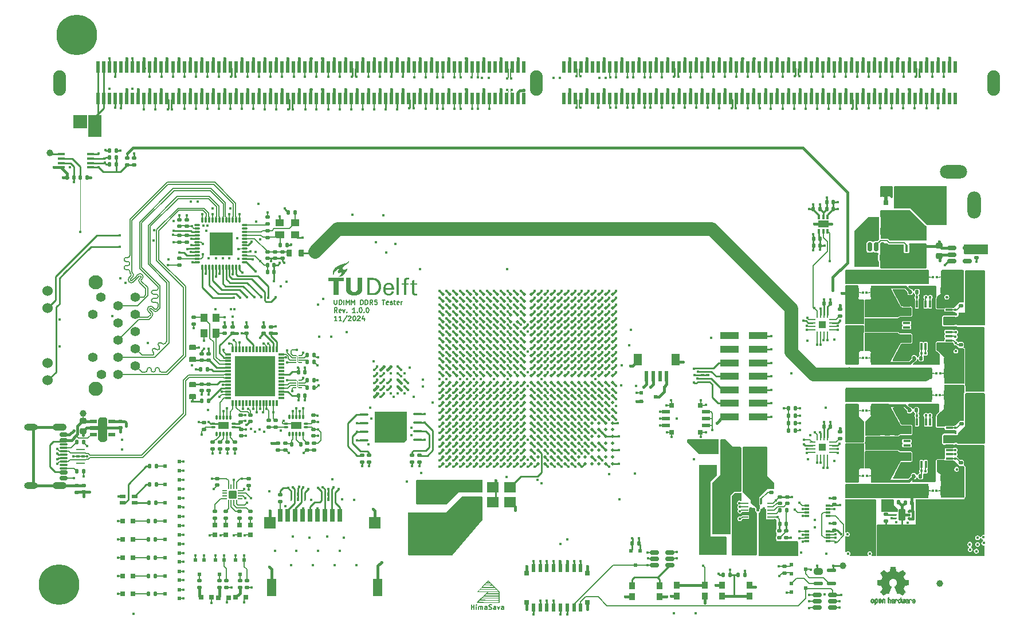
<source format=gbr>
G04 #@! TF.GenerationSoftware,KiCad,Pcbnew,7.0.11-rc3*
G04 #@! TF.CreationDate,2024-11-10T09:22:11+01:00*
G04 #@! TF.ProjectId,sodimm-ddr5-tester,736f6469-6d6d-42d6-9464-72352d746573,1.2.0*
G04 #@! TF.SameCoordinates,Original*
G04 #@! TF.FileFunction,Copper,L1,Top*
G04 #@! TF.FilePolarity,Positive*
%FSLAX46Y46*%
G04 Gerber Fmt 4.6, Leading zero omitted, Abs format (unit mm)*
G04 Created by KiCad (PCBNEW 7.0.11-rc3) date 2024-11-10 09:22:11*
%MOMM*%
%LPD*%
G01*
G04 APERTURE LIST*
G04 Aperture macros list*
%AMRoundRect*
0 Rectangle with rounded corners*
0 $1 Rounding radius*
0 $2 $3 $4 $5 $6 $7 $8 $9 X,Y pos of 4 corners*
0 Add a 4 corners polygon primitive as box body*
4,1,4,$2,$3,$4,$5,$6,$7,$8,$9,$2,$3,0*
0 Add four circle primitives for the rounded corners*
1,1,$1+$1,$2,$3*
1,1,$1+$1,$4,$5*
1,1,$1+$1,$6,$7*
1,1,$1+$1,$8,$9*
0 Add four rect primitives between the rounded corners*
20,1,$1+$1,$2,$3,$4,$5,0*
20,1,$1+$1,$4,$5,$6,$7,0*
20,1,$1+$1,$6,$7,$8,$9,0*
20,1,$1+$1,$8,$9,$2,$3,0*%
%AMOutline5P*
0 Free polygon, 5 corners , with rotation*
0 The origin of the aperture is its center*
0 number of corners: always 5*
0 $1 to $10 corner X, Y*
0 $11 Rotation angle, in degrees counterclockwise*
0 create outline with 5 corners*
4,1,5,$1,$2,$3,$4,$5,$6,$7,$8,$9,$10,$1,$2,$11*%
%AMOutline6P*
0 Free polygon, 6 corners , with rotation*
0 The origin of the aperture is its center*
0 number of corners: always 6*
0 $1 to $12 corner X, Y*
0 $13 Rotation angle, in degrees counterclockwise*
0 create outline with 6 corners*
4,1,6,$1,$2,$3,$4,$5,$6,$7,$8,$9,$10,$11,$12,$1,$2,$13*%
%AMOutline7P*
0 Free polygon, 7 corners , with rotation*
0 The origin of the aperture is its center*
0 number of corners: always 7*
0 $1 to $14 corner X, Y*
0 $15 Rotation angle, in degrees counterclockwise*
0 create outline with 7 corners*
4,1,7,$1,$2,$3,$4,$5,$6,$7,$8,$9,$10,$11,$12,$13,$14,$1,$2,$15*%
%AMOutline8P*
0 Free polygon, 8 corners , with rotation*
0 The origin of the aperture is its center*
0 number of corners: always 8*
0 $1 to $16 corner X, Y*
0 $17 Rotation angle, in degrees counterclockwise*
0 create outline with 8 corners*
4,1,8,$1,$2,$3,$4,$5,$6,$7,$8,$9,$10,$11,$12,$13,$14,$15,$16,$1,$2,$17*%
%AMFreePoly0*
4,1,12,-0.063500,0.063500,0.000000,0.063500,0.024300,0.058666,0.044901,0.044901,0.058666,0.024300,0.063500,0.000000,0.058666,-0.024300,0.044901,-0.044901,0.024300,-0.058666,0.000000,-0.063500,-0.063500,-0.063500,-0.063500,0.063500,-0.063500,0.063500,$1*%
%AMFreePoly1*
4,1,14,0.410353,0.160356,0.535354,0.035356,0.549998,0.000001,0.549998,-0.124999,0.535353,-0.160354,0.499998,-0.174999,-0.400002,-0.174999,-0.435357,-0.160354,-0.450002,-0.124999,-0.450002,0.125001,-0.435357,0.160356,-0.400002,0.175001,0.374998,0.175001,0.410353,0.160356,0.410353,0.160356,$1*%
%AMFreePoly2*
4,1,16,0.985355,0.185355,1.000000,0.150000,1.000000,-0.150000,0.985355,-0.185355,0.950000,-0.200000,-0.950000,-0.200000,-0.985355,-0.185355,-1.000000,-0.150000,-1.000000,0.050000,-0.985355,0.085355,-0.950000,0.100000,-0.670710,0.100000,-0.585356,0.185355,-0.550000,0.200000,0.950000,0.200000,0.985355,0.185355,0.985355,0.185355,$1*%
%AMFreePoly3*
4,1,16,0.985355,0.185355,1.000000,0.150000,1.000000,-0.150000,0.985355,-0.185355,0.950000,-0.200000,-0.550000,-0.200000,-0.585356,-0.185355,-0.670710,-0.100000,-0.950000,-0.100000,-0.985355,-0.085355,-1.000000,-0.050000,-1.000000,0.150000,-0.985355,0.185355,-0.950000,0.200000,0.950000,0.200000,0.985355,0.185355,0.985355,0.185355,$1*%
%AMFreePoly4*
4,1,18,-2.400000,1.860000,-1.935000,2.325000,2.167500,2.325000,2.256474,2.307302,2.331902,2.256902,2.382302,2.181474,2.400000,2.092500,2.400000,-2.092500,2.382302,-2.181474,2.331902,-2.256902,2.256474,-2.307302,2.167500,-2.325000,-2.167500,-2.325000,-2.256474,-2.307302,-2.331902,-2.256902,-2.382302,-2.181474,-2.400000,-2.092500,-2.400000,1.860000,-2.400000,1.860000,$1*%
%AMFreePoly5*
4,1,21,1.372500,0.787500,0.862500,0.787500,0.862500,0.532500,1.372500,0.532500,1.372500,0.127500,0.862500,0.127500,0.862500,-0.127500,1.372500,-0.127500,1.372500,-0.532500,0.862500,-0.532500,0.862500,-0.787500,1.372500,-0.787500,1.372500,-1.195000,0.612500,-1.195000,0.612500,-1.117500,-0.862500,-1.117500,-0.862500,1.117500,0.612500,1.117500,0.612500,1.195000,1.372500,1.195000,
1.372500,0.787500,1.372500,0.787500,$1*%
G04 Aperture macros list end*
G04 #@! TA.AperFunction,NonConductor*
%ADD10C,0.000000*%
G04 #@! TD*
%ADD11C,0.150000*%
G04 #@! TA.AperFunction,NonConductor*
%ADD12C,0.150000*%
G04 #@! TD*
G04 #@! TA.AperFunction,EtchedComponent*
%ADD13C,0.010000*%
G04 #@! TD*
G04 #@! TA.AperFunction,SMDPad,CuDef*
%ADD14RoundRect,0.140000X0.170000X-0.140000X0.170000X0.140000X-0.170000X0.140000X-0.170000X-0.140000X0*%
G04 #@! TD*
G04 #@! TA.AperFunction,SMDPad,CuDef*
%ADD15Outline5P,-0.650000X0.550000X0.650000X0.550000X0.650000X-0.550000X-0.430000X-0.550000X-0.650000X-0.330000X90.000000*%
G04 #@! TD*
G04 #@! TA.AperFunction,SMDPad,CuDef*
%ADD16R,1.100000X1.300000*%
G04 #@! TD*
G04 #@! TA.AperFunction,SMDPad,CuDef*
%ADD17RoundRect,0.135000X-0.135000X-0.185000X0.135000X-0.185000X0.135000X0.185000X-0.135000X0.185000X0*%
G04 #@! TD*
G04 #@! TA.AperFunction,SMDPad,CuDef*
%ADD18RoundRect,0.135000X-0.185000X0.135000X-0.185000X-0.135000X0.185000X-0.135000X0.185000X0.135000X0*%
G04 #@! TD*
G04 #@! TA.AperFunction,SMDPad,CuDef*
%ADD19RoundRect,0.140000X-0.170000X0.140000X-0.170000X-0.140000X0.170000X-0.140000X0.170000X0.140000X0*%
G04 #@! TD*
G04 #@! TA.AperFunction,SMDPad,CuDef*
%ADD20RoundRect,0.140000X-0.140000X-0.170000X0.140000X-0.170000X0.140000X0.170000X-0.140000X0.170000X0*%
G04 #@! TD*
G04 #@! TA.AperFunction,SMDPad,CuDef*
%ADD21RoundRect,0.114300X0.430700X-0.266700X0.430700X0.266700X-0.430700X0.266700X-0.430700X-0.266700X0*%
G04 #@! TD*
G04 #@! TA.AperFunction,SMDPad,CuDef*
%ADD22RoundRect,0.114300X-0.430700X0.266700X-0.430700X-0.266700X0.430700X-0.266700X0.430700X0.266700X0*%
G04 #@! TD*
G04 #@! TA.AperFunction,SMDPad,CuDef*
%ADD23RoundRect,0.140000X0.140000X0.170000X-0.140000X0.170000X-0.140000X-0.170000X0.140000X-0.170000X0*%
G04 #@! TD*
G04 #@! TA.AperFunction,SMDPad,CuDef*
%ADD24RoundRect,0.114300X-0.266700X-0.430700X0.266700X-0.430700X0.266700X0.430700X-0.266700X0.430700X0*%
G04 #@! TD*
G04 #@! TA.AperFunction,SMDPad,CuDef*
%ADD25RoundRect,0.135000X0.185000X-0.135000X0.185000X0.135000X-0.185000X0.135000X-0.185000X-0.135000X0*%
G04 #@! TD*
G04 #@! TA.AperFunction,SMDPad,CuDef*
%ADD26Outline5P,-0.650000X0.550000X0.650000X0.550000X0.650000X-0.550000X-0.430000X-0.550000X-0.650000X-0.330000X0.000000*%
G04 #@! TD*
G04 #@! TA.AperFunction,SMDPad,CuDef*
%ADD27R,1.300000X1.100000*%
G04 #@! TD*
G04 #@! TA.AperFunction,SMDPad,CuDef*
%ADD28O,0.300000X0.900000*%
G04 #@! TD*
G04 #@! TA.AperFunction,SMDPad,CuDef*
%ADD29O,0.900000X0.300000*%
G04 #@! TD*
G04 #@! TA.AperFunction,SMDPad,CuDef*
%ADD30R,3.500000X3.500000*%
G04 #@! TD*
G04 #@! TA.AperFunction,SMDPad,CuDef*
%ADD31C,0.500000*%
G04 #@! TD*
G04 #@! TA.AperFunction,SMDPad,CuDef*
%ADD32RoundRect,0.250000X-0.250000X-0.475000X0.250000X-0.475000X0.250000X0.475000X-0.250000X0.475000X0*%
G04 #@! TD*
G04 #@! TA.AperFunction,SMDPad,CuDef*
%ADD33RoundRect,0.135000X0.135000X0.185000X-0.135000X0.185000X-0.135000X-0.185000X0.135000X-0.185000X0*%
G04 #@! TD*
G04 #@! TA.AperFunction,SMDPad,CuDef*
%ADD34R,0.600000X0.600000*%
G04 #@! TD*
G04 #@! TA.AperFunction,SMDPad,CuDef*
%ADD35C,1.000000*%
G04 #@! TD*
G04 #@! TA.AperFunction,SMDPad,CuDef*
%ADD36RoundRect,0.250000X0.312500X0.625000X-0.312500X0.625000X-0.312500X-0.625000X0.312500X-0.625000X0*%
G04 #@! TD*
G04 #@! TA.AperFunction,SMDPad,CuDef*
%ADD37RoundRect,0.225000X-0.225000X-0.250000X0.225000X-0.250000X0.225000X0.250000X-0.225000X0.250000X0*%
G04 #@! TD*
G04 #@! TA.AperFunction,SMDPad,CuDef*
%ADD38R,0.800000X0.800000*%
G04 #@! TD*
G04 #@! TA.AperFunction,SMDPad,CuDef*
%ADD39RoundRect,0.225000X0.250000X-0.225000X0.250000X0.225000X-0.250000X0.225000X-0.250000X-0.225000X0*%
G04 #@! TD*
G04 #@! TA.AperFunction,SMDPad,CuDef*
%ADD40FreePoly0,180.000000*%
G04 #@! TD*
G04 #@! TA.AperFunction,SMDPad,CuDef*
%ADD41FreePoly0,0.000000*%
G04 #@! TD*
G04 #@! TA.AperFunction,ComponentPad*
%ADD42C,1.397000*%
G04 #@! TD*
G04 #@! TA.AperFunction,ComponentPad*
%ADD43C,1.524000*%
G04 #@! TD*
G04 #@! TA.AperFunction,ComponentPad*
%ADD44C,2.100000*%
G04 #@! TD*
G04 #@! TA.AperFunction,ComponentPad*
%ADD45C,2.108200*%
G04 #@! TD*
G04 #@! TA.AperFunction,SMDPad,CuDef*
%ADD46RoundRect,0.225000X0.225000X0.250000X-0.225000X0.250000X-0.225000X-0.250000X0.225000X-0.250000X0*%
G04 #@! TD*
G04 #@! TA.AperFunction,SMDPad,CuDef*
%ADD47R,2.032000X1.143000*%
G04 #@! TD*
G04 #@! TA.AperFunction,SMDPad,CuDef*
%ADD48R,0.570000X1.800000*%
G04 #@! TD*
G04 #@! TA.AperFunction,ComponentPad*
%ADD49O,1.875000X3.750000*%
G04 #@! TD*
G04 #@! TA.AperFunction,SMDPad,CuDef*
%ADD50R,0.900000X1.000000*%
G04 #@! TD*
G04 #@! TA.AperFunction,SMDPad,CuDef*
%ADD51RoundRect,0.225000X-0.250000X0.225000X-0.250000X-0.225000X0.250000X-0.225000X0.250000X0.225000X0*%
G04 #@! TD*
G04 #@! TA.AperFunction,SMDPad,CuDef*
%ADD52R,1.200000X0.500000*%
G04 #@! TD*
G04 #@! TA.AperFunction,SMDPad,CuDef*
%ADD53R,0.700000X0.700000*%
G04 #@! TD*
G04 #@! TA.AperFunction,SMDPad,CuDef*
%ADD54R,0.500000X0.170000*%
G04 #@! TD*
G04 #@! TA.AperFunction,SMDPad,CuDef*
%ADD55R,3.400000X1.800000*%
G04 #@! TD*
G04 #@! TA.AperFunction,SMDPad,CuDef*
%ADD56FreePoly1,270.000000*%
G04 #@! TD*
G04 #@! TA.AperFunction,SMDPad,CuDef*
%ADD57R,0.300000X1.900000*%
G04 #@! TD*
G04 #@! TA.AperFunction,SMDPad,CuDef*
%ADD58R,0.900000X0.250000*%
G04 #@! TD*
G04 #@! TA.AperFunction,SMDPad,CuDef*
%ADD59FreePoly2,270.000000*%
G04 #@! TD*
G04 #@! TA.AperFunction,SMDPad,CuDef*
%ADD60FreePoly3,270.000000*%
G04 #@! TD*
G04 #@! TA.AperFunction,SMDPad,CuDef*
%ADD61R,1.100000X0.400000*%
G04 #@! TD*
G04 #@! TA.AperFunction,SMDPad,CuDef*
%ADD62RoundRect,0.150000X-0.512500X-0.150000X0.512500X-0.150000X0.512500X0.150000X-0.512500X0.150000X0*%
G04 #@! TD*
G04 #@! TA.AperFunction,SMDPad,CuDef*
%ADD63RoundRect,0.062500X0.212500X-0.062500X0.212500X0.062500X-0.212500X0.062500X-0.212500X-0.062500X0*%
G04 #@! TD*
G04 #@! TA.AperFunction,SMDPad,CuDef*
%ADD64RoundRect,0.100000X0.175000X-0.100000X0.175000X0.100000X-0.175000X0.100000X-0.175000X-0.100000X0*%
G04 #@! TD*
G04 #@! TA.AperFunction,SMDPad,CuDef*
%ADD65RoundRect,0.062500X-0.062500X0.325000X-0.062500X-0.325000X0.062500X-0.325000X0.062500X0.325000X0*%
G04 #@! TD*
G04 #@! TA.AperFunction,SMDPad,CuDef*
%ADD66RoundRect,0.062500X-0.325000X0.062500X-0.325000X-0.062500X0.325000X-0.062500X0.325000X0.062500X0*%
G04 #@! TD*
G04 #@! TA.AperFunction,SMDPad,CuDef*
%ADD67R,1.100000X1.100000*%
G04 #@! TD*
G04 #@! TA.AperFunction,SMDPad,CuDef*
%ADD68RoundRect,0.120000X0.980000X-0.480000X0.980000X0.480000X-0.980000X0.480000X-0.980000X-0.480000X0*%
G04 #@! TD*
G04 #@! TA.AperFunction,SMDPad,CuDef*
%ADD69R,0.800000X0.300000*%
G04 #@! TD*
G04 #@! TA.AperFunction,SMDPad,CuDef*
%ADD70RoundRect,0.100000X0.550000X-0.100000X0.550000X0.100000X-0.550000X0.100000X-0.550000X-0.100000X0*%
G04 #@! TD*
G04 #@! TA.AperFunction,SMDPad,CuDef*
%ADD71FreePoly4,180.000000*%
G04 #@! TD*
G04 #@! TA.AperFunction,SMDPad,CuDef*
%ADD72R,1.000000X0.550000*%
G04 #@! TD*
G04 #@! TA.AperFunction,SMDPad,CuDef*
%ADD73R,0.450000X0.350000*%
G04 #@! TD*
G04 #@! TA.AperFunction,SMDPad,CuDef*
%ADD74R,0.450000X0.250000*%
G04 #@! TD*
G04 #@! TA.AperFunction,SMDPad,CuDef*
%ADD75R,1.000000X1.600000*%
G04 #@! TD*
G04 #@! TA.AperFunction,SMDPad,CuDef*
%ADD76R,0.900000X1.800000*%
G04 #@! TD*
G04 #@! TA.AperFunction,SMDPad,CuDef*
%ADD77R,0.300000X1.125000*%
G04 #@! TD*
G04 #@! TA.AperFunction,SMDPad,CuDef*
%ADD78R,1.125000X0.300000*%
G04 #@! TD*
G04 #@! TA.AperFunction,SMDPad,CuDef*
%ADD79R,1.725000X1.725000*%
G04 #@! TD*
G04 #@! TA.AperFunction,SMDPad,CuDef*
%ADD80R,0.350000X0.650000*%
G04 #@! TD*
G04 #@! TA.AperFunction,SMDPad,CuDef*
%ADD81R,1.600000X1.000000*%
G04 #@! TD*
G04 #@! TA.AperFunction,ComponentPad*
%ADD82C,6.000000*%
G04 #@! TD*
G04 #@! TA.AperFunction,SMDPad,CuDef*
%ADD83RoundRect,0.200000X0.200000X0.275000X-0.200000X0.275000X-0.200000X-0.275000X0.200000X-0.275000X0*%
G04 #@! TD*
G04 #@! TA.AperFunction,SMDPad,CuDef*
%ADD84R,1.700000X1.500000*%
G04 #@! TD*
G04 #@! TA.AperFunction,SMDPad,CuDef*
%ADD85RoundRect,0.062500X-0.062500X-0.212500X0.062500X-0.212500X0.062500X0.212500X-0.062500X0.212500X0*%
G04 #@! TD*
G04 #@! TA.AperFunction,SMDPad,CuDef*
%ADD86RoundRect,0.100000X-0.100000X-0.175000X0.100000X-0.175000X0.100000X0.175000X-0.100000X0.175000X0*%
G04 #@! TD*
G04 #@! TA.AperFunction,SMDPad,CuDef*
%ADD87O,0.800000X0.300000*%
G04 #@! TD*
G04 #@! TA.AperFunction,SMDPad,CuDef*
%ADD88O,0.300000X0.800000*%
G04 #@! TD*
G04 #@! TA.AperFunction,SMDPad,CuDef*
%ADD89R,1.500000X1.000000*%
G04 #@! TD*
G04 #@! TA.AperFunction,SMDPad,CuDef*
%ADD90RoundRect,0.250000X0.475000X-0.250000X0.475000X0.250000X-0.475000X0.250000X-0.475000X-0.250000X0*%
G04 #@! TD*
G04 #@! TA.AperFunction,SMDPad,CuDef*
%ADD91R,0.405000X0.990000*%
G04 #@! TD*
G04 #@! TA.AperFunction,SMDPad,CuDef*
%ADD92FreePoly5,90.000000*%
G04 #@! TD*
G04 #@! TA.AperFunction,SMDPad,CuDef*
%ADD93RoundRect,0.120000X-0.980000X0.480000X-0.980000X-0.480000X0.980000X-0.480000X0.980000X0.480000X0*%
G04 #@! TD*
G04 #@! TA.AperFunction,SMDPad,CuDef*
%ADD94RoundRect,0.050000X-0.250000X-0.050000X0.250000X-0.050000X0.250000X0.050000X-0.250000X0.050000X0*%
G04 #@! TD*
G04 #@! TA.AperFunction,SMDPad,CuDef*
%ADD95RoundRect,0.050000X0.050000X-0.250000X0.050000X0.250000X-0.050000X0.250000X-0.050000X-0.250000X0*%
G04 #@! TD*
G04 #@! TA.AperFunction,SMDPad,CuDef*
%ADD96RoundRect,0.050000X0.550000X-0.550000X0.550000X0.550000X-0.550000X0.550000X-0.550000X-0.550000X0*%
G04 #@! TD*
G04 #@! TA.AperFunction,SMDPad,CuDef*
%ADD97RoundRect,0.150000X0.512500X0.150000X-0.512500X0.150000X-0.512500X-0.150000X0.512500X-0.150000X0*%
G04 #@! TD*
G04 #@! TA.AperFunction,SMDPad,CuDef*
%ADD98R,0.600000X1.550000*%
G04 #@! TD*
G04 #@! TA.AperFunction,SMDPad,CuDef*
%ADD99R,1.200000X1.800000*%
G04 #@! TD*
G04 #@! TA.AperFunction,SMDPad,CuDef*
%ADD100R,0.850000X0.500000*%
G04 #@! TD*
G04 #@! TA.AperFunction,SMDPad,CuDef*
%ADD101RoundRect,0.231000X-1.029000X0.924000X-1.029000X-0.924000X1.029000X-0.924000X1.029000X0.924000X0*%
G04 #@! TD*
G04 #@! TA.AperFunction,SMDPad,CuDef*
%ADD102R,0.700000X1.900000*%
G04 #@! TD*
G04 #@! TA.AperFunction,SMDPad,CuDef*
%ADD103R,1.700000X1.800000*%
G04 #@! TD*
G04 #@! TA.AperFunction,SMDPad,CuDef*
%ADD104R,1.400000X2.600000*%
G04 #@! TD*
G04 #@! TA.AperFunction,SMDPad,CuDef*
%ADD105C,0.400000*%
G04 #@! TD*
G04 #@! TA.AperFunction,SMDPad,CuDef*
%ADD106R,1.800000X3.400000*%
G04 #@! TD*
G04 #@! TA.AperFunction,SMDPad,CuDef*
%ADD107RoundRect,0.155000X0.620000X2.645000X-0.620000X2.645000X-0.620000X-2.645000X0.620000X-2.645000X0*%
G04 #@! TD*
G04 #@! TA.AperFunction,SMDPad,CuDef*
%ADD108R,0.500000X1.200000*%
G04 #@! TD*
G04 #@! TA.AperFunction,SMDPad,CuDef*
%ADD109RoundRect,0.235000X-0.420000X0.235000X-0.420000X-0.235000X0.420000X-0.235000X0.420000X0.235000X0*%
G04 #@! TD*
G04 #@! TA.AperFunction,SMDPad,CuDef*
%ADD110RoundRect,0.137500X-0.517500X0.137500X-0.517500X-0.137500X0.517500X-0.137500X0.517500X0.137500X0*%
G04 #@! TD*
G04 #@! TA.AperFunction,SMDPad,CuDef*
%ADD111RoundRect,0.150000X-0.425000X0.150000X-0.425000X-0.150000X0.425000X-0.150000X0.425000X0.150000X0*%
G04 #@! TD*
G04 #@! TA.AperFunction,SMDPad,CuDef*
%ADD112RoundRect,0.075000X-0.500000X0.075000X-0.500000X-0.075000X0.500000X-0.075000X0.500000X0.075000X0*%
G04 #@! TD*
G04 #@! TA.AperFunction,ComponentPad*
%ADD113O,2.100000X1.050000*%
G04 #@! TD*
G04 #@! TA.AperFunction,ComponentPad*
%ADD114O,2.000000X1.000000*%
G04 #@! TD*
G04 #@! TA.AperFunction,SMDPad,CuDef*
%ADD115RoundRect,0.150000X-0.150000X0.512500X-0.150000X-0.512500X0.150000X-0.512500X0.150000X0.512500X0*%
G04 #@! TD*
G04 #@! TA.AperFunction,SMDPad,CuDef*
%ADD116RoundRect,0.125000X0.125000X0.175000X-0.125000X0.175000X-0.125000X-0.175000X0.125000X-0.175000X0*%
G04 #@! TD*
G04 #@! TA.AperFunction,SMDPad,CuDef*
%ADD117RoundRect,0.075000X-0.362500X-0.075000X0.362500X-0.075000X0.362500X0.075000X-0.362500X0.075000X0*%
G04 #@! TD*
G04 #@! TA.AperFunction,SMDPad,CuDef*
%ADD118RoundRect,0.075000X0.075000X-0.362500X0.075000X0.362500X-0.075000X0.362500X-0.075000X-0.362500X0*%
G04 #@! TD*
G04 #@! TA.AperFunction,SMDPad,CuDef*
%ADD119R,5.900000X5.900000*%
G04 #@! TD*
G04 #@! TA.AperFunction,SMDPad,CuDef*
%ADD120R,2.750000X1.000000*%
G04 #@! TD*
G04 #@! TA.AperFunction,ComponentPad*
%ADD121O,2.000000X4.500000*%
G04 #@! TD*
G04 #@! TA.AperFunction,ComponentPad*
%ADD122O,4.000000X1.990000*%
G04 #@! TD*
G04 #@! TA.AperFunction,ComponentPad*
%ADD123O,2.000000X4.000000*%
G04 #@! TD*
G04 #@! TA.AperFunction,ViaPad*
%ADD124C,0.450000*%
G04 #@! TD*
G04 #@! TA.AperFunction,Conductor*
%ADD125C,0.200000*%
G04 #@! TD*
G04 #@! TA.AperFunction,Conductor*
%ADD126C,0.256000*%
G04 #@! TD*
G04 #@! TA.AperFunction,Conductor*
%ADD127C,0.400000*%
G04 #@! TD*
G04 #@! TA.AperFunction,Conductor*
%ADD128C,0.201000*%
G04 #@! TD*
G04 #@! TA.AperFunction,Conductor*
%ADD129C,0.150000*%
G04 #@! TD*
G04 #@! TA.AperFunction,Conductor*
%ADD130C,0.177000*%
G04 #@! TD*
G04 #@! TA.AperFunction,Conductor*
%ADD131C,0.182000*%
G04 #@! TD*
G04 #@! TA.AperFunction,Conductor*
%ADD132C,0.100000*%
G04 #@! TD*
G04 #@! TA.AperFunction,Conductor*
%ADD133C,0.198000*%
G04 #@! TD*
G04 #@! TA.AperFunction,Conductor*
%ADD134C,0.114000*%
G04 #@! TD*
G04 #@! TA.AperFunction,Conductor*
%ADD135C,0.380000*%
G04 #@! TD*
G04 #@! TA.AperFunction,Conductor*
%ADD136C,0.260000*%
G04 #@! TD*
G04 #@! TA.AperFunction,Conductor*
%ADD137C,0.160000*%
G04 #@! TD*
G04 #@! TA.AperFunction,Conductor*
%ADD138C,2.000000*%
G04 #@! TD*
G04 #@! TA.AperFunction,Conductor*
%ADD139C,1.700000*%
G04 #@! TD*
G04 APERTURE END LIST*
D10*
G04 #@! TA.AperFunction,NonConductor*
G36*
X116103085Y-159860713D02*
G01*
X116196208Y-159868453D01*
X116283969Y-159881022D01*
X116366526Y-159898147D01*
X116444035Y-159919557D01*
X116516652Y-159944980D01*
X116584534Y-159974143D01*
X116647837Y-160006776D01*
X116706718Y-160042607D01*
X116761334Y-160081363D01*
X116811840Y-160122773D01*
X116858393Y-160166565D01*
X116901150Y-160212468D01*
X116940267Y-160260209D01*
X116975901Y-160309517D01*
X117008208Y-160360120D01*
X117037345Y-160411746D01*
X117063468Y-160464123D01*
X117086733Y-160516980D01*
X117107298Y-160570045D01*
X117140950Y-160675711D01*
X117165677Y-160778947D01*
X117182730Y-160877579D01*
X117193360Y-160969432D01*
X117198820Y-161052332D01*
X117200362Y-161124105D01*
X117198820Y-161195878D01*
X117193360Y-161278778D01*
X117182730Y-161370631D01*
X117165677Y-161469263D01*
X117140950Y-161572499D01*
X117107298Y-161678165D01*
X117086733Y-161731230D01*
X117063468Y-161784087D01*
X117037345Y-161836464D01*
X117008208Y-161888090D01*
X116975901Y-161938693D01*
X116940267Y-161988000D01*
X116901150Y-162035741D01*
X116858393Y-162081644D01*
X116811840Y-162125436D01*
X116761334Y-162166846D01*
X116706718Y-162205602D01*
X116647837Y-162241433D01*
X116584534Y-162274065D01*
X116516652Y-162303229D01*
X116444035Y-162328652D01*
X116366526Y-162350061D01*
X116283969Y-162367187D01*
X116196208Y-162379755D01*
X116103085Y-162387496D01*
X116004445Y-162390137D01*
X115135288Y-162390137D01*
X115135288Y-160161022D01*
X115485862Y-160161022D01*
X115485862Y-162089832D01*
X116004445Y-162089832D01*
X116058267Y-162088549D01*
X116110106Y-162084742D01*
X116159982Y-162078479D01*
X116207911Y-162069826D01*
X116253912Y-162058848D01*
X116298003Y-162045611D01*
X116340202Y-162030182D01*
X116380526Y-162012628D01*
X116418994Y-161993013D01*
X116455623Y-161971405D01*
X116490431Y-161947868D01*
X116523437Y-161922471D01*
X116554658Y-161895278D01*
X116584112Y-161866355D01*
X116611818Y-161835769D01*
X116637792Y-161803587D01*
X116662053Y-161769873D01*
X116684619Y-161734695D01*
X116705508Y-161698118D01*
X116724737Y-161660208D01*
X116742326Y-161621032D01*
X116758290Y-161580656D01*
X116785421Y-161496567D01*
X116806273Y-161408471D01*
X116820990Y-161316896D01*
X116829715Y-161222372D01*
X116832591Y-161125427D01*
X116829715Y-161028483D01*
X116820990Y-160933959D01*
X116806273Y-160842384D01*
X116796623Y-160797868D01*
X116785421Y-160754288D01*
X116772649Y-160711709D01*
X116758290Y-160670199D01*
X116742326Y-160629823D01*
X116724737Y-160590647D01*
X116705508Y-160552737D01*
X116684619Y-160516160D01*
X116662053Y-160480982D01*
X116637792Y-160447268D01*
X116611818Y-160415085D01*
X116584112Y-160384500D01*
X116554658Y-160355577D01*
X116523437Y-160328384D01*
X116490431Y-160302986D01*
X116455623Y-160279450D01*
X116418994Y-160257841D01*
X116380526Y-160238227D01*
X116340202Y-160220672D01*
X116298003Y-160205243D01*
X116253912Y-160192007D01*
X116207911Y-160181029D01*
X116159982Y-160172375D01*
X116110106Y-160166112D01*
X116058267Y-160162305D01*
X116004445Y-160161022D01*
X115485862Y-160161022D01*
X115135288Y-160161022D01*
X115135288Y-159858072D01*
X116004445Y-159858072D01*
X116103085Y-159860713D01*
G37*
G04 #@! TD.AperFunction*
G04 #@! TA.AperFunction,NonConductor*
G36*
X111683800Y-160350200D02*
G01*
X110897986Y-160350200D01*
X110897986Y-162390137D01*
X110196840Y-162390137D01*
X110196840Y-160350200D01*
X109411029Y-160350200D01*
X109411029Y-159859398D01*
X111683800Y-159859398D01*
X111683800Y-160350200D01*
G37*
G04 #@! TD.AperFunction*
G04 #@! TA.AperFunction,NonConductor*
G36*
X122129550Y-160631983D02*
G01*
X122535686Y-160631983D01*
X122535686Y-160863493D01*
X122129550Y-160863493D01*
X122129550Y-162002523D01*
X122129834Y-162014112D01*
X122130678Y-162025314D01*
X122132068Y-162036131D01*
X122133989Y-162046564D01*
X122136427Y-162056615D01*
X122139369Y-162066284D01*
X122142800Y-162075572D01*
X122146707Y-162084482D01*
X122151074Y-162093014D01*
X122155889Y-162101168D01*
X122161137Y-162108948D01*
X122166804Y-162116353D01*
X122172876Y-162123385D01*
X122179339Y-162130046D01*
X122186178Y-162136335D01*
X122193381Y-162142256D01*
X122200933Y-162147808D01*
X122208819Y-162152993D01*
X122217026Y-162157812D01*
X122225539Y-162162267D01*
X122234346Y-162166359D01*
X122243431Y-162170088D01*
X122262380Y-162176465D01*
X122282275Y-162181408D01*
X122303003Y-162184927D01*
X122324452Y-162187031D01*
X122346509Y-162187731D01*
X122367038Y-162187364D01*
X122388698Y-162186284D01*
X122411133Y-162184522D01*
X122433987Y-162182109D01*
X122456903Y-162179075D01*
X122479524Y-162175453D01*
X122501494Y-162171272D01*
X122522456Y-162166565D01*
X122522456Y-162421886D01*
X122493417Y-162426973D01*
X122464765Y-162431332D01*
X122436392Y-162434978D01*
X122408190Y-162437926D01*
X122380050Y-162440192D01*
X122351863Y-162441791D01*
X122323521Y-162442739D01*
X122294915Y-162443052D01*
X122249953Y-162442400D01*
X122207778Y-162440469D01*
X122168301Y-162437300D01*
X122131431Y-162432931D01*
X122097081Y-162427403D01*
X122065161Y-162420754D01*
X122035582Y-162413025D01*
X122008255Y-162404254D01*
X121983090Y-162394481D01*
X121959999Y-162383746D01*
X121938893Y-162372088D01*
X121919681Y-162359546D01*
X121902276Y-162346161D01*
X121886588Y-162331971D01*
X121872527Y-162317016D01*
X121860005Y-162301336D01*
X121848933Y-162284969D01*
X121839221Y-162267956D01*
X121830780Y-162250336D01*
X121823521Y-162232149D01*
X121817356Y-162213433D01*
X121812194Y-162194229D01*
X121804525Y-162154513D01*
X121799802Y-162113316D01*
X121797311Y-162070955D01*
X121796174Y-161984001D01*
X121796174Y-160862167D01*
X121494550Y-160862167D01*
X121494550Y-160630657D01*
X121796174Y-160631981D01*
X121796174Y-160256271D01*
X122129550Y-160151762D01*
X122129550Y-160631983D01*
G37*
G04 #@! TD.AperFunction*
G04 #@! TA.AperFunction,NonConductor*
G36*
X119852809Y-162390137D02*
G01*
X119519435Y-162390137D01*
X119519435Y-159859398D01*
X119852809Y-159859398D01*
X119852809Y-162390137D01*
G37*
G04 #@! TD.AperFunction*
G04 #@! TA.AperFunction,NonConductor*
G36*
X121129986Y-159806694D02*
G01*
X121145071Y-159807311D01*
X121160124Y-159808305D01*
X121175147Y-159809645D01*
X121205098Y-159813249D01*
X121234926Y-159817892D01*
X121264630Y-159823341D01*
X121294209Y-159829364D01*
X121352996Y-159842201D01*
X121352996Y-160118690D01*
X121268991Y-160111910D01*
X121247912Y-160110409D01*
X121226864Y-160109202D01*
X121205878Y-160108398D01*
X121184985Y-160108106D01*
X121150586Y-160108542D01*
X121118336Y-160109982D01*
X121088244Y-160112624D01*
X121060321Y-160116664D01*
X121047176Y-160119271D01*
X121034576Y-160122302D01*
X121022524Y-160125781D01*
X121011019Y-160129733D01*
X121000064Y-160134184D01*
X120989660Y-160139157D01*
X120979807Y-160144678D01*
X120970507Y-160150771D01*
X120961762Y-160157461D01*
X120953572Y-160164772D01*
X120945939Y-160172730D01*
X120938863Y-160181358D01*
X120932347Y-160190683D01*
X120926391Y-160200727D01*
X120920996Y-160211517D01*
X120916164Y-160223077D01*
X120911896Y-160235431D01*
X120908193Y-160248604D01*
X120905057Y-160262621D01*
X120902488Y-160277507D01*
X120900488Y-160293286D01*
X120899058Y-160309984D01*
X120898199Y-160327624D01*
X120897912Y-160346231D01*
X120897912Y-160630657D01*
X121304050Y-160630657D01*
X121304050Y-160862167D01*
X120897912Y-160862167D01*
X120897912Y-162390137D01*
X120564538Y-162390137D01*
X120564538Y-160862171D01*
X120220578Y-160862171D01*
X120220578Y-160630659D01*
X120564538Y-160630659D01*
X120564538Y-160301252D01*
X120565223Y-160270269D01*
X120567259Y-160240321D01*
X120570618Y-160211405D01*
X120575271Y-160183518D01*
X120581189Y-160156655D01*
X120588345Y-160130815D01*
X120596708Y-160105993D01*
X120606251Y-160082185D01*
X120616945Y-160059390D01*
X120628762Y-160037602D01*
X120641672Y-160016819D01*
X120655648Y-159997038D01*
X120670661Y-159978255D01*
X120686682Y-159960466D01*
X120703682Y-159943669D01*
X120721634Y-159927859D01*
X120740508Y-159913034D01*
X120760275Y-159899190D01*
X120780908Y-159886323D01*
X120802378Y-159874431D01*
X120824656Y-159863510D01*
X120847713Y-159853556D01*
X120871521Y-159844566D01*
X120896052Y-159836537D01*
X120947166Y-159823347D01*
X121000826Y-159813960D01*
X121056804Y-159808347D01*
X121114871Y-159806482D01*
X121129986Y-159806694D01*
G37*
G04 #@! TD.AperFunction*
G04 #@! TA.AperFunction,NonConductor*
G36*
X132994400Y-204597000D02*
G01*
X132998962Y-204597231D01*
X133003496Y-204597608D01*
X133008002Y-204598132D01*
X133012481Y-204598803D01*
X133016932Y-204599621D01*
X133021355Y-204600585D01*
X133025751Y-204601696D01*
X133030119Y-204602953D01*
X133034459Y-204604358D01*
X133038771Y-204605909D01*
X133043056Y-204607607D01*
X133047313Y-204609451D01*
X133880931Y-205411324D01*
X134718156Y-206208857D01*
X134721619Y-206630852D01*
X134722113Y-207052636D01*
X134719636Y-207474211D01*
X134714188Y-207895576D01*
X134709434Y-207898069D01*
X134704621Y-207900417D01*
X134699749Y-207902620D01*
X134694817Y-207904677D01*
X134689826Y-207906589D01*
X134684776Y-207908355D01*
X134679668Y-207909976D01*
X134674500Y-207911451D01*
X133055250Y-207915422D01*
X131436000Y-207911451D01*
X131429326Y-207910495D01*
X131422947Y-207909369D01*
X131416862Y-207908072D01*
X131411071Y-207906605D01*
X131405575Y-207904967D01*
X131400374Y-207903160D01*
X131395467Y-207901181D01*
X131390855Y-207899033D01*
X131386538Y-207896714D01*
X131382514Y-207894224D01*
X131378786Y-207891565D01*
X131375352Y-207888734D01*
X131372213Y-207885734D01*
X131369368Y-207882563D01*
X131366818Y-207879222D01*
X131364562Y-207875710D01*
X131362601Y-207872028D01*
X131360934Y-207868176D01*
X131359562Y-207864153D01*
X131358485Y-207859960D01*
X131357702Y-207855597D01*
X131357214Y-207851063D01*
X131357020Y-207846359D01*
X131357121Y-207841484D01*
X131357516Y-207836440D01*
X131358206Y-207831225D01*
X131359191Y-207825839D01*
X131360470Y-207820283D01*
X131362043Y-207814557D01*
X131363911Y-207808661D01*
X131366074Y-207802594D01*
X131368531Y-207796357D01*
X131384407Y-207780482D01*
X131570938Y-207780482D01*
X133079054Y-207788419D01*
X134587187Y-207788420D01*
X134588601Y-207760602D01*
X134589044Y-207733078D01*
X134588515Y-207705848D01*
X134587016Y-207678912D01*
X134584546Y-207652270D01*
X134581105Y-207625922D01*
X134576694Y-207599867D01*
X134571312Y-207574107D01*
X133167369Y-207582043D01*
X131761438Y-207586013D01*
X131713004Y-207633949D01*
X131665109Y-207682340D01*
X131617754Y-207731184D01*
X131570938Y-207780482D01*
X131384407Y-207780482D01*
X131717782Y-207447107D01*
X131904313Y-207447107D01*
X133245738Y-207455044D01*
X134587187Y-207455045D01*
X134587187Y-207264545D01*
X132078938Y-207264545D01*
X131904313Y-207447107D01*
X131717782Y-207447107D01*
X132035281Y-207129607D01*
X132221813Y-207129607D01*
X134583219Y-207145482D01*
X134585699Y-207095901D01*
X134587186Y-207046302D01*
X134587681Y-206996683D01*
X134587187Y-206947045D01*
X132396438Y-206947045D01*
X132221813Y-207129607D01*
X132035281Y-207129607D01*
X132348813Y-206816076D01*
X132531375Y-206816076D01*
X133559278Y-206820046D01*
X134587187Y-206820045D01*
X134587187Y-206629545D01*
X132713938Y-206629545D01*
X132669202Y-206676765D01*
X132623862Y-206723593D01*
X132577920Y-206770030D01*
X132531375Y-206816076D01*
X132348813Y-206816076D01*
X132666313Y-206498576D01*
X132848875Y-206498576D01*
X133718025Y-206502546D01*
X134587187Y-206502545D01*
X134587187Y-206319982D01*
X133023500Y-206319982D01*
X132980748Y-206365220D01*
X132937393Y-206410065D01*
X132893436Y-206454517D01*
X132848875Y-206498576D01*
X132666313Y-206498576D01*
X132833000Y-206331888D01*
X132490337Y-206324962D01*
X132147252Y-206320007D01*
X131803744Y-206317024D01*
X131459813Y-206316013D01*
X131455327Y-206314868D01*
X131451026Y-206313613D01*
X131446911Y-206312247D01*
X131442981Y-206310772D01*
X131439236Y-206309186D01*
X131435677Y-206307490D01*
X131432304Y-206305684D01*
X131429115Y-206303768D01*
X131426113Y-206301741D01*
X131423295Y-206299605D01*
X131420663Y-206297358D01*
X131418216Y-206295001D01*
X131415955Y-206292534D01*
X131413879Y-206289957D01*
X131411989Y-206287270D01*
X131410284Y-206284473D01*
X131408764Y-206281565D01*
X131407430Y-206278548D01*
X131406281Y-206275420D01*
X131405318Y-206272182D01*
X131404540Y-206268833D01*
X131403947Y-206265375D01*
X131403540Y-206261807D01*
X131403318Y-206258128D01*
X131403282Y-206254339D01*
X131403431Y-206250440D01*
X131403766Y-206246431D01*
X131404285Y-206242311D01*
X131404991Y-206238082D01*
X131405881Y-206233742D01*
X131406957Y-206229292D01*
X131408219Y-206224732D01*
X131442546Y-206189013D01*
X131610625Y-206189013D01*
X134515750Y-206189013D01*
X134309375Y-205998513D01*
X133055253Y-205994544D01*
X131801125Y-205994545D01*
X131754404Y-206043749D01*
X131707080Y-206092562D01*
X131659154Y-206140984D01*
X131610625Y-206189013D01*
X131442546Y-206189013D01*
X131759114Y-205859607D01*
X131936063Y-205859607D01*
X133055238Y-205867545D01*
X134174438Y-205863576D01*
X134149836Y-205841705D01*
X134125460Y-205819563D01*
X134101309Y-205797150D01*
X134077384Y-205774465D01*
X134053684Y-205751508D01*
X134030210Y-205728281D01*
X134006961Y-205704783D01*
X133983938Y-205681013D01*
X133043350Y-205677044D01*
X132102750Y-205677045D01*
X132082933Y-205700593D01*
X132062824Y-205723933D01*
X132042425Y-205747065D01*
X132021734Y-205769990D01*
X132000753Y-205792706D01*
X131979480Y-205815215D01*
X131957917Y-205837515D01*
X131936063Y-205859607D01*
X131759114Y-205859607D01*
X132064240Y-205542107D01*
X132245625Y-205542107D01*
X132644476Y-205547565D01*
X133043332Y-205550045D01*
X133442194Y-205549548D01*
X133841063Y-205546076D01*
X133812491Y-205520235D01*
X133784145Y-205494123D01*
X133756025Y-205467740D01*
X133728131Y-205441087D01*
X133700463Y-205414162D01*
X133673020Y-205386967D01*
X133645804Y-205359501D01*
X133618813Y-205331763D01*
X133031444Y-205327794D01*
X132444063Y-205327795D01*
X132418358Y-205353748D01*
X132392910Y-205379940D01*
X132367720Y-205406370D01*
X132342787Y-205433040D01*
X132318111Y-205459948D01*
X132293692Y-205487096D01*
X132269530Y-205514482D01*
X132245625Y-205542107D01*
X132064240Y-205542107D01*
X132191092Y-205410112D01*
X132397085Y-205196826D01*
X132571063Y-205196826D01*
X132797281Y-205199804D01*
X133023500Y-205200797D01*
X133249719Y-205199804D01*
X133475938Y-205196826D01*
X133453321Y-205176941D01*
X133430929Y-205156784D01*
X133408763Y-205136355D01*
X133386821Y-205115655D01*
X133365106Y-205094683D01*
X133343615Y-205073440D01*
X133322351Y-205051925D01*
X133301313Y-205030138D01*
X133158447Y-205027658D01*
X133015575Y-205026170D01*
X132872697Y-205025674D01*
X132729813Y-205026170D01*
X132711460Y-205048625D01*
X132692682Y-205070759D01*
X132673477Y-205092572D01*
X132653846Y-205114064D01*
X132633789Y-205135235D01*
X132613306Y-205156085D01*
X132592397Y-205176616D01*
X132571063Y-205196826D01*
X132397085Y-205196826D01*
X132688396Y-204895201D01*
X132864750Y-204895201D01*
X132901460Y-204896937D01*
X132938171Y-204898178D01*
X132974882Y-204898922D01*
X133011594Y-204899170D01*
X133048305Y-204898922D01*
X133085017Y-204898178D01*
X133121727Y-204896937D01*
X133158438Y-204895201D01*
X133139716Y-204875352D01*
X133120673Y-204855929D01*
X133101309Y-204836934D01*
X133081626Y-204818365D01*
X133061621Y-204800223D01*
X133041297Y-204782508D01*
X133020652Y-204765219D01*
X132999688Y-204748357D01*
X132965228Y-204784308D01*
X132931252Y-204820766D01*
X132897759Y-204857730D01*
X132864750Y-204895201D01*
X132688396Y-204895201D01*
X132975875Y-204597545D01*
X132980548Y-204597189D01*
X132985193Y-204596979D01*
X132989810Y-204596916D01*
X132994400Y-204597000D01*
G37*
G04 #@! TD.AperFunction*
G04 #@! TA.AperFunction,NonConductor*
G36*
X118386819Y-160578743D02*
G01*
X118431611Y-160581723D01*
X118475081Y-160586645D01*
X118517218Y-160593472D01*
X118558014Y-160602167D01*
X118597458Y-160612693D01*
X118635540Y-160625014D01*
X118672251Y-160639092D01*
X118707579Y-160654891D01*
X118741516Y-160672374D01*
X118774052Y-160691505D01*
X118805176Y-160712245D01*
X118834878Y-160734559D01*
X118863149Y-160758410D01*
X118889979Y-160783761D01*
X118915358Y-160810575D01*
X118939275Y-160838815D01*
X118961721Y-160868445D01*
X118982687Y-160899427D01*
X119002161Y-160931726D01*
X119020135Y-160965303D01*
X119036597Y-161000122D01*
X119051539Y-161036146D01*
X119064951Y-161073340D01*
X119076821Y-161111664D01*
X119087141Y-161151084D01*
X119095901Y-161191562D01*
X119103090Y-161233061D01*
X119108699Y-161275544D01*
X119112718Y-161318975D01*
X119115945Y-161408533D01*
X119115945Y-161575220D01*
X117863147Y-161575220D01*
X117864507Y-161635675D01*
X117868699Y-161695221D01*
X117875887Y-161753445D01*
X117886235Y-161809935D01*
X117892646Y-161837401D01*
X117899909Y-161864278D01*
X117908044Y-161890515D01*
X117917073Y-161916060D01*
X117927015Y-161940863D01*
X117937891Y-161964871D01*
X117949723Y-161988032D01*
X117962529Y-162010295D01*
X117976332Y-162031609D01*
X117991152Y-162051922D01*
X118007009Y-162071181D01*
X118023923Y-162089337D01*
X118041916Y-162106337D01*
X118061008Y-162122129D01*
X118081220Y-162136662D01*
X118102572Y-162149884D01*
X118125084Y-162161744D01*
X118148778Y-162172190D01*
X118173675Y-162181170D01*
X118199793Y-162188633D01*
X118227155Y-162194528D01*
X118255780Y-162198802D01*
X118285690Y-162201405D01*
X118316905Y-162202284D01*
X118364012Y-162201077D01*
X118408137Y-162197408D01*
X118429099Y-162194626D01*
X118449336Y-162191200D01*
X118468855Y-162187120D01*
X118487664Y-162182378D01*
X118505770Y-162176963D01*
X118523179Y-162170866D01*
X118539899Y-162164077D01*
X118555937Y-162156588D01*
X118571299Y-162148389D01*
X118585993Y-162139470D01*
X118600026Y-162129822D01*
X118613404Y-162119436D01*
X118626135Y-162108301D01*
X118638226Y-162096409D01*
X118649683Y-162083750D01*
X118660515Y-162070314D01*
X118670727Y-162056093D01*
X118680327Y-162041077D01*
X118689322Y-162025256D01*
X118697719Y-162008621D01*
X118705525Y-161991162D01*
X118712747Y-161972870D01*
X118719392Y-161953736D01*
X118725467Y-161933749D01*
X118730978Y-161912902D01*
X118735934Y-161891183D01*
X118744206Y-161845096D01*
X119094779Y-161845096D01*
X119089074Y-161881966D01*
X119081900Y-161917666D01*
X119073282Y-161952194D01*
X119063246Y-161985553D01*
X119051819Y-162017741D01*
X119039026Y-162048758D01*
X119024895Y-162078605D01*
X119009450Y-162107282D01*
X118992719Y-162134788D01*
X118974727Y-162161124D01*
X118955501Y-162186289D01*
X118935067Y-162210283D01*
X118913450Y-162233108D01*
X118890678Y-162254761D01*
X118866776Y-162275245D01*
X118841770Y-162294557D01*
X118815687Y-162312700D01*
X118788552Y-162329671D01*
X118760392Y-162345473D01*
X118731234Y-162360104D01*
X118670024Y-162385854D01*
X118605133Y-162406923D01*
X118536769Y-162423309D01*
X118465142Y-162435014D01*
X118390460Y-162442037D01*
X118312934Y-162444378D01*
X118260968Y-162443212D01*
X118210974Y-162439749D01*
X118162930Y-162434042D01*
X118116814Y-162426141D01*
X118072606Y-162416099D01*
X118030285Y-162403967D01*
X117989830Y-162389798D01*
X117951220Y-162373643D01*
X117914432Y-162355554D01*
X117879448Y-162335582D01*
X117846245Y-162313781D01*
X117814802Y-162290201D01*
X117785098Y-162264894D01*
X117757113Y-162237913D01*
X117730824Y-162209308D01*
X117706212Y-162179132D01*
X117683254Y-162147438D01*
X117661931Y-162114275D01*
X117642220Y-162079697D01*
X117624101Y-162043756D01*
X117607552Y-162006502D01*
X117592554Y-161967988D01*
X117567120Y-161887388D01*
X117547632Y-161802369D01*
X117533921Y-161713347D01*
X117525818Y-161620735D01*
X117523154Y-161524950D01*
X117526217Y-161429288D01*
X117534820Y-161342388D01*
X117869758Y-161342388D01*
X118764049Y-161342388D01*
X118762558Y-161286813D01*
X118758018Y-161233335D01*
X118750323Y-161182159D01*
X118745259Y-161157498D01*
X118739368Y-161133491D01*
X118732636Y-161110161D01*
X118725049Y-161087535D01*
X118716595Y-161065639D01*
X118707261Y-161044498D01*
X118697034Y-161024139D01*
X118685900Y-161004586D01*
X118673847Y-160985865D01*
X118660861Y-160968002D01*
X118646929Y-160951023D01*
X118632039Y-160934953D01*
X118616177Y-160919818D01*
X118599330Y-160905644D01*
X118581485Y-160892456D01*
X118562629Y-160880281D01*
X118542748Y-160869143D01*
X118521831Y-160859068D01*
X118499863Y-160850083D01*
X118476831Y-160842212D01*
X118452724Y-160835482D01*
X118427526Y-160829917D01*
X118401226Y-160825545D01*
X118373810Y-160822390D01*
X118345266Y-160820478D01*
X118315579Y-160819835D01*
X118289866Y-160820554D01*
X118264820Y-160822681D01*
X118240451Y-160826177D01*
X118216769Y-160831003D01*
X118193783Y-160837117D01*
X118171502Y-160844479D01*
X118149934Y-160853050D01*
X118129090Y-160862789D01*
X118108979Y-160873656D01*
X118089609Y-160885610D01*
X118070990Y-160898611D01*
X118053131Y-160912620D01*
X118036042Y-160927596D01*
X118019731Y-160943499D01*
X118004208Y-160960288D01*
X117989481Y-160977924D01*
X117975561Y-160996366D01*
X117962457Y-161015573D01*
X117950176Y-161035507D01*
X117938730Y-161056126D01*
X117918375Y-161099260D01*
X117901466Y-161144653D01*
X117888076Y-161191984D01*
X117878279Y-161240931D01*
X117872148Y-161291173D01*
X117869758Y-161342388D01*
X117534820Y-161342388D01*
X117535440Y-161336119D01*
X117542378Y-161290627D01*
X117550876Y-161245949D01*
X117560940Y-161202148D01*
X117572577Y-161159287D01*
X117585794Y-161117430D01*
X117600596Y-161076640D01*
X117616990Y-161036981D01*
X117634984Y-160998517D01*
X117654583Y-160961310D01*
X117675794Y-160925424D01*
X117698624Y-160890922D01*
X117723079Y-160857869D01*
X117749166Y-160826327D01*
X117776890Y-160796360D01*
X117806260Y-160768032D01*
X117837281Y-160741406D01*
X117869960Y-160716545D01*
X117904303Y-160693513D01*
X117940317Y-160672373D01*
X117978008Y-160653189D01*
X118017384Y-160636024D01*
X118058450Y-160620942D01*
X118101213Y-160608006D01*
X118145680Y-160597280D01*
X118191857Y-160588827D01*
X118239751Y-160582711D01*
X118289368Y-160578994D01*
X118340714Y-160577741D01*
X118386819Y-160578743D01*
G37*
G04 #@! TD.AperFunction*
G04 #@! TA.AperFunction,NonConductor*
G36*
X112714352Y-161425731D02*
G01*
X112714994Y-161454245D01*
X112716670Y-161482223D01*
X112719376Y-161509640D01*
X112723105Y-161536474D01*
X112727854Y-161562698D01*
X112733617Y-161588291D01*
X112740390Y-161613226D01*
X112748168Y-161637480D01*
X112756946Y-161661029D01*
X112766719Y-161683848D01*
X112777482Y-161705913D01*
X112789230Y-161727200D01*
X112801959Y-161747685D01*
X112815664Y-161767344D01*
X112830339Y-161786152D01*
X112845981Y-161804085D01*
X112862584Y-161821118D01*
X112880143Y-161837229D01*
X112898654Y-161852391D01*
X112918111Y-161866582D01*
X112938510Y-161879777D01*
X112959846Y-161891951D01*
X112982115Y-161903081D01*
X113005310Y-161913142D01*
X113029428Y-161922111D01*
X113054464Y-161929962D01*
X113080412Y-161936672D01*
X113107268Y-161942216D01*
X113135027Y-161946570D01*
X113163685Y-161949710D01*
X113193235Y-161951612D01*
X113223675Y-161952251D01*
X113254118Y-161951612D01*
X113283679Y-161949710D01*
X113312353Y-161946570D01*
X113340135Y-161942216D01*
X113367019Y-161936672D01*
X113392999Y-161929962D01*
X113418069Y-161922111D01*
X113442224Y-161913142D01*
X113465459Y-161903081D01*
X113487768Y-161891951D01*
X113509146Y-161879777D01*
X113529586Y-161866582D01*
X113549083Y-161852391D01*
X113567632Y-161837229D01*
X113585227Y-161821118D01*
X113601863Y-161804085D01*
X113617534Y-161786152D01*
X113632234Y-161767344D01*
X113645957Y-161747685D01*
X113658699Y-161727200D01*
X113670454Y-161705913D01*
X113681216Y-161683848D01*
X113690979Y-161661029D01*
X113699738Y-161637480D01*
X113707488Y-161613226D01*
X113714222Y-161588291D01*
X113719936Y-161562698D01*
X113724623Y-161536474D01*
X113728278Y-161509640D01*
X113730896Y-161482223D01*
X113732471Y-161454245D01*
X113732997Y-161425731D01*
X113732997Y-159859400D01*
X114434143Y-159859400D01*
X114434143Y-161461450D01*
X114431902Y-161526304D01*
X114426479Y-161588674D01*
X114417962Y-161648588D01*
X114406439Y-161706074D01*
X114392001Y-161761160D01*
X114374734Y-161813874D01*
X114354728Y-161864244D01*
X114332072Y-161912297D01*
X114306854Y-161958062D01*
X114279162Y-162001565D01*
X114249086Y-162042836D01*
X114216715Y-162081902D01*
X114182135Y-162118791D01*
X114145438Y-162153530D01*
X114106710Y-162186148D01*
X114066042Y-162216672D01*
X114023520Y-162245130D01*
X113979235Y-162271551D01*
X113933274Y-162295961D01*
X113885727Y-162318389D01*
X113836682Y-162338863D01*
X113786227Y-162357410D01*
X113734452Y-162374059D01*
X113681445Y-162388837D01*
X113627295Y-162401772D01*
X113572089Y-162412892D01*
X113458870Y-162429798D01*
X113342495Y-162439779D01*
X113223675Y-162443056D01*
X113104869Y-162439779D01*
X112988534Y-162429798D01*
X112875373Y-162412892D01*
X112766090Y-162388837D01*
X112661388Y-162357410D01*
X112561971Y-162318389D01*
X112514464Y-162295961D01*
X112468541Y-162271551D01*
X112424292Y-162245130D01*
X112381804Y-162216672D01*
X112341164Y-162186148D01*
X112302461Y-162153530D01*
X112265782Y-162118791D01*
X112231216Y-162081902D01*
X112198850Y-162042836D01*
X112168773Y-162001565D01*
X112141072Y-161958062D01*
X112115835Y-161912297D01*
X112093151Y-161864244D01*
X112073106Y-161813874D01*
X112055790Y-161761160D01*
X112041289Y-161706074D01*
X112029693Y-161648588D01*
X112021088Y-161588674D01*
X112015563Y-161526304D01*
X112013206Y-161461450D01*
X112013206Y-159859400D01*
X112714352Y-159859400D01*
X112714352Y-161425731D01*
G37*
G04 #@! TD.AperFunction*
G04 #@! TA.AperFunction,NonConductor*
G36*
X112468158Y-157326281D02*
G01*
X112471057Y-157326970D01*
X112473733Y-157328017D01*
X112476186Y-157329412D01*
X112478420Y-157331145D01*
X112480438Y-157333206D01*
X112482241Y-157335585D01*
X112483834Y-157338272D01*
X112485218Y-157341257D01*
X112487370Y-157348082D01*
X112488721Y-157355981D01*
X112489290Y-157364874D01*
X112489100Y-157374682D01*
X112488171Y-157385325D01*
X112486526Y-157396724D01*
X112484185Y-157408799D01*
X112481169Y-157421471D01*
X112477501Y-157434661D01*
X112473200Y-157448288D01*
X112468289Y-157462274D01*
X112455604Y-157490767D01*
X112439066Y-157519202D01*
X112418955Y-157547593D01*
X112395549Y-157575952D01*
X112369129Y-157604291D01*
X112339971Y-157632624D01*
X112274564Y-157689320D01*
X112201561Y-157746139D01*
X112123194Y-157803183D01*
X111959296Y-157918350D01*
X111878232Y-157976673D01*
X111800732Y-158035624D01*
X111729031Y-158095304D01*
X111696053Y-158125449D01*
X111665361Y-158155813D01*
X111637235Y-158186410D01*
X111611953Y-158217252D01*
X111589796Y-158248352D01*
X111571041Y-158279723D01*
X111555968Y-158311376D01*
X111544856Y-158343325D01*
X111537985Y-158375582D01*
X111535632Y-158408159D01*
X111536026Y-158429075D01*
X111537432Y-158448922D01*
X111539817Y-158467716D01*
X111543146Y-158485472D01*
X111547387Y-158502207D01*
X111552504Y-158517937D01*
X111558464Y-158532678D01*
X111565233Y-158546445D01*
X111572777Y-158559255D01*
X111581063Y-158571124D01*
X111590056Y-158582067D01*
X111599722Y-158592101D01*
X111610028Y-158601242D01*
X111620939Y-158609505D01*
X111632422Y-158616907D01*
X111644443Y-158623463D01*
X111656967Y-158629191D01*
X111669962Y-158634104D01*
X111683392Y-158638220D01*
X111697225Y-158641555D01*
X111711426Y-158644125D01*
X111725961Y-158645944D01*
X111740797Y-158647031D01*
X111755899Y-158647400D01*
X111786766Y-158646049D01*
X111818293Y-158642020D01*
X111850207Y-158635441D01*
X111882237Y-158626440D01*
X111898197Y-158621069D01*
X111914295Y-158614916D01*
X111930481Y-158608034D01*
X111946709Y-158600478D01*
X111962928Y-158592301D01*
X111979091Y-158583559D01*
X111995150Y-158574305D01*
X112011056Y-158564594D01*
X112026760Y-158554480D01*
X112042214Y-158544017D01*
X112057369Y-158533259D01*
X112072178Y-158522261D01*
X112086591Y-158511077D01*
X112100561Y-158499761D01*
X112114038Y-158488368D01*
X112126975Y-158476951D01*
X112136879Y-158467810D01*
X112146674Y-158458638D01*
X112151498Y-158454224D01*
X112156253Y-158450023D01*
X112160927Y-158446110D01*
X112165506Y-158442556D01*
X112169976Y-158439437D01*
X112172166Y-158438063D01*
X112174324Y-158436825D01*
X112176448Y-158435733D01*
X112178537Y-158434795D01*
X112180588Y-158434021D01*
X112182600Y-158433420D01*
X112184572Y-158433001D01*
X112186501Y-158432773D01*
X112188386Y-158432746D01*
X112190225Y-158432929D01*
X112192017Y-158433330D01*
X112193759Y-158433960D01*
X112195451Y-158434828D01*
X112197090Y-158435941D01*
X112198280Y-158436991D01*
X112199371Y-158438154D01*
X112200364Y-158439426D01*
X112201260Y-158440804D01*
X112202062Y-158442285D01*
X112202770Y-158443866D01*
X112203911Y-158447310D01*
X112204696Y-158451112D01*
X112205136Y-158455243D01*
X112205242Y-158459676D01*
X112205027Y-158464384D01*
X112204502Y-158469341D01*
X112203678Y-158474518D01*
X112202568Y-158479889D01*
X112201183Y-158485427D01*
X112199533Y-158491105D01*
X112197632Y-158496894D01*
X112195491Y-158502770D01*
X112193121Y-158508703D01*
X112164382Y-158596619D01*
X112127536Y-158688834D01*
X112082974Y-158784038D01*
X112031085Y-158880918D01*
X111972258Y-158978163D01*
X111906883Y-159074459D01*
X111835350Y-159168496D01*
X111758047Y-159258962D01*
X111675365Y-159344544D01*
X111587693Y-159423931D01*
X111542108Y-159460892D01*
X111495421Y-159495811D01*
X111447681Y-159528525D01*
X111398937Y-159558871D01*
X111349238Y-159586684D01*
X111298632Y-159611800D01*
X111247168Y-159634056D01*
X111194895Y-159653287D01*
X111141861Y-159669328D01*
X111088116Y-159682018D01*
X111033707Y-159691190D01*
X110978683Y-159696682D01*
X110963966Y-159698028D01*
X110949001Y-159699018D01*
X110941619Y-159699345D01*
X110934407Y-159699542D01*
X110927444Y-159699596D01*
X110920806Y-159699493D01*
X110914571Y-159699219D01*
X110908817Y-159698762D01*
X110903621Y-159698106D01*
X110899060Y-159697240D01*
X110897043Y-159696723D01*
X110895213Y-159696149D01*
X110893581Y-159695515D01*
X110892156Y-159694819D01*
X110890949Y-159694061D01*
X110889968Y-159693238D01*
X110889224Y-159692348D01*
X110888725Y-159691391D01*
X110887724Y-159687513D01*
X110887429Y-159683806D01*
X110887810Y-159680258D01*
X110888836Y-159676853D01*
X110890478Y-159673579D01*
X110892705Y-159670420D01*
X110895486Y-159667363D01*
X110898792Y-159664394D01*
X110906856Y-159658662D01*
X110916654Y-159653112D01*
X110927944Y-159647633D01*
X110940484Y-159642110D01*
X110968346Y-159630488D01*
X110998300Y-159617347D01*
X111013456Y-159609926D01*
X111028409Y-159601787D01*
X111042916Y-159592820D01*
X111056735Y-159582910D01*
X111096642Y-159550429D01*
X111133151Y-159517839D01*
X111166463Y-159484939D01*
X111196778Y-159451528D01*
X111224294Y-159417403D01*
X111249211Y-159382364D01*
X111271729Y-159346208D01*
X111292048Y-159308735D01*
X111310367Y-159269742D01*
X111326886Y-159229029D01*
X111341804Y-159186393D01*
X111355321Y-159141634D01*
X111367637Y-159094549D01*
X111378950Y-159044937D01*
X111389462Y-158992596D01*
X111399370Y-158937326D01*
X111400779Y-158928348D01*
X111402021Y-158919325D01*
X111403085Y-158910337D01*
X111403959Y-158901463D01*
X111404631Y-158892783D01*
X111405091Y-158884376D01*
X111405325Y-158876322D01*
X111405323Y-158868700D01*
X111405073Y-158861590D01*
X111404564Y-158855070D01*
X111403783Y-158849222D01*
X111402719Y-158844123D01*
X111402077Y-158841880D01*
X111401361Y-158839854D01*
X111400567Y-158838055D01*
X111399696Y-158836493D01*
X111398745Y-158835179D01*
X111397714Y-158834121D01*
X111396600Y-158833331D01*
X111395402Y-158832817D01*
X111393797Y-158832421D01*
X111392205Y-158832223D01*
X111390624Y-158832221D01*
X111389051Y-158832411D01*
X111387484Y-158832790D01*
X111385920Y-158833354D01*
X111384357Y-158834101D01*
X111382793Y-158835028D01*
X111379651Y-158837407D01*
X111376473Y-158840467D01*
X111373241Y-158844181D01*
X111369936Y-158848526D01*
X111366538Y-158853475D01*
X111363027Y-158859003D01*
X111355590Y-158871697D01*
X111338516Y-158902931D01*
X111328847Y-158918745D01*
X111317999Y-158934626D01*
X111306048Y-158950485D01*
X111293069Y-158966235D01*
X111264338Y-158997053D01*
X111232414Y-159026376D01*
X111215446Y-159040256D01*
X111197910Y-159053497D01*
X111179880Y-159066012D01*
X111161434Y-159077711D01*
X111142648Y-159088508D01*
X111123598Y-159098314D01*
X111104361Y-159107040D01*
X111085012Y-159114598D01*
X111065629Y-159120901D01*
X111046287Y-159125860D01*
X111027063Y-159129387D01*
X111008032Y-159131393D01*
X110989273Y-159131791D01*
X110970859Y-159130493D01*
X110952869Y-159127410D01*
X110935378Y-159122453D01*
X110918462Y-159115536D01*
X110902199Y-159106569D01*
X110886663Y-159095465D01*
X110871932Y-159082136D01*
X110858082Y-159066492D01*
X110845189Y-159048447D01*
X110833329Y-159027911D01*
X110822578Y-159004797D01*
X110815851Y-158986004D01*
X110811222Y-158967312D01*
X110808579Y-158948699D01*
X110807812Y-158930143D01*
X110808809Y-158911620D01*
X110811460Y-158893109D01*
X110815653Y-158874587D01*
X110821276Y-158856031D01*
X110828219Y-158837419D01*
X110836371Y-158818728D01*
X110855855Y-158781021D01*
X110878840Y-158742727D01*
X110904434Y-158703669D01*
X110959896Y-158622534D01*
X110987984Y-158580098D01*
X111015125Y-158536175D01*
X111040428Y-158490586D01*
X111052113Y-158467110D01*
X111063006Y-158443150D01*
X111072994Y-158418683D01*
X111081967Y-158393686D01*
X111089813Y-158368138D01*
X111096422Y-158342016D01*
X111099203Y-158328967D01*
X111101549Y-158317500D01*
X111102540Y-158312311D01*
X111103399Y-158307459D01*
X111104119Y-158302925D01*
X111104691Y-158298690D01*
X111105108Y-158294733D01*
X111105363Y-158291037D01*
X111105447Y-158287580D01*
X111105352Y-158284344D01*
X111105072Y-158281310D01*
X111104598Y-158278459D01*
X111103922Y-158275769D01*
X111103037Y-158273224D01*
X111102073Y-158270984D01*
X111100926Y-158269215D01*
X111099603Y-158267897D01*
X111098115Y-158267014D01*
X111096471Y-158266546D01*
X111094680Y-158266476D01*
X111092752Y-158266785D01*
X111090697Y-158267455D01*
X111088523Y-158268469D01*
X111086241Y-158269807D01*
X111081387Y-158273385D01*
X111076212Y-158278045D01*
X111070791Y-158283640D01*
X111065200Y-158290026D01*
X111059513Y-158297058D01*
X111053807Y-158304589D01*
X111048157Y-158312476D01*
X111042639Y-158320571D01*
X111037328Y-158328730D01*
X111027631Y-158344660D01*
X111007462Y-158376222D01*
X110985036Y-158406734D01*
X110960543Y-158436303D01*
X110934174Y-158465032D01*
X110906121Y-158493028D01*
X110876576Y-158520396D01*
X110813773Y-158573669D01*
X110541128Y-158782710D01*
X110475264Y-158838173D01*
X110443728Y-158866964D01*
X110413379Y-158896603D01*
X110384408Y-158927193D01*
X110357006Y-158958842D01*
X110331364Y-158991654D01*
X110307675Y-159025734D01*
X110286129Y-159061189D01*
X110266917Y-159098122D01*
X110250232Y-159136641D01*
X110236263Y-159176849D01*
X110225204Y-159218853D01*
X110217244Y-159262758D01*
X110212577Y-159308669D01*
X110211391Y-159356691D01*
X110211335Y-159393458D01*
X110210937Y-159427838D01*
X110210503Y-159443891D01*
X110209857Y-159459056D01*
X110208954Y-159473236D01*
X110207753Y-159486336D01*
X110206212Y-159498257D01*
X110204286Y-159508902D01*
X110203166Y-159513717D01*
X110201934Y-159518176D01*
X110200585Y-159522269D01*
X110199113Y-159525981D01*
X110197513Y-159529303D01*
X110195781Y-159532221D01*
X110193909Y-159534723D01*
X110191894Y-159536797D01*
X110189729Y-159538432D01*
X110187410Y-159539614D01*
X110184931Y-159540333D01*
X110182287Y-159540575D01*
X110179931Y-159540175D01*
X110177578Y-159539005D01*
X110175231Y-159537106D01*
X110172893Y-159534524D01*
X110168254Y-159527477D01*
X110163684Y-159518210D01*
X110159208Y-159507066D01*
X110154848Y-159494392D01*
X110150627Y-159480532D01*
X110146569Y-159465831D01*
X110139035Y-159435285D01*
X110132431Y-159405515D01*
X110122757Y-159359337D01*
X110107624Y-159278277D01*
X110098247Y-159200021D01*
X110094336Y-159124530D01*
X110095601Y-159051764D01*
X110101751Y-158981681D01*
X110112496Y-158914242D01*
X110127546Y-158849406D01*
X110146611Y-158787134D01*
X110169400Y-158727384D01*
X110195624Y-158670118D01*
X110224992Y-158615294D01*
X110257214Y-158562873D01*
X110291999Y-158512814D01*
X110329059Y-158465078D01*
X110368101Y-158419622D01*
X110408837Y-158376409D01*
X110450976Y-158335397D01*
X110494228Y-158296546D01*
X110582909Y-158225168D01*
X110672559Y-158161951D01*
X110760857Y-158106575D01*
X110845480Y-158058718D01*
X110924108Y-158018059D01*
X111054090Y-157957044D01*
X111137407Y-157922512D01*
X111223294Y-157891811D01*
X111311220Y-157864152D01*
X111400653Y-157838747D01*
X111762843Y-157743890D01*
X111851850Y-157717923D01*
X111939179Y-157689477D01*
X112024298Y-157657765D01*
X112106677Y-157621996D01*
X112185785Y-157581382D01*
X112223947Y-157559012D01*
X112261091Y-157535135D01*
X112297153Y-157509653D01*
X112332064Y-157482466D01*
X112365760Y-157453477D01*
X112398173Y-157422586D01*
X112403402Y-157417308D01*
X112408188Y-157412142D01*
X112412556Y-157407091D01*
X112416529Y-157402159D01*
X112420130Y-157397349D01*
X112423382Y-157392665D01*
X112426308Y-157388109D01*
X112428932Y-157383685D01*
X112431277Y-157379398D01*
X112433366Y-157375249D01*
X112435222Y-157371242D01*
X112436869Y-157367382D01*
X112438331Y-157363670D01*
X112439629Y-157360112D01*
X112441830Y-157353465D01*
X112445303Y-157342153D01*
X112446113Y-157339758D01*
X112446946Y-157337542D01*
X112447826Y-157335509D01*
X112448776Y-157333663D01*
X112449818Y-157332007D01*
X112450977Y-157330544D01*
X112452275Y-157329277D01*
X112453736Y-157328211D01*
X112455384Y-157327349D01*
X112457240Y-157326693D01*
X112459329Y-157326247D01*
X112461674Y-157326015D01*
X112465031Y-157325959D01*
X112468158Y-157326281D01*
G37*
G04 #@! TD.AperFunction*
D11*
D12*
X110272750Y-163087333D02*
X110272750Y-163654000D01*
X110272750Y-163654000D02*
X110306084Y-163720666D01*
X110306084Y-163720666D02*
X110339417Y-163754000D01*
X110339417Y-163754000D02*
X110406084Y-163787333D01*
X110406084Y-163787333D02*
X110539417Y-163787333D01*
X110539417Y-163787333D02*
X110606084Y-163754000D01*
X110606084Y-163754000D02*
X110639417Y-163720666D01*
X110639417Y-163720666D02*
X110672750Y-163654000D01*
X110672750Y-163654000D02*
X110672750Y-163087333D01*
X111006083Y-163787333D02*
X111006083Y-163087333D01*
X111006083Y-163087333D02*
X111172750Y-163087333D01*
X111172750Y-163087333D02*
X111272750Y-163120666D01*
X111272750Y-163120666D02*
X111339417Y-163187333D01*
X111339417Y-163187333D02*
X111372750Y-163254000D01*
X111372750Y-163254000D02*
X111406083Y-163387333D01*
X111406083Y-163387333D02*
X111406083Y-163487333D01*
X111406083Y-163487333D02*
X111372750Y-163620666D01*
X111372750Y-163620666D02*
X111339417Y-163687333D01*
X111339417Y-163687333D02*
X111272750Y-163754000D01*
X111272750Y-163754000D02*
X111172750Y-163787333D01*
X111172750Y-163787333D02*
X111006083Y-163787333D01*
X111706083Y-163787333D02*
X111706083Y-163087333D01*
X112039416Y-163787333D02*
X112039416Y-163087333D01*
X112039416Y-163087333D02*
X112272750Y-163587333D01*
X112272750Y-163587333D02*
X112506083Y-163087333D01*
X112506083Y-163087333D02*
X112506083Y-163787333D01*
X112839416Y-163787333D02*
X112839416Y-163087333D01*
X112839416Y-163087333D02*
X113072750Y-163587333D01*
X113072750Y-163587333D02*
X113306083Y-163087333D01*
X113306083Y-163087333D02*
X113306083Y-163787333D01*
X114172749Y-163787333D02*
X114172749Y-163087333D01*
X114172749Y-163087333D02*
X114339416Y-163087333D01*
X114339416Y-163087333D02*
X114439416Y-163120666D01*
X114439416Y-163120666D02*
X114506083Y-163187333D01*
X114506083Y-163187333D02*
X114539416Y-163254000D01*
X114539416Y-163254000D02*
X114572749Y-163387333D01*
X114572749Y-163387333D02*
X114572749Y-163487333D01*
X114572749Y-163487333D02*
X114539416Y-163620666D01*
X114539416Y-163620666D02*
X114506083Y-163687333D01*
X114506083Y-163687333D02*
X114439416Y-163754000D01*
X114439416Y-163754000D02*
X114339416Y-163787333D01*
X114339416Y-163787333D02*
X114172749Y-163787333D01*
X114872749Y-163787333D02*
X114872749Y-163087333D01*
X114872749Y-163087333D02*
X115039416Y-163087333D01*
X115039416Y-163087333D02*
X115139416Y-163120666D01*
X115139416Y-163120666D02*
X115206083Y-163187333D01*
X115206083Y-163187333D02*
X115239416Y-163254000D01*
X115239416Y-163254000D02*
X115272749Y-163387333D01*
X115272749Y-163387333D02*
X115272749Y-163487333D01*
X115272749Y-163487333D02*
X115239416Y-163620666D01*
X115239416Y-163620666D02*
X115206083Y-163687333D01*
X115206083Y-163687333D02*
X115139416Y-163754000D01*
X115139416Y-163754000D02*
X115039416Y-163787333D01*
X115039416Y-163787333D02*
X114872749Y-163787333D01*
X115972749Y-163787333D02*
X115739416Y-163454000D01*
X115572749Y-163787333D02*
X115572749Y-163087333D01*
X115572749Y-163087333D02*
X115839416Y-163087333D01*
X115839416Y-163087333D02*
X115906083Y-163120666D01*
X115906083Y-163120666D02*
X115939416Y-163154000D01*
X115939416Y-163154000D02*
X115972749Y-163220666D01*
X115972749Y-163220666D02*
X115972749Y-163320666D01*
X115972749Y-163320666D02*
X115939416Y-163387333D01*
X115939416Y-163387333D02*
X115906083Y-163420666D01*
X115906083Y-163420666D02*
X115839416Y-163454000D01*
X115839416Y-163454000D02*
X115572749Y-163454000D01*
X116606083Y-163087333D02*
X116272749Y-163087333D01*
X116272749Y-163087333D02*
X116239416Y-163420666D01*
X116239416Y-163420666D02*
X116272749Y-163387333D01*
X116272749Y-163387333D02*
X116339416Y-163354000D01*
X116339416Y-163354000D02*
X116506083Y-163354000D01*
X116506083Y-163354000D02*
X116572749Y-163387333D01*
X116572749Y-163387333D02*
X116606083Y-163420666D01*
X116606083Y-163420666D02*
X116639416Y-163487333D01*
X116639416Y-163487333D02*
X116639416Y-163654000D01*
X116639416Y-163654000D02*
X116606083Y-163720666D01*
X116606083Y-163720666D02*
X116572749Y-163754000D01*
X116572749Y-163754000D02*
X116506083Y-163787333D01*
X116506083Y-163787333D02*
X116339416Y-163787333D01*
X116339416Y-163787333D02*
X116272749Y-163754000D01*
X116272749Y-163754000D02*
X116239416Y-163720666D01*
X117372749Y-163087333D02*
X117772749Y-163087333D01*
X117572749Y-163787333D02*
X117572749Y-163087333D01*
X118272749Y-163754000D02*
X118206082Y-163787333D01*
X118206082Y-163787333D02*
X118072749Y-163787333D01*
X118072749Y-163787333D02*
X118006082Y-163754000D01*
X118006082Y-163754000D02*
X117972749Y-163687333D01*
X117972749Y-163687333D02*
X117972749Y-163420666D01*
X117972749Y-163420666D02*
X118006082Y-163354000D01*
X118006082Y-163354000D02*
X118072749Y-163320666D01*
X118072749Y-163320666D02*
X118206082Y-163320666D01*
X118206082Y-163320666D02*
X118272749Y-163354000D01*
X118272749Y-163354000D02*
X118306082Y-163420666D01*
X118306082Y-163420666D02*
X118306082Y-163487333D01*
X118306082Y-163487333D02*
X117972749Y-163554000D01*
X118572749Y-163754000D02*
X118639416Y-163787333D01*
X118639416Y-163787333D02*
X118772749Y-163787333D01*
X118772749Y-163787333D02*
X118839416Y-163754000D01*
X118839416Y-163754000D02*
X118872749Y-163687333D01*
X118872749Y-163687333D02*
X118872749Y-163654000D01*
X118872749Y-163654000D02*
X118839416Y-163587333D01*
X118839416Y-163587333D02*
X118772749Y-163554000D01*
X118772749Y-163554000D02*
X118672749Y-163554000D01*
X118672749Y-163554000D02*
X118606082Y-163520666D01*
X118606082Y-163520666D02*
X118572749Y-163454000D01*
X118572749Y-163454000D02*
X118572749Y-163420666D01*
X118572749Y-163420666D02*
X118606082Y-163354000D01*
X118606082Y-163354000D02*
X118672749Y-163320666D01*
X118672749Y-163320666D02*
X118772749Y-163320666D01*
X118772749Y-163320666D02*
X118839416Y-163354000D01*
X119072749Y-163320666D02*
X119339416Y-163320666D01*
X119172749Y-163087333D02*
X119172749Y-163687333D01*
X119172749Y-163687333D02*
X119206083Y-163754000D01*
X119206083Y-163754000D02*
X119272749Y-163787333D01*
X119272749Y-163787333D02*
X119339416Y-163787333D01*
X119839416Y-163754000D02*
X119772749Y-163787333D01*
X119772749Y-163787333D02*
X119639416Y-163787333D01*
X119639416Y-163787333D02*
X119572749Y-163754000D01*
X119572749Y-163754000D02*
X119539416Y-163687333D01*
X119539416Y-163687333D02*
X119539416Y-163420666D01*
X119539416Y-163420666D02*
X119572749Y-163354000D01*
X119572749Y-163354000D02*
X119639416Y-163320666D01*
X119639416Y-163320666D02*
X119772749Y-163320666D01*
X119772749Y-163320666D02*
X119839416Y-163354000D01*
X119839416Y-163354000D02*
X119872749Y-163420666D01*
X119872749Y-163420666D02*
X119872749Y-163487333D01*
X119872749Y-163487333D02*
X119539416Y-163554000D01*
X120172749Y-163787333D02*
X120172749Y-163320666D01*
X120172749Y-163454000D02*
X120206083Y-163387333D01*
X120206083Y-163387333D02*
X120239416Y-163354000D01*
X120239416Y-163354000D02*
X120306083Y-163320666D01*
X120306083Y-163320666D02*
X120372749Y-163320666D01*
D11*
D12*
X130545384Y-208868101D02*
X130545384Y-208168101D01*
X130545384Y-208501434D02*
X130945384Y-208501434D01*
X130945384Y-208868101D02*
X130945384Y-208168101D01*
X131278717Y-208868101D02*
X131278717Y-208401434D01*
X131278717Y-208168101D02*
X131245384Y-208201434D01*
X131245384Y-208201434D02*
X131278717Y-208234768D01*
X131278717Y-208234768D02*
X131312051Y-208201434D01*
X131312051Y-208201434D02*
X131278717Y-208168101D01*
X131278717Y-208168101D02*
X131278717Y-208234768D01*
X131612050Y-208868101D02*
X131612050Y-208401434D01*
X131612050Y-208468101D02*
X131645384Y-208434768D01*
X131645384Y-208434768D02*
X131712050Y-208401434D01*
X131712050Y-208401434D02*
X131812050Y-208401434D01*
X131812050Y-208401434D02*
X131878717Y-208434768D01*
X131878717Y-208434768D02*
X131912050Y-208501434D01*
X131912050Y-208501434D02*
X131912050Y-208868101D01*
X131912050Y-208501434D02*
X131945384Y-208434768D01*
X131945384Y-208434768D02*
X132012050Y-208401434D01*
X132012050Y-208401434D02*
X132112050Y-208401434D01*
X132112050Y-208401434D02*
X132178717Y-208434768D01*
X132178717Y-208434768D02*
X132212050Y-208501434D01*
X132212050Y-208501434D02*
X132212050Y-208868101D01*
X132845383Y-208868101D02*
X132845383Y-208501434D01*
X132845383Y-208501434D02*
X132812050Y-208434768D01*
X132812050Y-208434768D02*
X132745383Y-208401434D01*
X132745383Y-208401434D02*
X132612050Y-208401434D01*
X132612050Y-208401434D02*
X132545383Y-208434768D01*
X132845383Y-208834768D02*
X132778717Y-208868101D01*
X132778717Y-208868101D02*
X132612050Y-208868101D01*
X132612050Y-208868101D02*
X132545383Y-208834768D01*
X132545383Y-208834768D02*
X132512050Y-208768101D01*
X132512050Y-208768101D02*
X132512050Y-208701434D01*
X132512050Y-208701434D02*
X132545383Y-208634768D01*
X132545383Y-208634768D02*
X132612050Y-208601434D01*
X132612050Y-208601434D02*
X132778717Y-208601434D01*
X132778717Y-208601434D02*
X132845383Y-208568101D01*
X133145383Y-208834768D02*
X133245383Y-208868101D01*
X133245383Y-208868101D02*
X133412050Y-208868101D01*
X133412050Y-208868101D02*
X133478716Y-208834768D01*
X133478716Y-208834768D02*
X133512050Y-208801434D01*
X133512050Y-208801434D02*
X133545383Y-208734768D01*
X133545383Y-208734768D02*
X133545383Y-208668101D01*
X133545383Y-208668101D02*
X133512050Y-208601434D01*
X133512050Y-208601434D02*
X133478716Y-208568101D01*
X133478716Y-208568101D02*
X133412050Y-208534768D01*
X133412050Y-208534768D02*
X133278716Y-208501434D01*
X133278716Y-208501434D02*
X133212050Y-208468101D01*
X133212050Y-208468101D02*
X133178716Y-208434768D01*
X133178716Y-208434768D02*
X133145383Y-208368101D01*
X133145383Y-208368101D02*
X133145383Y-208301434D01*
X133145383Y-208301434D02*
X133178716Y-208234768D01*
X133178716Y-208234768D02*
X133212050Y-208201434D01*
X133212050Y-208201434D02*
X133278716Y-208168101D01*
X133278716Y-208168101D02*
X133445383Y-208168101D01*
X133445383Y-208168101D02*
X133545383Y-208201434D01*
X134145383Y-208868101D02*
X134145383Y-208501434D01*
X134145383Y-208501434D02*
X134112050Y-208434768D01*
X134112050Y-208434768D02*
X134045383Y-208401434D01*
X134045383Y-208401434D02*
X133912050Y-208401434D01*
X133912050Y-208401434D02*
X133845383Y-208434768D01*
X134145383Y-208834768D02*
X134078717Y-208868101D01*
X134078717Y-208868101D02*
X133912050Y-208868101D01*
X133912050Y-208868101D02*
X133845383Y-208834768D01*
X133845383Y-208834768D02*
X133812050Y-208768101D01*
X133812050Y-208768101D02*
X133812050Y-208701434D01*
X133812050Y-208701434D02*
X133845383Y-208634768D01*
X133845383Y-208634768D02*
X133912050Y-208601434D01*
X133912050Y-208601434D02*
X134078717Y-208601434D01*
X134078717Y-208601434D02*
X134145383Y-208568101D01*
X134412050Y-208401434D02*
X134578716Y-208868101D01*
X134578716Y-208868101D02*
X134745383Y-208401434D01*
X135312049Y-208868101D02*
X135312049Y-208501434D01*
X135312049Y-208501434D02*
X135278716Y-208434768D01*
X135278716Y-208434768D02*
X135212049Y-208401434D01*
X135212049Y-208401434D02*
X135078716Y-208401434D01*
X135078716Y-208401434D02*
X135012049Y-208434768D01*
X135312049Y-208834768D02*
X135245383Y-208868101D01*
X135245383Y-208868101D02*
X135078716Y-208868101D01*
X135078716Y-208868101D02*
X135012049Y-208834768D01*
X135012049Y-208834768D02*
X134978716Y-208768101D01*
X134978716Y-208768101D02*
X134978716Y-208701434D01*
X134978716Y-208701434D02*
X135012049Y-208634768D01*
X135012049Y-208634768D02*
X135078716Y-208601434D01*
X135078716Y-208601434D02*
X135245383Y-208601434D01*
X135245383Y-208601434D02*
X135312049Y-208568101D01*
D11*
D12*
X110715617Y-166174933D02*
X110315617Y-166174933D01*
X110515617Y-166174933D02*
X110515617Y-165474933D01*
X110515617Y-165474933D02*
X110448950Y-165574933D01*
X110448950Y-165574933D02*
X110382284Y-165641600D01*
X110382284Y-165641600D02*
X110315617Y-165674933D01*
X111382284Y-166174933D02*
X110982284Y-166174933D01*
X111182284Y-166174933D02*
X111182284Y-165474933D01*
X111182284Y-165474933D02*
X111115617Y-165574933D01*
X111115617Y-165574933D02*
X111048951Y-165641600D01*
X111048951Y-165641600D02*
X110982284Y-165674933D01*
X112182284Y-165441600D02*
X111582284Y-166341600D01*
X112382284Y-165541600D02*
X112415617Y-165508266D01*
X112415617Y-165508266D02*
X112482284Y-165474933D01*
X112482284Y-165474933D02*
X112648951Y-165474933D01*
X112648951Y-165474933D02*
X112715617Y-165508266D01*
X112715617Y-165508266D02*
X112748951Y-165541600D01*
X112748951Y-165541600D02*
X112782284Y-165608266D01*
X112782284Y-165608266D02*
X112782284Y-165674933D01*
X112782284Y-165674933D02*
X112748951Y-165774933D01*
X112748951Y-165774933D02*
X112348951Y-166174933D01*
X112348951Y-166174933D02*
X112782284Y-166174933D01*
X113215618Y-165474933D02*
X113282284Y-165474933D01*
X113282284Y-165474933D02*
X113348951Y-165508266D01*
X113348951Y-165508266D02*
X113382284Y-165541600D01*
X113382284Y-165541600D02*
X113415618Y-165608266D01*
X113415618Y-165608266D02*
X113448951Y-165741600D01*
X113448951Y-165741600D02*
X113448951Y-165908266D01*
X113448951Y-165908266D02*
X113415618Y-166041600D01*
X113415618Y-166041600D02*
X113382284Y-166108266D01*
X113382284Y-166108266D02*
X113348951Y-166141600D01*
X113348951Y-166141600D02*
X113282284Y-166174933D01*
X113282284Y-166174933D02*
X113215618Y-166174933D01*
X113215618Y-166174933D02*
X113148951Y-166141600D01*
X113148951Y-166141600D02*
X113115618Y-166108266D01*
X113115618Y-166108266D02*
X113082284Y-166041600D01*
X113082284Y-166041600D02*
X113048951Y-165908266D01*
X113048951Y-165908266D02*
X113048951Y-165741600D01*
X113048951Y-165741600D02*
X113082284Y-165608266D01*
X113082284Y-165608266D02*
X113115618Y-165541600D01*
X113115618Y-165541600D02*
X113148951Y-165508266D01*
X113148951Y-165508266D02*
X113215618Y-165474933D01*
X113715618Y-165541600D02*
X113748951Y-165508266D01*
X113748951Y-165508266D02*
X113815618Y-165474933D01*
X113815618Y-165474933D02*
X113982285Y-165474933D01*
X113982285Y-165474933D02*
X114048951Y-165508266D01*
X114048951Y-165508266D02*
X114082285Y-165541600D01*
X114082285Y-165541600D02*
X114115618Y-165608266D01*
X114115618Y-165608266D02*
X114115618Y-165674933D01*
X114115618Y-165674933D02*
X114082285Y-165774933D01*
X114082285Y-165774933D02*
X113682285Y-166174933D01*
X113682285Y-166174933D02*
X114115618Y-166174933D01*
X114715618Y-165708266D02*
X114715618Y-166174933D01*
X114548952Y-165441600D02*
X114382285Y-165941600D01*
X114382285Y-165941600D02*
X114815618Y-165941600D01*
D11*
D12*
X110723550Y-164955733D02*
X110490217Y-164622400D01*
X110323550Y-164955733D02*
X110323550Y-164255733D01*
X110323550Y-164255733D02*
X110590217Y-164255733D01*
X110590217Y-164255733D02*
X110656884Y-164289066D01*
X110656884Y-164289066D02*
X110690217Y-164322400D01*
X110690217Y-164322400D02*
X110723550Y-164389066D01*
X110723550Y-164389066D02*
X110723550Y-164489066D01*
X110723550Y-164489066D02*
X110690217Y-164555733D01*
X110690217Y-164555733D02*
X110656884Y-164589066D01*
X110656884Y-164589066D02*
X110590217Y-164622400D01*
X110590217Y-164622400D02*
X110323550Y-164622400D01*
X111290217Y-164922400D02*
X111223550Y-164955733D01*
X111223550Y-164955733D02*
X111090217Y-164955733D01*
X111090217Y-164955733D02*
X111023550Y-164922400D01*
X111023550Y-164922400D02*
X110990217Y-164855733D01*
X110990217Y-164855733D02*
X110990217Y-164589066D01*
X110990217Y-164589066D02*
X111023550Y-164522400D01*
X111023550Y-164522400D02*
X111090217Y-164489066D01*
X111090217Y-164489066D02*
X111223550Y-164489066D01*
X111223550Y-164489066D02*
X111290217Y-164522400D01*
X111290217Y-164522400D02*
X111323550Y-164589066D01*
X111323550Y-164589066D02*
X111323550Y-164655733D01*
X111323550Y-164655733D02*
X110990217Y-164722400D01*
X111556884Y-164489066D02*
X111723550Y-164955733D01*
X111723550Y-164955733D02*
X111890217Y-164489066D01*
X112156883Y-164889066D02*
X112190217Y-164922400D01*
X112190217Y-164922400D02*
X112156883Y-164955733D01*
X112156883Y-164955733D02*
X112123550Y-164922400D01*
X112123550Y-164922400D02*
X112156883Y-164889066D01*
X112156883Y-164889066D02*
X112156883Y-164955733D01*
X113390216Y-164955733D02*
X112990216Y-164955733D01*
X113190216Y-164955733D02*
X113190216Y-164255733D01*
X113190216Y-164255733D02*
X113123549Y-164355733D01*
X113123549Y-164355733D02*
X113056883Y-164422400D01*
X113056883Y-164422400D02*
X112990216Y-164455733D01*
X113690216Y-164889066D02*
X113723550Y-164922400D01*
X113723550Y-164922400D02*
X113690216Y-164955733D01*
X113690216Y-164955733D02*
X113656883Y-164922400D01*
X113656883Y-164922400D02*
X113690216Y-164889066D01*
X113690216Y-164889066D02*
X113690216Y-164955733D01*
X114156883Y-164255733D02*
X114223549Y-164255733D01*
X114223549Y-164255733D02*
X114290216Y-164289066D01*
X114290216Y-164289066D02*
X114323549Y-164322400D01*
X114323549Y-164322400D02*
X114356883Y-164389066D01*
X114356883Y-164389066D02*
X114390216Y-164522400D01*
X114390216Y-164522400D02*
X114390216Y-164689066D01*
X114390216Y-164689066D02*
X114356883Y-164822400D01*
X114356883Y-164822400D02*
X114323549Y-164889066D01*
X114323549Y-164889066D02*
X114290216Y-164922400D01*
X114290216Y-164922400D02*
X114223549Y-164955733D01*
X114223549Y-164955733D02*
X114156883Y-164955733D01*
X114156883Y-164955733D02*
X114090216Y-164922400D01*
X114090216Y-164922400D02*
X114056883Y-164889066D01*
X114056883Y-164889066D02*
X114023549Y-164822400D01*
X114023549Y-164822400D02*
X113990216Y-164689066D01*
X113990216Y-164689066D02*
X113990216Y-164522400D01*
X113990216Y-164522400D02*
X114023549Y-164389066D01*
X114023549Y-164389066D02*
X114056883Y-164322400D01*
X114056883Y-164322400D02*
X114090216Y-164289066D01*
X114090216Y-164289066D02*
X114156883Y-164255733D01*
X114690216Y-164889066D02*
X114723550Y-164922400D01*
X114723550Y-164922400D02*
X114690216Y-164955733D01*
X114690216Y-164955733D02*
X114656883Y-164922400D01*
X114656883Y-164922400D02*
X114690216Y-164889066D01*
X114690216Y-164889066D02*
X114690216Y-164955733D01*
X115156883Y-164255733D02*
X115223549Y-164255733D01*
X115223549Y-164255733D02*
X115290216Y-164289066D01*
X115290216Y-164289066D02*
X115323549Y-164322400D01*
X115323549Y-164322400D02*
X115356883Y-164389066D01*
X115356883Y-164389066D02*
X115390216Y-164522400D01*
X115390216Y-164522400D02*
X115390216Y-164689066D01*
X115390216Y-164689066D02*
X115356883Y-164822400D01*
X115356883Y-164822400D02*
X115323549Y-164889066D01*
X115323549Y-164889066D02*
X115290216Y-164922400D01*
X115290216Y-164922400D02*
X115223549Y-164955733D01*
X115223549Y-164955733D02*
X115156883Y-164955733D01*
X115156883Y-164955733D02*
X115090216Y-164922400D01*
X115090216Y-164922400D02*
X115056883Y-164889066D01*
X115056883Y-164889066D02*
X115023549Y-164822400D01*
X115023549Y-164822400D02*
X114990216Y-164689066D01*
X114990216Y-164689066D02*
X114990216Y-164522400D01*
X114990216Y-164522400D02*
X115023549Y-164389066D01*
X115023549Y-164389066D02*
X115056883Y-164322400D01*
X115056883Y-164322400D02*
X115090216Y-164289066D01*
X115090216Y-164289066D02*
X115156883Y-164255733D01*
G04 #@! TA.AperFunction,EtchedComponent*
G36*
X189562500Y-171764500D02*
G01*
X189436500Y-171764500D01*
X189436500Y-171637500D01*
X189562500Y-171637500D01*
X189562500Y-171764500D01*
G37*
G04 #@! TD.AperFunction*
G04 #@! TA.AperFunction,EtchedComponent*
G36*
X187913500Y-171764500D02*
G01*
X187787500Y-171764500D01*
X187787500Y-171637500D01*
X187913500Y-171637500D01*
X187913500Y-171764500D01*
G37*
G04 #@! TD.AperFunction*
G04 #@! TA.AperFunction,EtchedComponent*
G36*
X189562500Y-179563500D02*
G01*
X189436500Y-179563500D01*
X189436500Y-179436500D01*
X189562500Y-179436500D01*
X189562500Y-179563500D01*
G37*
G04 #@! TD.AperFunction*
G04 #@! TA.AperFunction,EtchedComponent*
G36*
X187913500Y-179563500D02*
G01*
X187787500Y-179563500D01*
X187787500Y-179436500D01*
X187913500Y-179436500D01*
X187913500Y-179563500D01*
G37*
G04 #@! TD.AperFunction*
G04 #@! TA.AperFunction,EtchedComponent*
G36*
X198763500Y-174038498D02*
G01*
X198637500Y-174038498D01*
X198637500Y-173911498D01*
X198763500Y-173911498D01*
X198763500Y-174038498D01*
G37*
G04 #@! TD.AperFunction*
G04 #@! TA.AperFunction,EtchedComponent*
G36*
X187938500Y-189164500D02*
G01*
X187812500Y-189164500D01*
X187812500Y-189037500D01*
X187938500Y-189037500D01*
X187938500Y-189164500D01*
G37*
G04 #@! TD.AperFunction*
G04 #@! TA.AperFunction,EtchedComponent*
G36*
X198238500Y-191389500D02*
G01*
X198112500Y-191389500D01*
X198112500Y-191262500D01*
X198238500Y-191262500D01*
X198238500Y-191389500D01*
G37*
G04 #@! TD.AperFunction*
G04 #@! TA.AperFunction,EtchedComponent*
G36*
X200336500Y-174038498D02*
G01*
X200210500Y-174038498D01*
X200210500Y-173911498D01*
X200336500Y-173911498D01*
X200336500Y-174038498D01*
G37*
G04 #@! TD.AperFunction*
G04 #@! TA.AperFunction,EtchedComponent*
G36*
X200387500Y-177237500D02*
G01*
X200261500Y-177237500D01*
X200261500Y-177110500D01*
X200387500Y-177110500D01*
X200387500Y-177237500D01*
G37*
G04 #@! TD.AperFunction*
G04 #@! TA.AperFunction,EtchedComponent*
G36*
X187894000Y-162065500D02*
G01*
X187768000Y-162065500D01*
X187768000Y-161938500D01*
X187894000Y-161938500D01*
X187894000Y-162065500D01*
G37*
G04 #@! TD.AperFunction*
G04 #@! TA.AperFunction,EtchedComponent*
G36*
X199939001Y-159762500D02*
G01*
X199813001Y-159762500D01*
X199813001Y-159635500D01*
X199939001Y-159635500D01*
X199939001Y-159762500D01*
G37*
G04 #@! TD.AperFunction*
G04 #@! TA.AperFunction,EtchedComponent*
G36*
X189543000Y-162065500D02*
G01*
X189417000Y-162065500D01*
X189417000Y-161938500D01*
X189543000Y-161938500D01*
X189543000Y-162065500D01*
G37*
G04 #@! TD.AperFunction*
D13*
X195463400Y-207317000D02*
X195480400Y-207325000D01*
X195522400Y-207358000D01*
X195557400Y-207405000D01*
X195579400Y-207456000D01*
X195583400Y-207481000D01*
X195571400Y-207515000D01*
X195545400Y-207534000D01*
X195516400Y-207545000D01*
X195504400Y-207547000D01*
X195497400Y-207532000D01*
X195485400Y-207500000D01*
X195480400Y-207485000D01*
X195449400Y-207434000D01*
X195405400Y-207409000D01*
X195349400Y-207410000D01*
X195344400Y-207411000D01*
X195314400Y-207425000D01*
X195292400Y-207453000D01*
X195277400Y-207498000D01*
X195268400Y-207563000D01*
X195264400Y-207652000D01*
X195263400Y-207700000D01*
X195263400Y-207775000D01*
X195262400Y-207826000D01*
X195259400Y-207858000D01*
X195253400Y-207877000D01*
X195242400Y-207888000D01*
X195227400Y-207896000D01*
X195226400Y-207896000D01*
X195197400Y-207908000D01*
X195183400Y-207913000D01*
X195181400Y-207899000D01*
X195179400Y-207861000D01*
X195177400Y-207804000D01*
X195176400Y-207733000D01*
X195176400Y-207680000D01*
X195177400Y-207579000D01*
X195181400Y-207502000D01*
X195188400Y-207445000D01*
X195200400Y-207403000D01*
X195218400Y-207373000D01*
X195243400Y-207349000D01*
X195268400Y-207332000D01*
X195328400Y-207310000D01*
X195397400Y-207305000D01*
X195463400Y-207317000D01*
G04 #@! TA.AperFunction,EtchedComponent*
G36*
X195463400Y-207317000D02*
G01*
X195480400Y-207325000D01*
X195522400Y-207358000D01*
X195557400Y-207405000D01*
X195579400Y-207456000D01*
X195583400Y-207481000D01*
X195571400Y-207515000D01*
X195545400Y-207534000D01*
X195516400Y-207545000D01*
X195504400Y-207547000D01*
X195497400Y-207532000D01*
X195485400Y-207500000D01*
X195480400Y-207485000D01*
X195449400Y-207434000D01*
X195405400Y-207409000D01*
X195349400Y-207410000D01*
X195344400Y-207411000D01*
X195314400Y-207425000D01*
X195292400Y-207453000D01*
X195277400Y-207498000D01*
X195268400Y-207563000D01*
X195264400Y-207652000D01*
X195263400Y-207700000D01*
X195263400Y-207775000D01*
X195262400Y-207826000D01*
X195259400Y-207858000D01*
X195253400Y-207877000D01*
X195242400Y-207888000D01*
X195227400Y-207896000D01*
X195226400Y-207896000D01*
X195197400Y-207908000D01*
X195183400Y-207913000D01*
X195181400Y-207899000D01*
X195179400Y-207861000D01*
X195177400Y-207804000D01*
X195176400Y-207733000D01*
X195176400Y-207680000D01*
X195177400Y-207579000D01*
X195181400Y-207502000D01*
X195188400Y-207445000D01*
X195200400Y-207403000D01*
X195218400Y-207373000D01*
X195243400Y-207349000D01*
X195268400Y-207332000D01*
X195328400Y-207310000D01*
X195397400Y-207305000D01*
X195463400Y-207317000D01*
G37*
G04 #@! TD.AperFunction*
X191527400Y-207286000D02*
X191573400Y-207313000D01*
X191606400Y-207340000D01*
X191629400Y-207368000D01*
X191646400Y-207402000D01*
X191656400Y-207448000D01*
X191661400Y-207509000D01*
X191664400Y-207592000D01*
X191664400Y-207652000D01*
X191664400Y-207871000D01*
X191602400Y-207899000D01*
X191541400Y-207926000D01*
X191533400Y-207686000D01*
X191530400Y-207597000D01*
X191527400Y-207531000D01*
X191523400Y-207487000D01*
X191518400Y-207457000D01*
X191511400Y-207439000D01*
X191501400Y-207428000D01*
X191498400Y-207426000D01*
X191450400Y-207407000D01*
X191402400Y-207414000D01*
X191374400Y-207434000D01*
X191362400Y-207448000D01*
X191354400Y-207467000D01*
X191349400Y-207495000D01*
X191346400Y-207538000D01*
X191345400Y-207600000D01*
X191345400Y-207666000D01*
X191345400Y-207748000D01*
X191343400Y-207806000D01*
X191338400Y-207845000D01*
X191328400Y-207870000D01*
X191311400Y-207887000D01*
X191285400Y-207900000D01*
X191250400Y-207913000D01*
X191212400Y-207928000D01*
X191217400Y-207670000D01*
X191218400Y-207577000D01*
X191221400Y-207508000D01*
X191224400Y-207459000D01*
X191228400Y-207425000D01*
X191235400Y-207400000D01*
X191245400Y-207381000D01*
X191256400Y-207363000D01*
X191312400Y-207308000D01*
X191379400Y-207276000D01*
X191453400Y-207269000D01*
X191527400Y-207286000D01*
G04 #@! TA.AperFunction,EtchedComponent*
G36*
X191527400Y-207286000D02*
G01*
X191573400Y-207313000D01*
X191606400Y-207340000D01*
X191629400Y-207368000D01*
X191646400Y-207402000D01*
X191656400Y-207448000D01*
X191661400Y-207509000D01*
X191664400Y-207592000D01*
X191664400Y-207652000D01*
X191664400Y-207871000D01*
X191602400Y-207899000D01*
X191541400Y-207926000D01*
X191533400Y-207686000D01*
X191530400Y-207597000D01*
X191527400Y-207531000D01*
X191523400Y-207487000D01*
X191518400Y-207457000D01*
X191511400Y-207439000D01*
X191501400Y-207428000D01*
X191498400Y-207426000D01*
X191450400Y-207407000D01*
X191402400Y-207414000D01*
X191374400Y-207434000D01*
X191362400Y-207448000D01*
X191354400Y-207467000D01*
X191349400Y-207495000D01*
X191346400Y-207538000D01*
X191345400Y-207600000D01*
X191345400Y-207666000D01*
X191345400Y-207748000D01*
X191343400Y-207806000D01*
X191338400Y-207845000D01*
X191328400Y-207870000D01*
X191311400Y-207887000D01*
X191285400Y-207900000D01*
X191250400Y-207913000D01*
X191212400Y-207928000D01*
X191217400Y-207670000D01*
X191218400Y-207577000D01*
X191221400Y-207508000D01*
X191224400Y-207459000D01*
X191228400Y-207425000D01*
X191235400Y-207400000D01*
X191245400Y-207381000D01*
X191256400Y-207363000D01*
X191312400Y-207308000D01*
X191379400Y-207276000D01*
X191453400Y-207269000D01*
X191527400Y-207286000D01*
G37*
G04 #@! TD.AperFunction*
X193340400Y-207308000D02*
X193406400Y-207333000D01*
X193460400Y-207376000D01*
X193481400Y-207406000D01*
X193503400Y-207461000D01*
X193503400Y-207502000D01*
X193479400Y-207529000D01*
X193470400Y-207533000D01*
X193432400Y-207548000D01*
X193413400Y-207544000D01*
X193406400Y-207520000D01*
X193406400Y-207507000D01*
X193393400Y-207458000D01*
X193362400Y-207423000D01*
X193318400Y-207407000D01*
X193269400Y-207411000D01*
X193229400Y-207433000D01*
X193216400Y-207445000D01*
X193206400Y-207460000D01*
X193200400Y-207483000D01*
X193196400Y-207518000D01*
X193193400Y-207571000D01*
X193191400Y-207646000D01*
X193190400Y-207670000D01*
X193188400Y-207752000D01*
X193186400Y-207810000D01*
X193183400Y-207848000D01*
X193178400Y-207872000D01*
X193169400Y-207885000D01*
X193157400Y-207893000D01*
X193150400Y-207897000D01*
X193118400Y-207909000D01*
X193099400Y-207913000D01*
X193092400Y-207899000D01*
X193089400Y-207858000D01*
X193087400Y-207789000D01*
X193088400Y-207692000D01*
X193088400Y-207677000D01*
X193091400Y-207588000D01*
X193093400Y-207524000D01*
X193097400Y-207478000D01*
X193102400Y-207445000D01*
X193110400Y-207422000D01*
X193121400Y-207402000D01*
X193127400Y-207394000D01*
X193161400Y-207357000D01*
X193198400Y-207328000D01*
X193203400Y-207325000D01*
X193270400Y-207305000D01*
X193340400Y-207308000D01*
G04 #@! TA.AperFunction,EtchedComponent*
G36*
X193340400Y-207308000D02*
G01*
X193406400Y-207333000D01*
X193460400Y-207376000D01*
X193481400Y-207406000D01*
X193503400Y-207461000D01*
X193503400Y-207502000D01*
X193479400Y-207529000D01*
X193470400Y-207533000D01*
X193432400Y-207548000D01*
X193413400Y-207544000D01*
X193406400Y-207520000D01*
X193406400Y-207507000D01*
X193393400Y-207458000D01*
X193362400Y-207423000D01*
X193318400Y-207407000D01*
X193269400Y-207411000D01*
X193229400Y-207433000D01*
X193216400Y-207445000D01*
X193206400Y-207460000D01*
X193200400Y-207483000D01*
X193196400Y-207518000D01*
X193193400Y-207571000D01*
X193191400Y-207646000D01*
X193190400Y-207670000D01*
X193188400Y-207752000D01*
X193186400Y-207810000D01*
X193183400Y-207848000D01*
X193178400Y-207872000D01*
X193169400Y-207885000D01*
X193157400Y-207893000D01*
X193150400Y-207897000D01*
X193118400Y-207909000D01*
X193099400Y-207913000D01*
X193092400Y-207899000D01*
X193089400Y-207858000D01*
X193087400Y-207789000D01*
X193088400Y-207692000D01*
X193088400Y-207677000D01*
X193091400Y-207588000D01*
X193093400Y-207524000D01*
X193097400Y-207478000D01*
X193102400Y-207445000D01*
X193110400Y-207422000D01*
X193121400Y-207402000D01*
X193127400Y-207394000D01*
X193161400Y-207357000D01*
X193198400Y-207328000D01*
X193203400Y-207325000D01*
X193270400Y-207305000D01*
X193340400Y-207308000D01*
G37*
G04 #@! TD.AperFunction*
X192186400Y-207210000D02*
X192191400Y-207269000D01*
X192196400Y-207304000D01*
X192202400Y-207319000D01*
X192212400Y-207320000D01*
X192215400Y-207318000D01*
X192258400Y-207305000D01*
X192314400Y-207305000D01*
X192370400Y-207319000D01*
X192406400Y-207336000D01*
X192442400Y-207364000D01*
X192468400Y-207396000D01*
X192486400Y-207436000D01*
X192498400Y-207490000D01*
X192504400Y-207562000D01*
X192506400Y-207657000D01*
X192506400Y-207676000D01*
X192506400Y-207881000D01*
X192460400Y-207897000D01*
X192428400Y-207908000D01*
X192410400Y-207913000D01*
X192409400Y-207913000D01*
X192407400Y-207899000D01*
X192406400Y-207862000D01*
X192405400Y-207805000D01*
X192404400Y-207734000D01*
X192404400Y-207691000D01*
X192404400Y-207605000D01*
X192403400Y-207544000D01*
X192400400Y-207503000D01*
X192396400Y-207475000D01*
X192388400Y-207457000D01*
X192377400Y-207443000D01*
X192371400Y-207437000D01*
X192324400Y-207410000D01*
X192273400Y-207408000D01*
X192227400Y-207430000D01*
X192218400Y-207439000D01*
X192205400Y-207454000D01*
X192197400Y-207472000D01*
X192191400Y-207498000D01*
X192188400Y-207538000D01*
X192187400Y-207596000D01*
X192186400Y-207677000D01*
X192186400Y-207881000D01*
X192141400Y-207897000D01*
X192108400Y-207908000D01*
X192090400Y-207913000D01*
X192089400Y-207899000D01*
X192087400Y-207860000D01*
X192086400Y-207799000D01*
X192086400Y-207721000D01*
X192085400Y-207628000D01*
X192085400Y-207525000D01*
X192085400Y-207128000D01*
X192132400Y-207108000D01*
X192179400Y-207088000D01*
X192186400Y-207210000D01*
G04 #@! TA.AperFunction,EtchedComponent*
G36*
X192186400Y-207210000D02*
G01*
X192191400Y-207269000D01*
X192196400Y-207304000D01*
X192202400Y-207319000D01*
X192212400Y-207320000D01*
X192215400Y-207318000D01*
X192258400Y-207305000D01*
X192314400Y-207305000D01*
X192370400Y-207319000D01*
X192406400Y-207336000D01*
X192442400Y-207364000D01*
X192468400Y-207396000D01*
X192486400Y-207436000D01*
X192498400Y-207490000D01*
X192504400Y-207562000D01*
X192506400Y-207657000D01*
X192506400Y-207676000D01*
X192506400Y-207881000D01*
X192460400Y-207897000D01*
X192428400Y-207908000D01*
X192410400Y-207913000D01*
X192409400Y-207913000D01*
X192407400Y-207899000D01*
X192406400Y-207862000D01*
X192405400Y-207805000D01*
X192404400Y-207734000D01*
X192404400Y-207691000D01*
X192404400Y-207605000D01*
X192403400Y-207544000D01*
X192400400Y-207503000D01*
X192396400Y-207475000D01*
X192388400Y-207457000D01*
X192377400Y-207443000D01*
X192371400Y-207437000D01*
X192324400Y-207410000D01*
X192273400Y-207408000D01*
X192227400Y-207430000D01*
X192218400Y-207439000D01*
X192205400Y-207454000D01*
X192197400Y-207472000D01*
X192191400Y-207498000D01*
X192188400Y-207538000D01*
X192187400Y-207596000D01*
X192186400Y-207677000D01*
X192186400Y-207881000D01*
X192141400Y-207897000D01*
X192108400Y-207908000D01*
X192090400Y-207913000D01*
X192089400Y-207899000D01*
X192087400Y-207860000D01*
X192086400Y-207799000D01*
X192086400Y-207721000D01*
X192085400Y-207628000D01*
X192085400Y-207525000D01*
X192085400Y-207128000D01*
X192132400Y-207108000D01*
X192179400Y-207088000D01*
X192186400Y-207210000D01*
G37*
G04 #@! TD.AperFunction*
X194590400Y-207317000D02*
X194593400Y-207355000D01*
X194594400Y-207413000D01*
X194595400Y-207487000D01*
X194596400Y-207564000D01*
X194596400Y-207824000D01*
X194550400Y-207870000D01*
X194518400Y-207898000D01*
X194490400Y-207909000D01*
X194452400Y-207909000D01*
X194437400Y-207907000D01*
X194390400Y-207901000D01*
X194351400Y-207898000D01*
X194342400Y-207898000D01*
X194310400Y-207900000D01*
X194264400Y-207905000D01*
X194246400Y-207907000D01*
X194203400Y-207910000D01*
X194173400Y-207903000D01*
X194144400Y-207880000D01*
X194134400Y-207870000D01*
X194088400Y-207824000D01*
X194088400Y-207337000D01*
X194125400Y-207320000D01*
X194157400Y-207308000D01*
X194175400Y-207303000D01*
X194180400Y-207317000D01*
X194184400Y-207356000D01*
X194188400Y-207415000D01*
X194191400Y-207490000D01*
X194193400Y-207554000D01*
X194197400Y-207804000D01*
X194231400Y-207809000D01*
X194263400Y-207806000D01*
X194278400Y-207795000D01*
X194283400Y-207774000D01*
X194286400Y-207730000D01*
X194289400Y-207668000D01*
X194291400Y-207593000D01*
X194291400Y-207555000D01*
X194291400Y-207335000D01*
X194337400Y-207319000D01*
X194369400Y-207309000D01*
X194387400Y-207303000D01*
X194389400Y-207317000D01*
X194391400Y-207355000D01*
X194393400Y-207413000D01*
X194395400Y-207486000D01*
X194396400Y-207554000D01*
X194400400Y-207804000D01*
X194487400Y-207804000D01*
X194491400Y-207576000D01*
X194495400Y-207347000D01*
X194537400Y-207325000D01*
X194569400Y-207310000D01*
X194587400Y-207303000D01*
X194588400Y-207303000D01*
X194590400Y-207317000D01*
G04 #@! TA.AperFunction,EtchedComponent*
G36*
X194590400Y-207317000D02*
G01*
X194593400Y-207355000D01*
X194594400Y-207413000D01*
X194595400Y-207487000D01*
X194596400Y-207564000D01*
X194596400Y-207824000D01*
X194550400Y-207870000D01*
X194518400Y-207898000D01*
X194490400Y-207909000D01*
X194452400Y-207909000D01*
X194437400Y-207907000D01*
X194390400Y-207901000D01*
X194351400Y-207898000D01*
X194342400Y-207898000D01*
X194310400Y-207900000D01*
X194264400Y-207905000D01*
X194246400Y-207907000D01*
X194203400Y-207910000D01*
X194173400Y-207903000D01*
X194144400Y-207880000D01*
X194134400Y-207870000D01*
X194088400Y-207824000D01*
X194088400Y-207337000D01*
X194125400Y-207320000D01*
X194157400Y-207308000D01*
X194175400Y-207303000D01*
X194180400Y-207317000D01*
X194184400Y-207356000D01*
X194188400Y-207415000D01*
X194191400Y-207490000D01*
X194193400Y-207554000D01*
X194197400Y-207804000D01*
X194231400Y-207809000D01*
X194263400Y-207806000D01*
X194278400Y-207795000D01*
X194283400Y-207774000D01*
X194286400Y-207730000D01*
X194289400Y-207668000D01*
X194291400Y-207593000D01*
X194291400Y-207555000D01*
X194291400Y-207335000D01*
X194337400Y-207319000D01*
X194369400Y-207309000D01*
X194387400Y-207303000D01*
X194389400Y-207317000D01*
X194391400Y-207355000D01*
X194393400Y-207413000D01*
X194395400Y-207486000D01*
X194396400Y-207554000D01*
X194400400Y-207804000D01*
X194487400Y-207804000D01*
X194491400Y-207576000D01*
X194495400Y-207347000D01*
X194537400Y-207325000D01*
X194569400Y-207310000D01*
X194587400Y-207303000D01*
X194588400Y-207303000D01*
X194590400Y-207317000D01*
G37*
G04 #@! TD.AperFunction*
X189852400Y-207280000D02*
X189920400Y-207316000D01*
X189970400Y-207374000D01*
X189988400Y-207411000D01*
X190002400Y-207466000D01*
X190009400Y-207537000D01*
X190009400Y-207613000D01*
X190004400Y-207688000D01*
X189993400Y-207753000D01*
X189976400Y-207799000D01*
X189971400Y-207807000D01*
X189911400Y-207867000D01*
X189839400Y-207903000D01*
X189762400Y-207914000D01*
X189683400Y-207897000D01*
X189661400Y-207888000D01*
X189619400Y-207858000D01*
X189581400Y-207818000D01*
X189578400Y-207813000D01*
X189563400Y-207789000D01*
X189554400Y-207763000D01*
X189548400Y-207729000D01*
X189546400Y-207680000D01*
X189545400Y-207609000D01*
X189545400Y-207594000D01*
X189545400Y-207589000D01*
X189690400Y-207589000D01*
X189691400Y-207655000D01*
X189694400Y-207699000D01*
X189701400Y-207727000D01*
X189713400Y-207747000D01*
X189719400Y-207753000D01*
X189754400Y-207778000D01*
X189787400Y-207777000D01*
X189821400Y-207756000D01*
X189842400Y-207733000D01*
X189854400Y-207699000D01*
X189861400Y-207646000D01*
X189861400Y-207640000D01*
X189862400Y-207544000D01*
X189850400Y-207473000D01*
X189825400Y-207427000D01*
X189787400Y-207406000D01*
X189773400Y-207405000D01*
X189738400Y-207411000D01*
X189713400Y-207430000D01*
X189699400Y-207468000D01*
X189691400Y-207527000D01*
X189690400Y-207589000D01*
X189545400Y-207589000D01*
X189545400Y-207519000D01*
X189548400Y-207467000D01*
X189553400Y-207430000D01*
X189561400Y-207404000D01*
X189575400Y-207380000D01*
X189577400Y-207376000D01*
X189627400Y-207317000D01*
X189681400Y-207282000D01*
X189746400Y-207269000D01*
X189768400Y-207268000D01*
X189852400Y-207280000D01*
G04 #@! TA.AperFunction,EtchedComponent*
G36*
X189852400Y-207280000D02*
G01*
X189920400Y-207316000D01*
X189970400Y-207374000D01*
X189988400Y-207411000D01*
X190002400Y-207466000D01*
X190009400Y-207537000D01*
X190009400Y-207613000D01*
X190004400Y-207688000D01*
X189993400Y-207753000D01*
X189976400Y-207799000D01*
X189971400Y-207807000D01*
X189911400Y-207867000D01*
X189839400Y-207903000D01*
X189762400Y-207914000D01*
X189683400Y-207897000D01*
X189661400Y-207888000D01*
X189619400Y-207858000D01*
X189581400Y-207818000D01*
X189578400Y-207813000D01*
X189563400Y-207789000D01*
X189554400Y-207763000D01*
X189548400Y-207729000D01*
X189546400Y-207680000D01*
X189545400Y-207609000D01*
X189545400Y-207594000D01*
X189545400Y-207589000D01*
X189690400Y-207589000D01*
X189691400Y-207655000D01*
X189694400Y-207699000D01*
X189701400Y-207727000D01*
X189713400Y-207747000D01*
X189719400Y-207753000D01*
X189754400Y-207778000D01*
X189787400Y-207777000D01*
X189821400Y-207756000D01*
X189842400Y-207733000D01*
X189854400Y-207699000D01*
X189861400Y-207646000D01*
X189861400Y-207640000D01*
X189862400Y-207544000D01*
X189850400Y-207473000D01*
X189825400Y-207427000D01*
X189787400Y-207406000D01*
X189773400Y-207405000D01*
X189738400Y-207411000D01*
X189713400Y-207430000D01*
X189699400Y-207468000D01*
X189691400Y-207527000D01*
X189690400Y-207589000D01*
X189545400Y-207589000D01*
X189545400Y-207519000D01*
X189548400Y-207467000D01*
X189553400Y-207430000D01*
X189561400Y-207404000D01*
X189575400Y-207380000D01*
X189577400Y-207376000D01*
X189627400Y-207317000D01*
X189681400Y-207282000D01*
X189746400Y-207269000D01*
X189768400Y-207268000D01*
X189852400Y-207280000D01*
G37*
G04 #@! TD.AperFunction*
X195964400Y-207325000D02*
X196022400Y-207363000D01*
X196049400Y-207397000D01*
X196071400Y-207458000D01*
X196073400Y-207506000D01*
X196069400Y-207570000D01*
X195920400Y-207635000D01*
X195848400Y-207669000D01*
X195801400Y-207695000D01*
X195776400Y-207719000D01*
X195772400Y-207741000D01*
X195785400Y-207766000D01*
X195800400Y-207782000D01*
X195844400Y-207809000D01*
X195892400Y-207811000D01*
X195936400Y-207790000D01*
X195968400Y-207749000D01*
X195974400Y-207735000D01*
X196001400Y-207690000D01*
X196033400Y-207671000D01*
X196076400Y-207654000D01*
X196076400Y-207716000D01*
X196072400Y-207759000D01*
X196057400Y-207794000D01*
X196026400Y-207835000D01*
X196021400Y-207841000D01*
X195986400Y-207877000D01*
X195956400Y-207897000D01*
X195918400Y-207906000D01*
X195887400Y-207909000D01*
X195831400Y-207909000D01*
X195791400Y-207900000D01*
X195766400Y-207886000D01*
X195727400Y-207856000D01*
X195700400Y-207823000D01*
X195683400Y-207782000D01*
X195674400Y-207726000D01*
X195670400Y-207650000D01*
X195670400Y-207611000D01*
X195671400Y-207565000D01*
X195759400Y-207565000D01*
X195760400Y-207590000D01*
X195762400Y-207594000D01*
X195779400Y-207588000D01*
X195815400Y-207574000D01*
X195863400Y-207553000D01*
X195873400Y-207548000D01*
X195934400Y-207517000D01*
X195967400Y-207490000D01*
X195974400Y-207465000D01*
X195957400Y-207439000D01*
X195942400Y-207428000D01*
X195890400Y-207405000D01*
X195841400Y-207409000D01*
X195800400Y-207436000D01*
X195771400Y-207486000D01*
X195762400Y-207525000D01*
X195759400Y-207565000D01*
X195671400Y-207565000D01*
X195672400Y-207521000D01*
X195679400Y-207454000D01*
X195692400Y-207405000D01*
X195715400Y-207369000D01*
X195747400Y-207341000D01*
X195761400Y-207332000D01*
X195826400Y-207308000D01*
X195896400Y-207307000D01*
X195964400Y-207325000D01*
G04 #@! TA.AperFunction,EtchedComponent*
G36*
X195964400Y-207325000D02*
G01*
X196022400Y-207363000D01*
X196049400Y-207397000D01*
X196071400Y-207458000D01*
X196073400Y-207506000D01*
X196069400Y-207570000D01*
X195920400Y-207635000D01*
X195848400Y-207669000D01*
X195801400Y-207695000D01*
X195776400Y-207719000D01*
X195772400Y-207741000D01*
X195785400Y-207766000D01*
X195800400Y-207782000D01*
X195844400Y-207809000D01*
X195892400Y-207811000D01*
X195936400Y-207790000D01*
X195968400Y-207749000D01*
X195974400Y-207735000D01*
X196001400Y-207690000D01*
X196033400Y-207671000D01*
X196076400Y-207654000D01*
X196076400Y-207716000D01*
X196072400Y-207759000D01*
X196057400Y-207794000D01*
X196026400Y-207835000D01*
X196021400Y-207841000D01*
X195986400Y-207877000D01*
X195956400Y-207897000D01*
X195918400Y-207906000D01*
X195887400Y-207909000D01*
X195831400Y-207909000D01*
X195791400Y-207900000D01*
X195766400Y-207886000D01*
X195727400Y-207856000D01*
X195700400Y-207823000D01*
X195683400Y-207782000D01*
X195674400Y-207726000D01*
X195670400Y-207650000D01*
X195670400Y-207611000D01*
X195671400Y-207565000D01*
X195759400Y-207565000D01*
X195760400Y-207590000D01*
X195762400Y-207594000D01*
X195779400Y-207588000D01*
X195815400Y-207574000D01*
X195863400Y-207553000D01*
X195873400Y-207548000D01*
X195934400Y-207517000D01*
X195967400Y-207490000D01*
X195974400Y-207465000D01*
X195957400Y-207439000D01*
X195942400Y-207428000D01*
X195890400Y-207405000D01*
X195841400Y-207409000D01*
X195800400Y-207436000D01*
X195771400Y-207486000D01*
X195762400Y-207525000D01*
X195759400Y-207565000D01*
X195671400Y-207565000D01*
X195672400Y-207521000D01*
X195679400Y-207454000D01*
X195692400Y-207405000D01*
X195715400Y-207369000D01*
X195747400Y-207341000D01*
X195761400Y-207332000D01*
X195826400Y-207308000D01*
X195896400Y-207307000D01*
X195964400Y-207325000D01*
G37*
G04 #@! TD.AperFunction*
X190979400Y-207290000D02*
X191036400Y-207328000D01*
X191080400Y-207384000D01*
X191107400Y-207455000D01*
X191112400Y-207507000D01*
X191111400Y-207528000D01*
X191106400Y-207545000D01*
X191092400Y-207560000D01*
X191065400Y-207576000D01*
X191020400Y-207598000D01*
X190953400Y-207628000D01*
X190891400Y-207656000D01*
X190840400Y-207681000D01*
X190806400Y-207701000D01*
X190793400Y-207711000D01*
X190804400Y-207735000D01*
X190831400Y-207760000D01*
X190861400Y-207779000D01*
X190877400Y-207782000D01*
X190919400Y-207770000D01*
X190955400Y-207738000D01*
X190973400Y-207703000D01*
X190990400Y-207677000D01*
X191023400Y-207648000D01*
X191063400Y-207623000D01*
X191097400Y-207609000D01*
X191104400Y-207608000D01*
X191113400Y-207621000D01*
X191113400Y-207652000D01*
X191107400Y-207695000D01*
X191096400Y-207741000D01*
X191080400Y-207781000D01*
X191080400Y-207783000D01*
X191033400Y-207848000D01*
X190973400Y-207892000D01*
X190905400Y-207913000D01*
X190834400Y-207911000D01*
X190766400Y-207882000D01*
X190763400Y-207880000D01*
X190710400Y-207832000D01*
X190675400Y-207769000D01*
X190655400Y-207686000D01*
X190653400Y-207663000D01*
X190648400Y-207553000D01*
X190654400Y-207501000D01*
X190793400Y-207501000D01*
X190795400Y-207533000D01*
X190805400Y-207543000D01*
X190829400Y-207536000D01*
X190868400Y-207519000D01*
X190912400Y-207498000D01*
X190913400Y-207498000D01*
X190950400Y-207478000D01*
X190964400Y-207466000D01*
X190961400Y-207452000D01*
X190945400Y-207434000D01*
X190906400Y-207408000D01*
X190864400Y-207406000D01*
X190827400Y-207425000D01*
X190801400Y-207461000D01*
X190793400Y-207501000D01*
X190654400Y-207501000D01*
X190658400Y-207465000D01*
X190682400Y-207395000D01*
X190716400Y-207346000D01*
X190777400Y-207296000D01*
X190845400Y-207272000D01*
X190913400Y-207270000D01*
X190979400Y-207290000D01*
G04 #@! TA.AperFunction,EtchedComponent*
G36*
X190979400Y-207290000D02*
G01*
X191036400Y-207328000D01*
X191080400Y-207384000D01*
X191107400Y-207455000D01*
X191112400Y-207507000D01*
X191111400Y-207528000D01*
X191106400Y-207545000D01*
X191092400Y-207560000D01*
X191065400Y-207576000D01*
X191020400Y-207598000D01*
X190953400Y-207628000D01*
X190891400Y-207656000D01*
X190840400Y-207681000D01*
X190806400Y-207701000D01*
X190793400Y-207711000D01*
X190804400Y-207735000D01*
X190831400Y-207760000D01*
X190861400Y-207779000D01*
X190877400Y-207782000D01*
X190919400Y-207770000D01*
X190955400Y-207738000D01*
X190973400Y-207703000D01*
X190990400Y-207677000D01*
X191023400Y-207648000D01*
X191063400Y-207623000D01*
X191097400Y-207609000D01*
X191104400Y-207608000D01*
X191113400Y-207621000D01*
X191113400Y-207652000D01*
X191107400Y-207695000D01*
X191096400Y-207741000D01*
X191080400Y-207781000D01*
X191080400Y-207783000D01*
X191033400Y-207848000D01*
X190973400Y-207892000D01*
X190905400Y-207913000D01*
X190834400Y-207911000D01*
X190766400Y-207882000D01*
X190763400Y-207880000D01*
X190710400Y-207832000D01*
X190675400Y-207769000D01*
X190655400Y-207686000D01*
X190653400Y-207663000D01*
X190648400Y-207553000D01*
X190654400Y-207501000D01*
X190793400Y-207501000D01*
X190795400Y-207533000D01*
X190805400Y-207543000D01*
X190829400Y-207536000D01*
X190868400Y-207519000D01*
X190912400Y-207498000D01*
X190913400Y-207498000D01*
X190950400Y-207478000D01*
X190964400Y-207466000D01*
X190961400Y-207452000D01*
X190945400Y-207434000D01*
X190906400Y-207408000D01*
X190864400Y-207406000D01*
X190827400Y-207425000D01*
X190801400Y-207461000D01*
X190793400Y-207501000D01*
X190654400Y-207501000D01*
X190658400Y-207465000D01*
X190682400Y-207395000D01*
X190716400Y-207346000D01*
X190777400Y-207296000D01*
X190845400Y-207272000D01*
X190913400Y-207270000D01*
X190979400Y-207290000D01*
G37*
G04 #@! TD.AperFunction*
X194001400Y-207424000D02*
X194000400Y-207532000D01*
X194000400Y-207616000D01*
X193998400Y-207678000D01*
X193996400Y-207724000D01*
X193991400Y-207756000D01*
X193986400Y-207779000D01*
X193978400Y-207797000D01*
X193972400Y-207808000D01*
X193922400Y-207864000D01*
X193860400Y-207900000D01*
X193791400Y-207913000D01*
X193721400Y-207901000D01*
X193680400Y-207880000D01*
X193637400Y-207844000D01*
X193607400Y-207800000D01*
X193589400Y-207742000D01*
X193581400Y-207665000D01*
X193580400Y-207608000D01*
X193580400Y-207604000D01*
X193681400Y-207604000D01*
X193682400Y-207669000D01*
X193685400Y-207712000D01*
X193691400Y-207740000D01*
X193703400Y-207760000D01*
X193717400Y-207776000D01*
X193764400Y-207805000D01*
X193814400Y-207808000D01*
X193862400Y-207783000D01*
X193865400Y-207780000D01*
X193881400Y-207762000D01*
X193891400Y-207742000D01*
X193897400Y-207711000D01*
X193899400Y-207663000D01*
X193899400Y-207610000D01*
X193898400Y-207544000D01*
X193895400Y-207500000D01*
X193889400Y-207471000D01*
X193877400Y-207450000D01*
X193868400Y-207439000D01*
X193823400Y-207411000D01*
X193773400Y-207407000D01*
X193724400Y-207429000D01*
X193715400Y-207437000D01*
X193699400Y-207454000D01*
X193689400Y-207475000D01*
X193684400Y-207506000D01*
X193682400Y-207555000D01*
X193681400Y-207604000D01*
X193580400Y-207604000D01*
X193583400Y-207517000D01*
X193595400Y-207449000D01*
X193618400Y-207397000D01*
X193653400Y-207357000D01*
X193680400Y-207336000D01*
X193729400Y-207314000D01*
X193787400Y-207304000D01*
X193840400Y-207307000D01*
X193870400Y-207318000D01*
X193882400Y-207321000D01*
X193890400Y-207309000D01*
X193895400Y-207277000D01*
X193899400Y-207229000D01*
X193904400Y-207175000D01*
X193910400Y-207143000D01*
X193921400Y-207124000D01*
X193941400Y-207112000D01*
X193953400Y-207107000D01*
X194001400Y-207087000D01*
X194001400Y-207424000D01*
G04 #@! TA.AperFunction,EtchedComponent*
G36*
X194001400Y-207424000D02*
G01*
X194000400Y-207532000D01*
X194000400Y-207616000D01*
X193998400Y-207678000D01*
X193996400Y-207724000D01*
X193991400Y-207756000D01*
X193986400Y-207779000D01*
X193978400Y-207797000D01*
X193972400Y-207808000D01*
X193922400Y-207864000D01*
X193860400Y-207900000D01*
X193791400Y-207913000D01*
X193721400Y-207901000D01*
X193680400Y-207880000D01*
X193637400Y-207844000D01*
X193607400Y-207800000D01*
X193589400Y-207742000D01*
X193581400Y-207665000D01*
X193580400Y-207608000D01*
X193580400Y-207604000D01*
X193681400Y-207604000D01*
X193682400Y-207669000D01*
X193685400Y-207712000D01*
X193691400Y-207740000D01*
X193703400Y-207760000D01*
X193717400Y-207776000D01*
X193764400Y-207805000D01*
X193814400Y-207808000D01*
X193862400Y-207783000D01*
X193865400Y-207780000D01*
X193881400Y-207762000D01*
X193891400Y-207742000D01*
X193897400Y-207711000D01*
X193899400Y-207663000D01*
X193899400Y-207610000D01*
X193898400Y-207544000D01*
X193895400Y-207500000D01*
X193889400Y-207471000D01*
X193877400Y-207450000D01*
X193868400Y-207439000D01*
X193823400Y-207411000D01*
X193773400Y-207407000D01*
X193724400Y-207429000D01*
X193715400Y-207437000D01*
X193699400Y-207454000D01*
X193689400Y-207475000D01*
X193684400Y-207506000D01*
X193682400Y-207555000D01*
X193681400Y-207604000D01*
X193580400Y-207604000D01*
X193583400Y-207517000D01*
X193595400Y-207449000D01*
X193618400Y-207397000D01*
X193653400Y-207357000D01*
X193680400Y-207336000D01*
X193729400Y-207314000D01*
X193787400Y-207304000D01*
X193840400Y-207307000D01*
X193870400Y-207318000D01*
X193882400Y-207321000D01*
X193890400Y-207309000D01*
X193895400Y-207277000D01*
X193899400Y-207229000D01*
X193904400Y-207175000D01*
X193910400Y-207143000D01*
X193921400Y-207124000D01*
X193941400Y-207112000D01*
X193953400Y-207107000D01*
X194001400Y-207087000D01*
X194001400Y-207424000D01*
G37*
G04 #@! TD.AperFunction*
X192850400Y-207309000D02*
X192907400Y-207331000D01*
X192908400Y-207331000D01*
X192943400Y-207357000D01*
X192969400Y-207387000D01*
X192987400Y-207427000D01*
X192999400Y-207480000D01*
X193007400Y-207552000D01*
X193011400Y-207648000D01*
X193011400Y-207662000D01*
X193016400Y-207867000D01*
X192972400Y-207890000D01*
X192940400Y-207906000D01*
X192921400Y-207913000D01*
X192920400Y-207913000D01*
X192917400Y-207900000D01*
X192914400Y-207863000D01*
X192912400Y-207810000D01*
X192912400Y-207767000D01*
X192912400Y-207697000D01*
X192909400Y-207653000D01*
X192898400Y-207632000D01*
X192874400Y-207631000D01*
X192833400Y-207647000D01*
X192771400Y-207676000D01*
X192725400Y-207700000D01*
X192701400Y-207721000D01*
X192694400Y-207744000D01*
X192694400Y-207745000D01*
X192706400Y-207785000D01*
X192740400Y-207806000D01*
X192791400Y-207809000D01*
X192829400Y-207809000D01*
X192848400Y-207819000D01*
X192860400Y-207845000D01*
X192868400Y-207878000D01*
X192857400Y-207896000D01*
X192854400Y-207899000D01*
X192818400Y-207910000D01*
X192767400Y-207911000D01*
X192715400Y-207904000D01*
X192678400Y-207891000D01*
X192627400Y-207848000D01*
X192599400Y-207788000D01*
X192593400Y-207741000D01*
X192597400Y-207699000D01*
X192613400Y-207664000D01*
X192644400Y-207633000D01*
X192695400Y-207602000D01*
X192770400Y-207568000D01*
X192774400Y-207566000D01*
X192841400Y-207535000D01*
X192883400Y-207509000D01*
X192900400Y-207487000D01*
X192897400Y-207463000D01*
X192873400Y-207437000D01*
X192866400Y-207430000D01*
X192819400Y-207407000D01*
X192770400Y-207408000D01*
X192728400Y-207431000D01*
X192700400Y-207474000D01*
X192697400Y-207483000D01*
X192672400Y-207524000D01*
X192640400Y-207544000D01*
X192593400Y-207563000D01*
X192593400Y-207512000D01*
X192607400Y-207439000D01*
X192649400Y-207371000D01*
X192671400Y-207348000D01*
X192721400Y-207319000D01*
X192784400Y-207306000D01*
X192850400Y-207309000D01*
G04 #@! TA.AperFunction,EtchedComponent*
G36*
X192850400Y-207309000D02*
G01*
X192907400Y-207331000D01*
X192908400Y-207331000D01*
X192943400Y-207357000D01*
X192969400Y-207387000D01*
X192987400Y-207427000D01*
X192999400Y-207480000D01*
X193007400Y-207552000D01*
X193011400Y-207648000D01*
X193011400Y-207662000D01*
X193016400Y-207867000D01*
X192972400Y-207890000D01*
X192940400Y-207906000D01*
X192921400Y-207913000D01*
X192920400Y-207913000D01*
X192917400Y-207900000D01*
X192914400Y-207863000D01*
X192912400Y-207810000D01*
X192912400Y-207767000D01*
X192912400Y-207697000D01*
X192909400Y-207653000D01*
X192898400Y-207632000D01*
X192874400Y-207631000D01*
X192833400Y-207647000D01*
X192771400Y-207676000D01*
X192725400Y-207700000D01*
X192701400Y-207721000D01*
X192694400Y-207744000D01*
X192694400Y-207745000D01*
X192706400Y-207785000D01*
X192740400Y-207806000D01*
X192791400Y-207809000D01*
X192829400Y-207809000D01*
X192848400Y-207819000D01*
X192860400Y-207845000D01*
X192868400Y-207878000D01*
X192857400Y-207896000D01*
X192854400Y-207899000D01*
X192818400Y-207910000D01*
X192767400Y-207911000D01*
X192715400Y-207904000D01*
X192678400Y-207891000D01*
X192627400Y-207848000D01*
X192599400Y-207788000D01*
X192593400Y-207741000D01*
X192597400Y-207699000D01*
X192613400Y-207664000D01*
X192644400Y-207633000D01*
X192695400Y-207602000D01*
X192770400Y-207568000D01*
X192774400Y-207566000D01*
X192841400Y-207535000D01*
X192883400Y-207509000D01*
X192900400Y-207487000D01*
X192897400Y-207463000D01*
X192873400Y-207437000D01*
X192866400Y-207430000D01*
X192819400Y-207407000D01*
X192770400Y-207408000D01*
X192728400Y-207431000D01*
X192700400Y-207474000D01*
X192697400Y-207483000D01*
X192672400Y-207524000D01*
X192640400Y-207544000D01*
X192593400Y-207563000D01*
X192593400Y-207512000D01*
X192607400Y-207439000D01*
X192649400Y-207371000D01*
X192671400Y-207348000D01*
X192721400Y-207319000D01*
X192784400Y-207306000D01*
X192850400Y-207309000D01*
G37*
G04 #@! TD.AperFunction*
X190410400Y-207278000D02*
X190466400Y-207306000D01*
X190515400Y-207357000D01*
X190528400Y-207376000D01*
X190543400Y-207401000D01*
X190552400Y-207427000D01*
X190558400Y-207463000D01*
X190560400Y-207515000D01*
X190561400Y-207583000D01*
X190558400Y-207676000D01*
X190550400Y-207746000D01*
X190534400Y-207798000D01*
X190508400Y-207838000D01*
X190471400Y-207871000D01*
X190468400Y-207873000D01*
X190432400Y-207893000D01*
X190388400Y-207903000D01*
X190332400Y-207906000D01*
X190242400Y-207906000D01*
X190242400Y-207994000D01*
X190241400Y-208043000D01*
X190236400Y-208072000D01*
X190222400Y-208089000D01*
X190196400Y-208103000D01*
X190190400Y-208106000D01*
X190161400Y-208120000D01*
X190139400Y-208129000D01*
X190122400Y-208130000D01*
X190111400Y-208120000D01*
X190103400Y-208096000D01*
X190099400Y-208055000D01*
X190097400Y-207995000D01*
X190098400Y-207912000D01*
X190099400Y-207804000D01*
X190099400Y-207771000D01*
X190101400Y-207660000D01*
X190102400Y-207587000D01*
X190241400Y-207587000D01*
X190242400Y-207649000D01*
X190246400Y-207689000D01*
X190254400Y-207716000D01*
X190268400Y-207737000D01*
X190277400Y-207747000D01*
X190316400Y-207776000D01*
X190350400Y-207778000D01*
X190386400Y-207754000D01*
X190387400Y-207753000D01*
X190401400Y-207735000D01*
X190410400Y-207709000D01*
X190414400Y-207670000D01*
X190416400Y-207610000D01*
X190416400Y-207597000D01*
X190412400Y-207514000D01*
X190401400Y-207457000D01*
X190382400Y-207422000D01*
X190352400Y-207407000D01*
X190335400Y-207405000D01*
X190294400Y-207412000D01*
X190266400Y-207437000D01*
X190250400Y-207481000D01*
X190242400Y-207550000D01*
X190241400Y-207587000D01*
X190102400Y-207587000D01*
X190102400Y-207574000D01*
X190104400Y-207509000D01*
X190107400Y-207461000D01*
X190111400Y-207428000D01*
X190116400Y-207404000D01*
X190124400Y-207386000D01*
X190133400Y-207371000D01*
X190137400Y-207365000D01*
X190192400Y-207310000D01*
X190261400Y-207278000D01*
X190341400Y-207270000D01*
X190410400Y-207278000D01*
G04 #@! TA.AperFunction,EtchedComponent*
G36*
X190410400Y-207278000D02*
G01*
X190466400Y-207306000D01*
X190515400Y-207357000D01*
X190528400Y-207376000D01*
X190543400Y-207401000D01*
X190552400Y-207427000D01*
X190558400Y-207463000D01*
X190560400Y-207515000D01*
X190561400Y-207583000D01*
X190558400Y-207676000D01*
X190550400Y-207746000D01*
X190534400Y-207798000D01*
X190508400Y-207838000D01*
X190471400Y-207871000D01*
X190468400Y-207873000D01*
X190432400Y-207893000D01*
X190388400Y-207903000D01*
X190332400Y-207906000D01*
X190242400Y-207906000D01*
X190242400Y-207994000D01*
X190241400Y-208043000D01*
X190236400Y-208072000D01*
X190222400Y-208089000D01*
X190196400Y-208103000D01*
X190190400Y-208106000D01*
X190161400Y-208120000D01*
X190139400Y-208129000D01*
X190122400Y-208130000D01*
X190111400Y-208120000D01*
X190103400Y-208096000D01*
X190099400Y-208055000D01*
X190097400Y-207995000D01*
X190098400Y-207912000D01*
X190099400Y-207804000D01*
X190099400Y-207771000D01*
X190101400Y-207660000D01*
X190102400Y-207587000D01*
X190241400Y-207587000D01*
X190242400Y-207649000D01*
X190246400Y-207689000D01*
X190254400Y-207716000D01*
X190268400Y-207737000D01*
X190277400Y-207747000D01*
X190316400Y-207776000D01*
X190350400Y-207778000D01*
X190386400Y-207754000D01*
X190387400Y-207753000D01*
X190401400Y-207735000D01*
X190410400Y-207709000D01*
X190414400Y-207670000D01*
X190416400Y-207610000D01*
X190416400Y-207597000D01*
X190412400Y-207514000D01*
X190401400Y-207457000D01*
X190382400Y-207422000D01*
X190352400Y-207407000D01*
X190335400Y-207405000D01*
X190294400Y-207412000D01*
X190266400Y-207437000D01*
X190250400Y-207481000D01*
X190242400Y-207550000D01*
X190241400Y-207587000D01*
X190102400Y-207587000D01*
X190102400Y-207574000D01*
X190104400Y-207509000D01*
X190107400Y-207461000D01*
X190111400Y-207428000D01*
X190116400Y-207404000D01*
X190124400Y-207386000D01*
X190133400Y-207371000D01*
X190137400Y-207365000D01*
X190192400Y-207310000D01*
X190261400Y-207278000D01*
X190341400Y-207270000D01*
X190410400Y-207278000D01*
G37*
G04 #@! TD.AperFunction*
X194955400Y-207315000D02*
X194997400Y-207334000D01*
X195030400Y-207357000D01*
X195054400Y-207383000D01*
X195071400Y-207416000D01*
X195081400Y-207461000D01*
X195087400Y-207524000D01*
X195089400Y-207608000D01*
X195089400Y-207663000D01*
X195089400Y-207879000D01*
X195052400Y-207896000D01*
X195023400Y-207908000D01*
X195009400Y-207913000D01*
X195006400Y-207900000D01*
X195004400Y-207863000D01*
X195002400Y-207810000D01*
X195002400Y-207768000D01*
X195001400Y-207707000D01*
X194998400Y-207659000D01*
X194993400Y-207629000D01*
X194989400Y-207623000D01*
X194963400Y-207629000D01*
X194923400Y-207646000D01*
X194876400Y-207668000D01*
X194831400Y-207692000D01*
X194797400Y-207713000D01*
X194781400Y-207728000D01*
X194780400Y-207728000D01*
X194782400Y-207756000D01*
X194794400Y-207782000D01*
X194816400Y-207803000D01*
X194848400Y-207810000D01*
X194876400Y-207809000D01*
X194914400Y-207809000D01*
X194935400Y-207818000D01*
X194947400Y-207842000D01*
X194948400Y-207846000D01*
X194954400Y-207880000D01*
X194940400Y-207901000D01*
X194903400Y-207911000D01*
X194863400Y-207913000D01*
X194791400Y-207899000D01*
X194754400Y-207880000D01*
X194708400Y-207834000D01*
X194684400Y-207778000D01*
X194682400Y-207719000D01*
X194702400Y-207664000D01*
X194733400Y-207630000D01*
X194764400Y-207611000D01*
X194812400Y-207586000D01*
X194869400Y-207561000D01*
X194878400Y-207558000D01*
X194941400Y-207530000D01*
X194976400Y-207506000D01*
X194988400Y-207482000D01*
X194977400Y-207455000D01*
X194959400Y-207434000D01*
X194915400Y-207408000D01*
X194867400Y-207406000D01*
X194823400Y-207426000D01*
X194791400Y-207466000D01*
X194787400Y-207476000D01*
X194763400Y-207514000D01*
X194727400Y-207542000D01*
X194683400Y-207565000D01*
X194683400Y-207500000D01*
X194685400Y-207460000D01*
X194697400Y-207428000D01*
X194722400Y-207395000D01*
X194746400Y-207369000D01*
X194783400Y-207332000D01*
X194812400Y-207313000D01*
X194843400Y-207305000D01*
X194878400Y-207303000D01*
X194955400Y-207315000D01*
G04 #@! TA.AperFunction,EtchedComponent*
G36*
X194955400Y-207315000D02*
G01*
X194997400Y-207334000D01*
X195030400Y-207357000D01*
X195054400Y-207383000D01*
X195071400Y-207416000D01*
X195081400Y-207461000D01*
X195087400Y-207524000D01*
X195089400Y-207608000D01*
X195089400Y-207663000D01*
X195089400Y-207879000D01*
X195052400Y-207896000D01*
X195023400Y-207908000D01*
X195009400Y-207913000D01*
X195006400Y-207900000D01*
X195004400Y-207863000D01*
X195002400Y-207810000D01*
X195002400Y-207768000D01*
X195001400Y-207707000D01*
X194998400Y-207659000D01*
X194993400Y-207629000D01*
X194989400Y-207623000D01*
X194963400Y-207629000D01*
X194923400Y-207646000D01*
X194876400Y-207668000D01*
X194831400Y-207692000D01*
X194797400Y-207713000D01*
X194781400Y-207728000D01*
X194780400Y-207728000D01*
X194782400Y-207756000D01*
X194794400Y-207782000D01*
X194816400Y-207803000D01*
X194848400Y-207810000D01*
X194876400Y-207809000D01*
X194914400Y-207809000D01*
X194935400Y-207818000D01*
X194947400Y-207842000D01*
X194948400Y-207846000D01*
X194954400Y-207880000D01*
X194940400Y-207901000D01*
X194903400Y-207911000D01*
X194863400Y-207913000D01*
X194791400Y-207899000D01*
X194754400Y-207880000D01*
X194708400Y-207834000D01*
X194684400Y-207778000D01*
X194682400Y-207719000D01*
X194702400Y-207664000D01*
X194733400Y-207630000D01*
X194764400Y-207611000D01*
X194812400Y-207586000D01*
X194869400Y-207561000D01*
X194878400Y-207558000D01*
X194941400Y-207530000D01*
X194976400Y-207506000D01*
X194988400Y-207482000D01*
X194977400Y-207455000D01*
X194959400Y-207434000D01*
X194915400Y-207408000D01*
X194867400Y-207406000D01*
X194823400Y-207426000D01*
X194791400Y-207466000D01*
X194787400Y-207476000D01*
X194763400Y-207514000D01*
X194727400Y-207542000D01*
X194683400Y-207565000D01*
X194683400Y-207500000D01*
X194685400Y-207460000D01*
X194697400Y-207428000D01*
X194722400Y-207395000D01*
X194746400Y-207369000D01*
X194783400Y-207332000D01*
X194812400Y-207313000D01*
X194843400Y-207305000D01*
X194878400Y-207303000D01*
X194955400Y-207315000D01*
G37*
G04 #@! TD.AperFunction*
X193050400Y-202602000D02*
X193089400Y-202605000D01*
X193113400Y-202608000D01*
X193127400Y-202614000D01*
X193133400Y-202622000D01*
X193137400Y-202632000D01*
X193137400Y-202633000D01*
X193142400Y-202658000D01*
X193151400Y-202705000D01*
X193164400Y-202771000D01*
X193179400Y-202851000D01*
X193195400Y-202938000D01*
X193196400Y-202941000D01*
X193212400Y-203027000D01*
X193227400Y-203103000D01*
X193240400Y-203165000D01*
X193251400Y-203207000D01*
X193257400Y-203225000D01*
X193257400Y-203226000D01*
X193275400Y-203235000D01*
X193313400Y-203250000D01*
X193362400Y-203268000D01*
X193424400Y-203291000D01*
X193496400Y-203320000D01*
X193565400Y-203350000D01*
X193568400Y-203352000D01*
X193679400Y-203402000D01*
X193926400Y-203234000D01*
X194002400Y-203182000D01*
X194070400Y-203136000D01*
X194128400Y-203099000D01*
X194170400Y-203071000D01*
X194193400Y-203057000D01*
X194196400Y-203056000D01*
X194213400Y-203061000D01*
X194244400Y-203083000D01*
X194292400Y-203124000D01*
X194357400Y-203184000D01*
X194423400Y-203249000D01*
X194487400Y-203312000D01*
X194544400Y-203370000D01*
X194591400Y-203419000D01*
X194624400Y-203455000D01*
X194641400Y-203474000D01*
X194641400Y-203476000D01*
X194643400Y-203489000D01*
X194636400Y-203511000D01*
X194619400Y-203545000D01*
X194590400Y-203593000D01*
X194547400Y-203659000D01*
X194490400Y-203744000D01*
X194439400Y-203819000D01*
X194394400Y-203886000D01*
X194357400Y-203941000D01*
X194330400Y-203981000D01*
X194316400Y-204001000D01*
X194316400Y-204003000D01*
X194317400Y-204023000D01*
X194330400Y-204061000D01*
X194351400Y-204110000D01*
X194358400Y-204126000D01*
X194390400Y-204197000D01*
X194425400Y-204277000D01*
X194453400Y-204346000D01*
X194473400Y-204398000D01*
X194489400Y-204437000D01*
X194498400Y-204457000D01*
X194500400Y-204459000D01*
X194517400Y-204461000D01*
X194557400Y-204468000D01*
X194615400Y-204479000D01*
X194685400Y-204492000D01*
X194763400Y-204507000D01*
X194842400Y-204522000D01*
X194918400Y-204537000D01*
X194985400Y-204550000D01*
X195037400Y-204560000D01*
X195070400Y-204567000D01*
X195078400Y-204569000D01*
X195087400Y-204573000D01*
X195093400Y-204584000D01*
X195098400Y-204605000D01*
X195101400Y-204638000D01*
X195102400Y-204689000D01*
X195103400Y-204760000D01*
X195104400Y-204855000D01*
X195104400Y-204894000D01*
X195104400Y-205211000D01*
X195028400Y-205226000D01*
X194985400Y-205234000D01*
X194922400Y-205246000D01*
X194845400Y-205261000D01*
X194764400Y-205276000D01*
X194741400Y-205280000D01*
X194665400Y-205295000D01*
X194599400Y-205309000D01*
X194549400Y-205322000D01*
X194519400Y-205332000D01*
X194514400Y-205335000D01*
X194502400Y-205356000D01*
X194484400Y-205396000D01*
X194465400Y-205449000D01*
X194461400Y-205460000D01*
X194436400Y-205530000D01*
X194404400Y-205609000D01*
X194373400Y-205680000D01*
X194322400Y-205791000D01*
X194491400Y-206040000D01*
X194660400Y-206288000D01*
X194443400Y-206506000D01*
X194377400Y-206570000D01*
X194317400Y-206627000D01*
X194267400Y-206674000D01*
X194229400Y-206706000D01*
X194206400Y-206722000D01*
X194203400Y-206723000D01*
X194184400Y-206715000D01*
X194146400Y-206693000D01*
X194092400Y-206660000D01*
X194027400Y-206618000D01*
X193956400Y-206570000D01*
X193885400Y-206522000D01*
X193821400Y-206480000D01*
X193770400Y-206447000D01*
X193733400Y-206426000D01*
X193717400Y-206418000D01*
X193698400Y-206425000D01*
X193660400Y-206442000D01*
X193613400Y-206466000D01*
X193608400Y-206469000D01*
X193544400Y-206500000D01*
X193501400Y-206516000D01*
X193474400Y-206516000D01*
X193460400Y-206502000D01*
X193459400Y-206501000D01*
X193452400Y-206484000D01*
X193436400Y-206443000D01*
X193410400Y-206382000D01*
X193378400Y-206303000D01*
X193339400Y-206210000D01*
X193296400Y-206107000D01*
X193255400Y-206006000D01*
X193209400Y-205895000D01*
X193167400Y-205792000D01*
X193130400Y-205701000D01*
X193099400Y-205624000D01*
X193076400Y-205564000D01*
X193062400Y-205526000D01*
X193057400Y-205511000D01*
X193068400Y-205495000D01*
X193098400Y-205468000D01*
X193136400Y-205439000D01*
X193247400Y-205348000D01*
X193334400Y-205242000D01*
X193395400Y-205126000D01*
X193430400Y-205000000D01*
X193438400Y-204868000D01*
X193432400Y-204807000D01*
X193402400Y-204680000D01*
X193348400Y-204568000D01*
X193276400Y-204473000D01*
X193188400Y-204394000D01*
X193088400Y-204333000D01*
X192979400Y-204291000D01*
X192864400Y-204270000D01*
X192746400Y-204270000D01*
X192629400Y-204293000D01*
X192516400Y-204339000D01*
X192411400Y-204410000D01*
X192367400Y-204450000D01*
X192282400Y-204554000D01*
X192224400Y-204666000D01*
X192190400Y-204786000D01*
X192182400Y-204908000D01*
X192197400Y-205029000D01*
X192237400Y-205148000D01*
X192301400Y-205259000D01*
X192388400Y-205360000D01*
X192485400Y-205439000D01*
X192525400Y-205470000D01*
X192553400Y-205496000D01*
X192564400Y-205511000D01*
X192558400Y-205528000D01*
X192543400Y-205569000D01*
X192519400Y-205630000D01*
X192488400Y-205709000D01*
X192450400Y-205801000D01*
X192408400Y-205905000D01*
X192366400Y-206006000D01*
X192320400Y-206117000D01*
X192278400Y-206220000D01*
X192240400Y-206312000D01*
X192208400Y-206389000D01*
X192183400Y-206448000D01*
X192167400Y-206487000D01*
X192161400Y-206501000D01*
X192147400Y-206516000D01*
X192120400Y-206516000D01*
X192077400Y-206501000D01*
X192013400Y-206469000D01*
X191965400Y-206444000D01*
X191926400Y-206426000D01*
X191905400Y-206418000D01*
X191904400Y-206418000D01*
X191887400Y-206426000D01*
X191851400Y-206448000D01*
X191799400Y-206481000D01*
X191735400Y-206523000D01*
X191665400Y-206570000D01*
X191593400Y-206619000D01*
X191528400Y-206661000D01*
X191474400Y-206694000D01*
X191436400Y-206715000D01*
X191418400Y-206723000D01*
X191401400Y-206713000D01*
X191368400Y-206685000D01*
X191321400Y-206643000D01*
X191263400Y-206589000D01*
X191199400Y-206526000D01*
X191178400Y-206505000D01*
X190961400Y-206288000D01*
X191126400Y-206046000D01*
X191176400Y-205971000D01*
X191220400Y-205904000D01*
X191256400Y-205849000D01*
X191280400Y-205809000D01*
X191291400Y-205789000D01*
X191291400Y-205787000D01*
X191286400Y-205768000D01*
X191270400Y-205728000D01*
X191248400Y-205676000D01*
X191232400Y-205641000D01*
X191203400Y-205574000D01*
X191176400Y-205506000D01*
X191154400Y-205449000D01*
X191148400Y-205431000D01*
X191132400Y-205384000D01*
X191116400Y-205348000D01*
X191107400Y-205335000D01*
X191087400Y-205326000D01*
X191045400Y-205315000D01*
X190985400Y-205301000D01*
X190912400Y-205286000D01*
X190880400Y-205280000D01*
X190798400Y-205265000D01*
X190719400Y-205250000D01*
X190652400Y-205237000D01*
X190603400Y-205228000D01*
X190593400Y-205226000D01*
X190517400Y-205211000D01*
X190517400Y-204894000D01*
X190517400Y-204790000D01*
X190518400Y-204711000D01*
X190520400Y-204654000D01*
X190522400Y-204614000D01*
X190526400Y-204590000D01*
X190532400Y-204576000D01*
X190540400Y-204570000D01*
X190543400Y-204569000D01*
X190561400Y-204564000D01*
X190603400Y-204556000D01*
X190662400Y-204544000D01*
X190733400Y-204531000D01*
X190811400Y-204516000D01*
X190890400Y-204501000D01*
X190966400Y-204487000D01*
X191032400Y-204474000D01*
X191083400Y-204465000D01*
X191114400Y-204460000D01*
X191121400Y-204459000D01*
X191128400Y-204446000D01*
X191142400Y-204413000D01*
X191161400Y-204365000D01*
X191168400Y-204346000D01*
X191197400Y-204274000D01*
X191232400Y-204194000D01*
X191263400Y-204126000D01*
X191286400Y-204075000D01*
X191301400Y-204032000D01*
X191306400Y-204006000D01*
X191305400Y-204003000D01*
X191295400Y-203986000D01*
X191270400Y-203950000D01*
X191235400Y-203897000D01*
X191191400Y-203832000D01*
X191141400Y-203759000D01*
X191131400Y-203744000D01*
X191073400Y-203658000D01*
X191030400Y-203593000D01*
X191002400Y-203545000D01*
X190985400Y-203511000D01*
X190978400Y-203489000D01*
X190980400Y-203476000D01*
X190994400Y-203458000D01*
X191026400Y-203423000D01*
X191072400Y-203376000D01*
X191128400Y-203319000D01*
X191191400Y-203256000D01*
X191198400Y-203249000D01*
X191278400Y-203172000D01*
X191339400Y-203115000D01*
X191384400Y-203078000D01*
X191413400Y-203059000D01*
X191425400Y-203056000D01*
X191444400Y-203067000D01*
X191482400Y-203091000D01*
X191537400Y-203127000D01*
X191603400Y-203171000D01*
X191678400Y-203222000D01*
X191695400Y-203234000D01*
X191942400Y-203402000D01*
X192053400Y-203352000D01*
X192121400Y-203322000D01*
X192194400Y-203292000D01*
X192256400Y-203269000D01*
X192259400Y-203268000D01*
X192308400Y-203250000D01*
X192346400Y-203235000D01*
X192364400Y-203226000D01*
X192370400Y-203209000D01*
X192380400Y-203169000D01*
X192393400Y-203109000D01*
X192408400Y-203034000D01*
X192424400Y-202949000D01*
X192425400Y-202941000D01*
X192442400Y-202854000D01*
X192457400Y-202774000D01*
X192469400Y-202707000D01*
X192479400Y-202659000D01*
X192484400Y-202634000D01*
X192484400Y-202633000D01*
X192487400Y-202623000D01*
X192493400Y-202615000D01*
X192506400Y-202609000D01*
X192529400Y-202605000D01*
X192566400Y-202603000D01*
X192621400Y-202601000D01*
X192697400Y-202601000D01*
X192797400Y-202601000D01*
X192811400Y-202601000D01*
X192914400Y-202601000D01*
X192993400Y-202601000D01*
X193050400Y-202602000D01*
G04 #@! TA.AperFunction,EtchedComponent*
G36*
X193050400Y-202602000D02*
G01*
X193089400Y-202605000D01*
X193113400Y-202608000D01*
X193127400Y-202614000D01*
X193133400Y-202622000D01*
X193137400Y-202632000D01*
X193137400Y-202633000D01*
X193142400Y-202658000D01*
X193151400Y-202705000D01*
X193164400Y-202771000D01*
X193179400Y-202851000D01*
X193195400Y-202938000D01*
X193196400Y-202941000D01*
X193212400Y-203027000D01*
X193227400Y-203103000D01*
X193240400Y-203165000D01*
X193251400Y-203207000D01*
X193257400Y-203225000D01*
X193257400Y-203226000D01*
X193275400Y-203235000D01*
X193313400Y-203250000D01*
X193362400Y-203268000D01*
X193424400Y-203291000D01*
X193496400Y-203320000D01*
X193565400Y-203350000D01*
X193568400Y-203352000D01*
X193679400Y-203402000D01*
X193926400Y-203234000D01*
X194002400Y-203182000D01*
X194070400Y-203136000D01*
X194128400Y-203099000D01*
X194170400Y-203071000D01*
X194193400Y-203057000D01*
X194196400Y-203056000D01*
X194213400Y-203061000D01*
X194244400Y-203083000D01*
X194292400Y-203124000D01*
X194357400Y-203184000D01*
X194423400Y-203249000D01*
X194487400Y-203312000D01*
X194544400Y-203370000D01*
X194591400Y-203419000D01*
X194624400Y-203455000D01*
X194641400Y-203474000D01*
X194641400Y-203476000D01*
X194643400Y-203489000D01*
X194636400Y-203511000D01*
X194619400Y-203545000D01*
X194590400Y-203593000D01*
X194547400Y-203659000D01*
X194490400Y-203744000D01*
X194439400Y-203819000D01*
X194394400Y-203886000D01*
X194357400Y-203941000D01*
X194330400Y-203981000D01*
X194316400Y-204001000D01*
X194316400Y-204003000D01*
X194317400Y-204023000D01*
X194330400Y-204061000D01*
X194351400Y-204110000D01*
X194358400Y-204126000D01*
X194390400Y-204197000D01*
X194425400Y-204277000D01*
X194453400Y-204346000D01*
X194473400Y-204398000D01*
X194489400Y-204437000D01*
X194498400Y-204457000D01*
X194500400Y-204459000D01*
X194517400Y-204461000D01*
X194557400Y-204468000D01*
X194615400Y-204479000D01*
X194685400Y-204492000D01*
X194763400Y-204507000D01*
X194842400Y-204522000D01*
X194918400Y-204537000D01*
X194985400Y-204550000D01*
X195037400Y-204560000D01*
X195070400Y-204567000D01*
X195078400Y-204569000D01*
X195087400Y-204573000D01*
X195093400Y-204584000D01*
X195098400Y-204605000D01*
X195101400Y-204638000D01*
X195102400Y-204689000D01*
X195103400Y-204760000D01*
X195104400Y-204855000D01*
X195104400Y-204894000D01*
X195104400Y-205211000D01*
X195028400Y-205226000D01*
X194985400Y-205234000D01*
X194922400Y-205246000D01*
X194845400Y-205261000D01*
X194764400Y-205276000D01*
X194741400Y-205280000D01*
X194665400Y-205295000D01*
X194599400Y-205309000D01*
X194549400Y-205322000D01*
X194519400Y-205332000D01*
X194514400Y-205335000D01*
X194502400Y-205356000D01*
X194484400Y-205396000D01*
X194465400Y-205449000D01*
X194461400Y-205460000D01*
X194436400Y-205530000D01*
X194404400Y-205609000D01*
X194373400Y-205680000D01*
X194322400Y-205791000D01*
X194491400Y-206040000D01*
X194660400Y-206288000D01*
X194443400Y-206506000D01*
X194377400Y-206570000D01*
X194317400Y-206627000D01*
X194267400Y-206674000D01*
X194229400Y-206706000D01*
X194206400Y-206722000D01*
X194203400Y-206723000D01*
X194184400Y-206715000D01*
X194146400Y-206693000D01*
X194092400Y-206660000D01*
X194027400Y-206618000D01*
X193956400Y-206570000D01*
X193885400Y-206522000D01*
X193821400Y-206480000D01*
X193770400Y-206447000D01*
X193733400Y-206426000D01*
X193717400Y-206418000D01*
X193698400Y-206425000D01*
X193660400Y-206442000D01*
X193613400Y-206466000D01*
X193608400Y-206469000D01*
X193544400Y-206500000D01*
X193501400Y-206516000D01*
X193474400Y-206516000D01*
X193460400Y-206502000D01*
X193459400Y-206501000D01*
X193452400Y-206484000D01*
X193436400Y-206443000D01*
X193410400Y-206382000D01*
X193378400Y-206303000D01*
X193339400Y-206210000D01*
X193296400Y-206107000D01*
X193255400Y-206006000D01*
X193209400Y-205895000D01*
X193167400Y-205792000D01*
X193130400Y-205701000D01*
X193099400Y-205624000D01*
X193076400Y-205564000D01*
X193062400Y-205526000D01*
X193057400Y-205511000D01*
X193068400Y-205495000D01*
X193098400Y-205468000D01*
X193136400Y-205439000D01*
X193247400Y-205348000D01*
X193334400Y-205242000D01*
X193395400Y-205126000D01*
X193430400Y-205000000D01*
X193438400Y-204868000D01*
X193432400Y-204807000D01*
X193402400Y-204680000D01*
X193348400Y-204568000D01*
X193276400Y-204473000D01*
X193188400Y-204394000D01*
X193088400Y-204333000D01*
X192979400Y-204291000D01*
X192864400Y-204270000D01*
X192746400Y-204270000D01*
X192629400Y-204293000D01*
X192516400Y-204339000D01*
X192411400Y-204410000D01*
X192367400Y-204450000D01*
X192282400Y-204554000D01*
X192224400Y-204666000D01*
X192190400Y-204786000D01*
X192182400Y-204908000D01*
X192197400Y-205029000D01*
X192237400Y-205148000D01*
X192301400Y-205259000D01*
X192388400Y-205360000D01*
X192485400Y-205439000D01*
X192525400Y-205470000D01*
X192553400Y-205496000D01*
X192564400Y-205511000D01*
X192558400Y-205528000D01*
X192543400Y-205569000D01*
X192519400Y-205630000D01*
X192488400Y-205709000D01*
X192450400Y-205801000D01*
X192408400Y-205905000D01*
X192366400Y-206006000D01*
X192320400Y-206117000D01*
X192278400Y-206220000D01*
X192240400Y-206312000D01*
X192208400Y-206389000D01*
X192183400Y-206448000D01*
X192167400Y-206487000D01*
X192161400Y-206501000D01*
X192147400Y-206516000D01*
X192120400Y-206516000D01*
X192077400Y-206501000D01*
X192013400Y-206469000D01*
X191965400Y-206444000D01*
X191926400Y-206426000D01*
X191905400Y-206418000D01*
X191904400Y-206418000D01*
X191887400Y-206426000D01*
X191851400Y-206448000D01*
X191799400Y-206481000D01*
X191735400Y-206523000D01*
X191665400Y-206570000D01*
X191593400Y-206619000D01*
X191528400Y-206661000D01*
X191474400Y-206694000D01*
X191436400Y-206715000D01*
X191418400Y-206723000D01*
X191401400Y-206713000D01*
X191368400Y-206685000D01*
X191321400Y-206643000D01*
X191263400Y-206589000D01*
X191199400Y-206526000D01*
X191178400Y-206505000D01*
X190961400Y-206288000D01*
X191126400Y-206046000D01*
X191176400Y-205971000D01*
X191220400Y-205904000D01*
X191256400Y-205849000D01*
X191280400Y-205809000D01*
X191291400Y-205789000D01*
X191291400Y-205787000D01*
X191286400Y-205768000D01*
X191270400Y-205728000D01*
X191248400Y-205676000D01*
X191232400Y-205641000D01*
X191203400Y-205574000D01*
X191176400Y-205506000D01*
X191154400Y-205449000D01*
X191148400Y-205431000D01*
X191132400Y-205384000D01*
X191116400Y-205348000D01*
X191107400Y-205335000D01*
X191087400Y-205326000D01*
X191045400Y-205315000D01*
X190985400Y-205301000D01*
X190912400Y-205286000D01*
X190880400Y-205280000D01*
X190798400Y-205265000D01*
X190719400Y-205250000D01*
X190652400Y-205237000D01*
X190603400Y-205228000D01*
X190593400Y-205226000D01*
X190517400Y-205211000D01*
X190517400Y-204894000D01*
X190517400Y-204790000D01*
X190518400Y-204711000D01*
X190520400Y-204654000D01*
X190522400Y-204614000D01*
X190526400Y-204590000D01*
X190532400Y-204576000D01*
X190540400Y-204570000D01*
X190543400Y-204569000D01*
X190561400Y-204564000D01*
X190603400Y-204556000D01*
X190662400Y-204544000D01*
X190733400Y-204531000D01*
X190811400Y-204516000D01*
X190890400Y-204501000D01*
X190966400Y-204487000D01*
X191032400Y-204474000D01*
X191083400Y-204465000D01*
X191114400Y-204460000D01*
X191121400Y-204459000D01*
X191128400Y-204446000D01*
X191142400Y-204413000D01*
X191161400Y-204365000D01*
X191168400Y-204346000D01*
X191197400Y-204274000D01*
X191232400Y-204194000D01*
X191263400Y-204126000D01*
X191286400Y-204075000D01*
X191301400Y-204032000D01*
X191306400Y-204006000D01*
X191305400Y-204003000D01*
X191295400Y-203986000D01*
X191270400Y-203950000D01*
X191235400Y-203897000D01*
X191191400Y-203832000D01*
X191141400Y-203759000D01*
X191131400Y-203744000D01*
X191073400Y-203658000D01*
X191030400Y-203593000D01*
X191002400Y-203545000D01*
X190985400Y-203511000D01*
X190978400Y-203489000D01*
X190980400Y-203476000D01*
X190994400Y-203458000D01*
X191026400Y-203423000D01*
X191072400Y-203376000D01*
X191128400Y-203319000D01*
X191191400Y-203256000D01*
X191198400Y-203249000D01*
X191278400Y-203172000D01*
X191339400Y-203115000D01*
X191384400Y-203078000D01*
X191413400Y-203059000D01*
X191425400Y-203056000D01*
X191444400Y-203067000D01*
X191482400Y-203091000D01*
X191537400Y-203127000D01*
X191603400Y-203171000D01*
X191678400Y-203222000D01*
X191695400Y-203234000D01*
X191942400Y-203402000D01*
X192053400Y-203352000D01*
X192121400Y-203322000D01*
X192194400Y-203292000D01*
X192256400Y-203269000D01*
X192259400Y-203268000D01*
X192308400Y-203250000D01*
X192346400Y-203235000D01*
X192364400Y-203226000D01*
X192370400Y-203209000D01*
X192380400Y-203169000D01*
X192393400Y-203109000D01*
X192408400Y-203034000D01*
X192424400Y-202949000D01*
X192425400Y-202941000D01*
X192442400Y-202854000D01*
X192457400Y-202774000D01*
X192469400Y-202707000D01*
X192479400Y-202659000D01*
X192484400Y-202634000D01*
X192484400Y-202633000D01*
X192487400Y-202623000D01*
X192493400Y-202615000D01*
X192506400Y-202609000D01*
X192529400Y-202605000D01*
X192566400Y-202603000D01*
X192621400Y-202601000D01*
X192697400Y-202601000D01*
X192797400Y-202601000D01*
X192811400Y-202601000D01*
X192914400Y-202601000D01*
X192993400Y-202601000D01*
X193050400Y-202602000D01*
G37*
G04 #@! TD.AperFunction*
G04 #@! TA.AperFunction,EtchedComponent*
G36*
X189587500Y-189164500D02*
G01*
X189461500Y-189164500D01*
X189461500Y-189037500D01*
X189587500Y-189037500D01*
X189587500Y-189164500D01*
G37*
G04 #@! TD.AperFunction*
G04 #@! TA.AperFunction,EtchedComponent*
G36*
X198290001Y-159763500D02*
G01*
X198164001Y-159763500D01*
X198164001Y-159636500D01*
X198290001Y-159636500D01*
X198290001Y-159763500D01*
G37*
G04 #@! TD.AperFunction*
G04 #@! TA.AperFunction,EtchedComponent*
G36*
X199887500Y-191389500D02*
G01*
X199761500Y-191389500D01*
X199761500Y-191262500D01*
X199887500Y-191262500D01*
X199887500Y-191389500D01*
G37*
G04 #@! TD.AperFunction*
G04 #@! TA.AperFunction,EtchedComponent*
G36*
X198738500Y-177237500D02*
G01*
X198612500Y-177237500D01*
X198612500Y-177110500D01*
X198738500Y-177110500D01*
X198738500Y-177237500D01*
G37*
G04 #@! TD.AperFunction*
D14*
X90690501Y-172016000D03*
X90690501Y-171056000D03*
X95272344Y-168032328D03*
X95272344Y-167072328D03*
D15*
X92847501Y-168026000D03*
D16*
X92847501Y-165726000D03*
X91048501Y-165726000D03*
X91048501Y-168026000D03*
D17*
X106265000Y-175020000D03*
X107285000Y-175020000D03*
X106265000Y-176045000D03*
X107285000Y-176045000D03*
X106270000Y-171260000D03*
X107290000Y-171260000D03*
X106270000Y-172260000D03*
X107290000Y-172260000D03*
D18*
X94500000Y-184090000D03*
X94500000Y-185110000D03*
X92300000Y-184090000D03*
X92300000Y-185110000D03*
X93422843Y-184088328D03*
X93422843Y-185108328D03*
X95600000Y-184090000D03*
X95600000Y-185110000D03*
D14*
X97272344Y-168032328D03*
X97272344Y-167072328D03*
X94059829Y-168027157D03*
X94059829Y-167067157D03*
D19*
X97900000Y-180120000D03*
X97900000Y-181080000D03*
D20*
X104987344Y-177267328D03*
X105947344Y-177267328D03*
D21*
X89310501Y-170144000D03*
X89310501Y-171923000D03*
D17*
X90542344Y-173382328D03*
X91562344Y-173382328D03*
D19*
X90690501Y-175556000D03*
X90690501Y-176516000D03*
X91689001Y-175555000D03*
X91689001Y-176515000D03*
D22*
X89310501Y-177426000D03*
X89310501Y-175647000D03*
D19*
X89523501Y-165695000D03*
X89523501Y-166655000D03*
D18*
X102290200Y-191907299D03*
X102290200Y-192927299D03*
D14*
X91689001Y-172015000D03*
X91689001Y-171055000D03*
X99847344Y-168022328D03*
X99847344Y-167062328D03*
X100927344Y-168022328D03*
X100927344Y-167062328D03*
D20*
X104988344Y-173767328D03*
X105948344Y-173767328D03*
X100420501Y-158958851D03*
X101380501Y-158958851D03*
X100420501Y-157958851D03*
X101380501Y-157958851D03*
D14*
X100400501Y-156938851D03*
X100400501Y-155978851D03*
D19*
X88500501Y-153578851D03*
X88500501Y-154538851D03*
D14*
X101500501Y-156938851D03*
X101500501Y-155978851D03*
X88500501Y-152213157D03*
X88500501Y-151253157D03*
X102600501Y-156938851D03*
X102600501Y-155978851D03*
D19*
X87400501Y-156978851D03*
X87400501Y-157938851D03*
X87400501Y-153578851D03*
X87400501Y-154538851D03*
D14*
X87400501Y-152213157D03*
X87400501Y-151253157D03*
D23*
X103280501Y-154958851D03*
X102320501Y-154958851D03*
D20*
X103520501Y-150158851D03*
X104480501Y-150158851D03*
D24*
X105391501Y-156223149D03*
X103612501Y-156223149D03*
D18*
X100400501Y-150848851D03*
X100400501Y-151868851D03*
D25*
X100400501Y-153868851D03*
X100400501Y-152848851D03*
D26*
X102199501Y-153507851D03*
D27*
X104499501Y-153507851D03*
X104499501Y-151708851D03*
X102199501Y-151708851D03*
D28*
X96300501Y-151286000D03*
X95800501Y-151286000D03*
X95300501Y-151286000D03*
X94800501Y-151286000D03*
X94300501Y-151286000D03*
X93800501Y-151286000D03*
X93302501Y-151286000D03*
X92802501Y-151286000D03*
X92301501Y-151286000D03*
X91801501Y-151286000D03*
X91301501Y-151286000D03*
X90801501Y-151286000D03*
D29*
X90051501Y-152036000D03*
X90051501Y-152536000D03*
X90051501Y-153036000D03*
X90051501Y-153536000D03*
X90051501Y-154036000D03*
X90051501Y-154536000D03*
X90051501Y-155034000D03*
X90051501Y-155534000D03*
X90051501Y-156035000D03*
X90051501Y-156535000D03*
X90051501Y-157035000D03*
X90051501Y-157535000D03*
D28*
X90801501Y-158285000D03*
X91301501Y-158285000D03*
X91801501Y-158285000D03*
X92301501Y-158285000D03*
X92802501Y-158285000D03*
X93302501Y-158285000D03*
X93800501Y-158285000D03*
X94300501Y-158285000D03*
X94800501Y-158285000D03*
X95300501Y-158285000D03*
X95800501Y-158285000D03*
X96300501Y-158285000D03*
D29*
X97050501Y-157535000D03*
X97050501Y-157035000D03*
X97050501Y-156535000D03*
X97050501Y-156035000D03*
X97050501Y-155534000D03*
X97050501Y-155034000D03*
X97050501Y-154536000D03*
X97050501Y-154036000D03*
X97050501Y-153536000D03*
X97050501Y-153036000D03*
X97050501Y-152536000D03*
X97050501Y-152036000D03*
D30*
X93550501Y-154786000D03*
D31*
X151375501Y-187301000D03*
X150375501Y-187301000D03*
X149375501Y-187301000D03*
X148375501Y-187301000D03*
X147375501Y-187301000D03*
X146375501Y-187301000D03*
X145375501Y-187301000D03*
X144375501Y-187301000D03*
X143375501Y-187301000D03*
X142375501Y-187301000D03*
X141375501Y-187301000D03*
X140375501Y-187301000D03*
X139375501Y-187301000D03*
X138376501Y-187301000D03*
X137376501Y-187301000D03*
X136376501Y-187301000D03*
X135376501Y-187301000D03*
X134376501Y-187301000D03*
X133376501Y-187301000D03*
X132376501Y-187301000D03*
X131376501Y-187301000D03*
X130376501Y-187301000D03*
X129376501Y-187301000D03*
X128376501Y-187301000D03*
X127376501Y-187301000D03*
X126376501Y-187301000D03*
X151375501Y-167302000D03*
X150375501Y-167302000D03*
X149375501Y-167302000D03*
X148375501Y-167302000D03*
X147375501Y-167302000D03*
X146375501Y-167302000D03*
X145375501Y-167302000D03*
X144375501Y-167302000D03*
X143375501Y-167302000D03*
X142375501Y-167302000D03*
X141375501Y-167302000D03*
X140375501Y-167302000D03*
X139375501Y-167302000D03*
X138376501Y-167302000D03*
X137376501Y-167302000D03*
X136376501Y-167302000D03*
X135376501Y-167302000D03*
X134376501Y-167302000D03*
X133376501Y-167302000D03*
X132376501Y-167302000D03*
X131376501Y-167302000D03*
X130376501Y-167302000D03*
X129376501Y-167302000D03*
X128376501Y-167302000D03*
X127376501Y-167302000D03*
X126376501Y-167302000D03*
X151375501Y-166302000D03*
X150375501Y-166302000D03*
X149375501Y-166302000D03*
X148375501Y-166302000D03*
X147375501Y-166302000D03*
X146375501Y-166302000D03*
X145375501Y-166302000D03*
X144375501Y-166302000D03*
X143375501Y-166302000D03*
X142375501Y-166302000D03*
X141375501Y-166302000D03*
X140375501Y-166302000D03*
X139375501Y-166302000D03*
X138376501Y-166302000D03*
X137376501Y-166302000D03*
X136376501Y-166302000D03*
X135376501Y-166302000D03*
X134376501Y-166302000D03*
X133376501Y-166302000D03*
X132376501Y-166302000D03*
X131376501Y-166302000D03*
X130376501Y-166302000D03*
X129376501Y-166302000D03*
X128376501Y-166302000D03*
X127376501Y-166302000D03*
X126376501Y-166302000D03*
X151375501Y-165302000D03*
X150375501Y-165302000D03*
X149375501Y-165302000D03*
X148375501Y-165302000D03*
X147375501Y-165302000D03*
X146375501Y-165302000D03*
X145375501Y-165302000D03*
X144375501Y-165302000D03*
X143375501Y-165302000D03*
X142375501Y-165302000D03*
X141375501Y-165302000D03*
X140375501Y-165302000D03*
X139375501Y-165302000D03*
X138376501Y-165302000D03*
X137376501Y-165302000D03*
X136376501Y-165302000D03*
X135376501Y-165302000D03*
X134376501Y-165302000D03*
X133376501Y-165302000D03*
X132376501Y-165302000D03*
X131376501Y-165302000D03*
X130376501Y-165302000D03*
X129376501Y-165302000D03*
X128376501Y-165302000D03*
X127376501Y-165302000D03*
X126376501Y-165302000D03*
X151375501Y-164302000D03*
X150375501Y-164302000D03*
X149375501Y-164302000D03*
X148375501Y-164302000D03*
X147375501Y-164302000D03*
X146375501Y-164302000D03*
X145375501Y-164302000D03*
X144375501Y-164302000D03*
X143375501Y-164302000D03*
X142375501Y-164302000D03*
X141375501Y-164302000D03*
X140375501Y-164302000D03*
X139375501Y-164302000D03*
X138376501Y-164302000D03*
X137376501Y-164302000D03*
X136376501Y-164302000D03*
X135376501Y-164302000D03*
X134376501Y-164302000D03*
X133376501Y-164302000D03*
X132376501Y-164302000D03*
X131376501Y-164302000D03*
X130376501Y-164302000D03*
X129376501Y-164302000D03*
X128376501Y-164302000D03*
X127376501Y-164302000D03*
X126376501Y-164302000D03*
X151375501Y-163302000D03*
X150375501Y-163302000D03*
X149375501Y-163302000D03*
X148375501Y-163302000D03*
X147375501Y-163302000D03*
X146375501Y-163302000D03*
X145375501Y-163302000D03*
X144375501Y-163302000D03*
X143375501Y-163302000D03*
X142375501Y-163302000D03*
X141375501Y-163302000D03*
X140375501Y-163302000D03*
X139375501Y-163302000D03*
X138376501Y-163302000D03*
X137376501Y-163302000D03*
X136376501Y-163302000D03*
X135376501Y-163302000D03*
X134376501Y-163302000D03*
X133376501Y-163302000D03*
X132376501Y-163302000D03*
X131376501Y-163302000D03*
X130376501Y-163302000D03*
X129376501Y-163302000D03*
X128376501Y-163302000D03*
X127376501Y-163302000D03*
X126376501Y-163302000D03*
X151375501Y-162302000D03*
X150375501Y-162302000D03*
X149375501Y-162302000D03*
X148375501Y-162302000D03*
X147375501Y-162302000D03*
X146375501Y-162302000D03*
X145375501Y-162302000D03*
X144375501Y-162302000D03*
X143375501Y-162302000D03*
X142375501Y-162302000D03*
X141375501Y-162302000D03*
X140375501Y-162302000D03*
X139375501Y-162302000D03*
X138376501Y-162302000D03*
X137376501Y-162302000D03*
X136376501Y-162302000D03*
X135376501Y-162302000D03*
X134376501Y-162302000D03*
X133376501Y-162302000D03*
X132376501Y-162302000D03*
X131376501Y-162302000D03*
X130376501Y-162302000D03*
X129376501Y-162302000D03*
X128376501Y-162302000D03*
X127376501Y-162302000D03*
X126376501Y-162302000D03*
X151375501Y-186301000D03*
X150375501Y-186301000D03*
X149375501Y-186301000D03*
X148375501Y-186301000D03*
X147375501Y-186301000D03*
X146375501Y-186301000D03*
X145375501Y-186301000D03*
X144375501Y-186301000D03*
X143375501Y-186301000D03*
X142375501Y-186301000D03*
X141375501Y-186301000D03*
X140375501Y-186301000D03*
X139375501Y-186301000D03*
X138376501Y-186301000D03*
X137376501Y-186301000D03*
X136376501Y-186301000D03*
X135376501Y-186301000D03*
X134376501Y-186301000D03*
X133376501Y-186301000D03*
X132376501Y-186301000D03*
X131376501Y-186301000D03*
X130376501Y-186301000D03*
X129376501Y-186301000D03*
X128376501Y-186301000D03*
X127376501Y-186301000D03*
X126376501Y-186301000D03*
X151375501Y-185301000D03*
X150375501Y-185301000D03*
X149375501Y-185301000D03*
X148375501Y-185301000D03*
X147375501Y-185301000D03*
X146375501Y-185301000D03*
X145375501Y-185301000D03*
X144375501Y-185301000D03*
X143375501Y-185301000D03*
X142375501Y-185301000D03*
X141375501Y-185301000D03*
X140375501Y-185301000D03*
X139375501Y-185301000D03*
X138376501Y-185301000D03*
X137376501Y-185301000D03*
X136376501Y-185301000D03*
X135376501Y-185301000D03*
X134376501Y-185301000D03*
X133376501Y-185301000D03*
X132376501Y-185301000D03*
X131376501Y-185301000D03*
X130376501Y-185301000D03*
X129376501Y-185301000D03*
X128376501Y-185301000D03*
X127376501Y-185301000D03*
X126376501Y-185301000D03*
X151375501Y-184301000D03*
X150375501Y-184301000D03*
X149375501Y-184301000D03*
X148375501Y-184301000D03*
X147375501Y-184301000D03*
X146375501Y-184301000D03*
X145375501Y-184301000D03*
X144375501Y-184301000D03*
X143375501Y-184301000D03*
X142375501Y-184301000D03*
X141375501Y-184301000D03*
X140375501Y-184301000D03*
X139375501Y-184301000D03*
X138376501Y-184301000D03*
X137376501Y-184301000D03*
X136376501Y-184301000D03*
X135376501Y-184301000D03*
X134376501Y-184301000D03*
X133376501Y-184301000D03*
X132376501Y-184301000D03*
X131376501Y-184301000D03*
X130376501Y-184301000D03*
X129376501Y-184301000D03*
X128376501Y-184301000D03*
X127376501Y-184301000D03*
X126376501Y-184301000D03*
X151375501Y-183301000D03*
X150375501Y-183301000D03*
X149375501Y-183301000D03*
X148375501Y-183301000D03*
X147375501Y-183301000D03*
X146375501Y-183301000D03*
X145375501Y-183301000D03*
X144375501Y-183301000D03*
X143375501Y-183301000D03*
X142375501Y-183301000D03*
X141375501Y-183301000D03*
X140375501Y-183301000D03*
X139375501Y-183301000D03*
X138376501Y-183301000D03*
X137376501Y-183301000D03*
X136376501Y-183301000D03*
X135376501Y-183301000D03*
X134376501Y-183301000D03*
X133376501Y-183301000D03*
X132376501Y-183301000D03*
X131376501Y-183301000D03*
X130376501Y-183301000D03*
X129376501Y-183301000D03*
X128376501Y-183301000D03*
X127376501Y-183301000D03*
X126376501Y-183301000D03*
X151375501Y-182301000D03*
X150375501Y-182301000D03*
X149375501Y-182301000D03*
X148375501Y-182301000D03*
X147375501Y-182301000D03*
X146375501Y-182301000D03*
X145375501Y-182301000D03*
X144375501Y-182301000D03*
X143375501Y-182301000D03*
X142375501Y-182301000D03*
X141375501Y-182301000D03*
X140375501Y-182301000D03*
X139375501Y-182301000D03*
X138376501Y-182301000D03*
X137376501Y-182301000D03*
X136376501Y-182301000D03*
X135376501Y-182301000D03*
X134376501Y-182301000D03*
X133376501Y-182301000D03*
X132376501Y-182301000D03*
X131376501Y-182301000D03*
X130376501Y-182301000D03*
X129376501Y-182301000D03*
X128376501Y-182301000D03*
X127376501Y-182301000D03*
X126376501Y-182301000D03*
X151375501Y-181301000D03*
X150375501Y-181301000D03*
X149375501Y-181301000D03*
X148375501Y-181301000D03*
X147375501Y-181301000D03*
X146375501Y-181301000D03*
X145375501Y-181301000D03*
X144375501Y-181301000D03*
X143375501Y-181301000D03*
X142375501Y-181301000D03*
X141375501Y-181301000D03*
X140375501Y-181301000D03*
X139375501Y-181301000D03*
X138376501Y-181301000D03*
X137376501Y-181301000D03*
X136376501Y-181301000D03*
X135376501Y-181301000D03*
X134376501Y-181301000D03*
X133376501Y-181301000D03*
X132376501Y-181301000D03*
X131376501Y-181301000D03*
X130376501Y-181301000D03*
X129376501Y-181301000D03*
X128376501Y-181301000D03*
X127376501Y-181301000D03*
X126376501Y-181301000D03*
X151375501Y-180301000D03*
X150375501Y-180301000D03*
X149375501Y-180301000D03*
X148375501Y-180301000D03*
X147375501Y-180301000D03*
X146375501Y-180301000D03*
X145375501Y-180301000D03*
X144375501Y-180301000D03*
X143375501Y-180301000D03*
X142375501Y-180301000D03*
X141375501Y-180301000D03*
X140375501Y-180301000D03*
X139375501Y-180301000D03*
X138376501Y-180301000D03*
X137376501Y-180301000D03*
X136376501Y-180301000D03*
X135376501Y-180301000D03*
X134376501Y-180301000D03*
X133376501Y-180301000D03*
X132376501Y-180301000D03*
X131376501Y-180301000D03*
X130376501Y-180301000D03*
X129376501Y-180301000D03*
X128376501Y-180301000D03*
X127376501Y-180301000D03*
X126376501Y-180301000D03*
X151375501Y-179301000D03*
X150375501Y-179301000D03*
X149375501Y-179301000D03*
X148375501Y-179301000D03*
X147375501Y-179301000D03*
X146375501Y-179301000D03*
X145375501Y-179301000D03*
X144375501Y-179301000D03*
X143375501Y-179301000D03*
X142375501Y-179301000D03*
X141375501Y-179301000D03*
X140375501Y-179301000D03*
X139375501Y-179301000D03*
X138376501Y-179301000D03*
X137376501Y-179301000D03*
X136376501Y-179301000D03*
X135376501Y-179301000D03*
X134376501Y-179301000D03*
X133376501Y-179301000D03*
X132376501Y-179301000D03*
X131376501Y-179301000D03*
X130376501Y-179301000D03*
X129376501Y-179301000D03*
X128376501Y-179301000D03*
X127376501Y-179301000D03*
X126376501Y-179301000D03*
X151375501Y-178301000D03*
X150375501Y-178301000D03*
X149375501Y-178301000D03*
X148375501Y-178301000D03*
X147375501Y-178301000D03*
X146375501Y-178301000D03*
X145375501Y-178301000D03*
X144375501Y-178301000D03*
X143375501Y-178301000D03*
X142375501Y-178301000D03*
X141375501Y-178301000D03*
X140375501Y-178301000D03*
X139375501Y-178301000D03*
X138376501Y-178301000D03*
X137376501Y-178301000D03*
X136376501Y-178301000D03*
X135376501Y-178301000D03*
X134376501Y-178301000D03*
X133376501Y-178301000D03*
X132376501Y-178301000D03*
X131376501Y-178301000D03*
X130376501Y-178301000D03*
X129376501Y-178301000D03*
X128376501Y-178301000D03*
X127376501Y-178301000D03*
X126376501Y-178301000D03*
X151375501Y-177301000D03*
X150375501Y-177301000D03*
X149375501Y-177301000D03*
X148375501Y-177301000D03*
X147375501Y-177301000D03*
X146375501Y-177301000D03*
X145375501Y-177301000D03*
X144375501Y-177301000D03*
X143375501Y-177301000D03*
X142375501Y-177301000D03*
X141375501Y-177301000D03*
X140375501Y-177301000D03*
X139375501Y-177301000D03*
X138376501Y-177301000D03*
X137376501Y-177301000D03*
X136376501Y-177301000D03*
X135376501Y-177301000D03*
X134376501Y-177301000D03*
X133376501Y-177301000D03*
X132376501Y-177301000D03*
X131376501Y-177301000D03*
X130376501Y-177301000D03*
X129376501Y-177301000D03*
X128376501Y-177301000D03*
X127376501Y-177301000D03*
X126376501Y-177301000D03*
X151375501Y-176301000D03*
X150375501Y-176301000D03*
X149375501Y-176301000D03*
X148375501Y-176301000D03*
X147375501Y-176301000D03*
X146375501Y-176301000D03*
X145375501Y-176301000D03*
X144375501Y-176301000D03*
X143375501Y-176301000D03*
X142375501Y-176301000D03*
X141375501Y-176301000D03*
X140375501Y-176301000D03*
X139375501Y-176301000D03*
X138376501Y-176301000D03*
X137376501Y-176301000D03*
X136376501Y-176301000D03*
X135376501Y-176301000D03*
X134376501Y-176301000D03*
X133376501Y-176301000D03*
X132376501Y-176301000D03*
X131376501Y-176301000D03*
X130376501Y-176301000D03*
X129376501Y-176301000D03*
X128376501Y-176301000D03*
X127376501Y-176301000D03*
X126376501Y-176301000D03*
X151375501Y-175301000D03*
X150375501Y-175301000D03*
X149375501Y-175301000D03*
X148375501Y-175301000D03*
X147375501Y-175301000D03*
X146375501Y-175301000D03*
X145375501Y-175301000D03*
X144375501Y-175301000D03*
X143375501Y-175301000D03*
X142375501Y-175301000D03*
X141375501Y-175301000D03*
X140375501Y-175301000D03*
X139375501Y-175301000D03*
X138376501Y-175301000D03*
X137376501Y-175301000D03*
X136376501Y-175301000D03*
X135376501Y-175301000D03*
X134376501Y-175301000D03*
X133376501Y-175301000D03*
X132376501Y-175301000D03*
X131376501Y-175301000D03*
X130376501Y-175301000D03*
X129376501Y-175301000D03*
X128376501Y-175301000D03*
X127376501Y-175301000D03*
X126376501Y-175301000D03*
X151375501Y-174302000D03*
X150375501Y-174302000D03*
X149375501Y-174302000D03*
X148375501Y-174302000D03*
X147375501Y-174302000D03*
X146375501Y-174302000D03*
X145375501Y-174302000D03*
X144375501Y-174302000D03*
X143375501Y-174302000D03*
X142375501Y-174302000D03*
X141375501Y-174302000D03*
X140375501Y-174302000D03*
X139375501Y-174302000D03*
X138376501Y-174302000D03*
X137376501Y-174302000D03*
X136376501Y-174302000D03*
X135376501Y-174302000D03*
X134376501Y-174302000D03*
X133376501Y-174302000D03*
X132376501Y-174302000D03*
X131376501Y-174302000D03*
X130376501Y-174302000D03*
X129376501Y-174302000D03*
X128376501Y-174302000D03*
X127376501Y-174302000D03*
X126376501Y-174302000D03*
X151375501Y-173302000D03*
X150375501Y-173302000D03*
X149375501Y-173302000D03*
X148375501Y-173302000D03*
X147375501Y-173302000D03*
X146375501Y-173302000D03*
X145375501Y-173302000D03*
X144375501Y-173302000D03*
X143375501Y-173302000D03*
X142375501Y-173302000D03*
X141375501Y-173302000D03*
X140375501Y-173302000D03*
X139375501Y-173302000D03*
X138376501Y-173302000D03*
X137376501Y-173302000D03*
X136376501Y-173302000D03*
X135376501Y-173302000D03*
X134376501Y-173302000D03*
X133376501Y-173302000D03*
X132376501Y-173302000D03*
X131376501Y-173302000D03*
X130376501Y-173302000D03*
X129376501Y-173302000D03*
X128376501Y-173302000D03*
X127376501Y-173302000D03*
X126376501Y-173302000D03*
X151375501Y-172302000D03*
X150375501Y-172302000D03*
X149375501Y-172302000D03*
X148375501Y-172302000D03*
X147375501Y-172302000D03*
X146375501Y-172302000D03*
X145375501Y-172302000D03*
X144375501Y-172302000D03*
X143375501Y-172302000D03*
X142375501Y-172302000D03*
X141375501Y-172302000D03*
X140375501Y-172302000D03*
X139375501Y-172302000D03*
X138376501Y-172302000D03*
X137376501Y-172302000D03*
X136376501Y-172302000D03*
X135376501Y-172302000D03*
X134376501Y-172302000D03*
X133376501Y-172302000D03*
X132376501Y-172302000D03*
X131376501Y-172302000D03*
X130376501Y-172302000D03*
X129376501Y-172302000D03*
X128376501Y-172302000D03*
X127376501Y-172302000D03*
X126376501Y-172302000D03*
X151375501Y-171302000D03*
X150375501Y-171302000D03*
X149375501Y-171302000D03*
X148375501Y-171302000D03*
X147375501Y-171302000D03*
X146375501Y-171302000D03*
X145375501Y-171302000D03*
X144375501Y-171302000D03*
X143375501Y-171302000D03*
X142375501Y-171302000D03*
X141375501Y-171302000D03*
X140375501Y-171302000D03*
X139375501Y-171302000D03*
X138376501Y-171302000D03*
X137376501Y-171302000D03*
X136376501Y-171302000D03*
X135376501Y-171302000D03*
X134376501Y-171302000D03*
X133376501Y-171302000D03*
X132376501Y-171302000D03*
X131376501Y-171302000D03*
X130376501Y-171302000D03*
X129376501Y-171302000D03*
X128376501Y-171302000D03*
X127376501Y-171302000D03*
X126376501Y-171302000D03*
X151375501Y-170302000D03*
X150375501Y-170302000D03*
X149375501Y-170302000D03*
X148375501Y-170302000D03*
X147375501Y-170302000D03*
X146375501Y-170302000D03*
X145375501Y-170302000D03*
X144375501Y-170302000D03*
X143375501Y-170302000D03*
X142375501Y-170302000D03*
X141375501Y-170302000D03*
X140375501Y-170302000D03*
X139375501Y-170302000D03*
X138376501Y-170302000D03*
X137376501Y-170302000D03*
X136376501Y-170302000D03*
X135376501Y-170302000D03*
X134376501Y-170302000D03*
X133376501Y-170302000D03*
X132376501Y-170302000D03*
X131376501Y-170302000D03*
X130376501Y-170302000D03*
X129376501Y-170302000D03*
X128376501Y-170302000D03*
X127376501Y-170302000D03*
X126376501Y-170302000D03*
X151375501Y-169302000D03*
X150375501Y-169302000D03*
X149375501Y-169302000D03*
X148375501Y-169302000D03*
X147375501Y-169302000D03*
X146375501Y-169302000D03*
X145375501Y-169302000D03*
X144375501Y-169302000D03*
X143375501Y-169302000D03*
X142375501Y-169302000D03*
X141375501Y-169302000D03*
X140375501Y-169302000D03*
X139375501Y-169302000D03*
X138376501Y-169302000D03*
X137376501Y-169302000D03*
X136376501Y-169302000D03*
X135376501Y-169302000D03*
X134376501Y-169302000D03*
X133376501Y-169302000D03*
X132376501Y-169302000D03*
X131376501Y-169302000D03*
X130376501Y-169302000D03*
X129376501Y-169302000D03*
X128376501Y-169302000D03*
X127376501Y-169302000D03*
X126376501Y-169302000D03*
X151375501Y-168302000D03*
X150375501Y-168302000D03*
X149375501Y-168302000D03*
X148375501Y-168302000D03*
X147375501Y-168302000D03*
X146375501Y-168302000D03*
X145375501Y-168302000D03*
X144375501Y-168302000D03*
X143375501Y-168302000D03*
X142375501Y-168302000D03*
X141375501Y-168302000D03*
X140375501Y-168302000D03*
X139375501Y-168302000D03*
X138376501Y-168302000D03*
X137376501Y-168302000D03*
X136376501Y-168302000D03*
X135376501Y-168302000D03*
X134376501Y-168302000D03*
X133376501Y-168302000D03*
X132376501Y-168302000D03*
X131376501Y-168302000D03*
X130376501Y-168302000D03*
X129376501Y-168302000D03*
X128376501Y-168302000D03*
X127376501Y-168302000D03*
X126376501Y-168302000D03*
D17*
X90690000Y-178000000D03*
X91710000Y-178000000D03*
D32*
X171969500Y-199314502D03*
X173869500Y-199314502D03*
D33*
X78113900Y-142024299D03*
X77093900Y-142024299D03*
D34*
X91051063Y-201588860D03*
X89751063Y-201588860D03*
X90401063Y-203689860D03*
D35*
X192478400Y-157922600D03*
D36*
X200962500Y-177173000D03*
X198037500Y-177173000D03*
D37*
X198725000Y-189475000D03*
X200275000Y-189475000D03*
D38*
X97857500Y-196378600D03*
X97857500Y-197878600D03*
X79058200Y-198500000D03*
X80558200Y-198500000D03*
D39*
X192745501Y-183698000D03*
X192745501Y-182148000D03*
D14*
X92956500Y-190509600D03*
X92956500Y-189549600D03*
D37*
X198750000Y-161722000D03*
X200300000Y-161722000D03*
D34*
X87365500Y-188323000D03*
X87365500Y-187023000D03*
X85264500Y-187673000D03*
D23*
X193630000Y-193050000D03*
X192670000Y-193050000D03*
D25*
X100600000Y-181960000D03*
X100600000Y-180940000D03*
D33*
X196391001Y-161922000D03*
X195371001Y-161922000D03*
D18*
X102000000Y-184290000D03*
X102000000Y-185310000D03*
D40*
X189373000Y-171701000D03*
D41*
X189626000Y-171701000D03*
D42*
X80912700Y-162662487D03*
X78373700Y-163931487D03*
X80912700Y-165201487D03*
X78373700Y-166471487D03*
X80912700Y-167740487D03*
X78373700Y-169011487D03*
X80912700Y-170280487D03*
X78373700Y-171552487D03*
X80912700Y-172821487D03*
X78373700Y-174091487D03*
X75834700Y-162662487D03*
X74573700Y-165201487D03*
X74573700Y-171552487D03*
X75842700Y-174091487D03*
D43*
X67954700Y-161735487D03*
X67954700Y-164276487D03*
X67954700Y-172476487D03*
X67954700Y-175017487D03*
D44*
X75062700Y-160526487D03*
D45*
X75062700Y-176225487D03*
D39*
X191168501Y-166247000D03*
X191168501Y-164697000D03*
D46*
X169430501Y-194114502D03*
X167880501Y-194114502D03*
D25*
X97353063Y-205653400D03*
X97353063Y-204633400D03*
D20*
X169976800Y-203733400D03*
X170936800Y-203733400D03*
D47*
X194128400Y-148172600D03*
X194128400Y-150872600D03*
D20*
X190490159Y-151829699D03*
X191450159Y-151829699D03*
D37*
X199220501Y-179073000D03*
X200770501Y-179073000D03*
D35*
X186400000Y-167450000D03*
D17*
X82799200Y-203901000D03*
X83819200Y-203901000D03*
D36*
X200462500Y-191325000D03*
X197537500Y-191325000D03*
D48*
X75374501Y-133297000D03*
X76224501Y-133297000D03*
X77075501Y-133297000D03*
X77925501Y-133297000D03*
X78774501Y-133297000D03*
X79624501Y-133297000D03*
X80474501Y-133297000D03*
X81325501Y-133297000D03*
X82175501Y-133297000D03*
X83024501Y-133297000D03*
X83874501Y-133297000D03*
X84724501Y-133297000D03*
X85575501Y-133297000D03*
X86425501Y-133297000D03*
X87274501Y-133297000D03*
X88124501Y-133297000D03*
X88974501Y-133297000D03*
X89825501Y-133297000D03*
X90675501Y-133297000D03*
X91524501Y-133297000D03*
X92374501Y-133297000D03*
X93224501Y-133297000D03*
X94075501Y-133297000D03*
X94925501Y-133297000D03*
X95774501Y-133297000D03*
X96624501Y-133297000D03*
X97474501Y-133297000D03*
X98325501Y-133297000D03*
X99175501Y-133297000D03*
X100024501Y-133297000D03*
X100874501Y-133297000D03*
X101724501Y-133297000D03*
X102575501Y-133297000D03*
X103425501Y-133297000D03*
X104274501Y-133297000D03*
X105124501Y-133297000D03*
X105974501Y-133297000D03*
X106825501Y-133297000D03*
X107674501Y-133297000D03*
X108523501Y-133297000D03*
X109375501Y-133297000D03*
X110224501Y-133297000D03*
X111075501Y-133297000D03*
X111924501Y-133297000D03*
X112773501Y-133297000D03*
X113625501Y-133297000D03*
X114474501Y-133297000D03*
X115325501Y-133297000D03*
X116174501Y-133297000D03*
X117023501Y-133297000D03*
X117875501Y-133297000D03*
X118724501Y-133297000D03*
X119575501Y-133297000D03*
X120424501Y-133297000D03*
X121273501Y-133297000D03*
X122125501Y-133297000D03*
X122975501Y-133297000D03*
X123825501Y-133297000D03*
X124674501Y-133297000D03*
X125524501Y-133297000D03*
X126374501Y-133297000D03*
X127225501Y-133297000D03*
X128075501Y-133297000D03*
X128924501Y-133297000D03*
X129774501Y-133297000D03*
X130625501Y-133297000D03*
X131474501Y-133297000D03*
X132325501Y-133297000D03*
X133174501Y-133297000D03*
X134025501Y-133297000D03*
X134874501Y-133297000D03*
X135724501Y-133297000D03*
X136575501Y-133297000D03*
X137424501Y-133297000D03*
X138275501Y-133297000D03*
X144225501Y-133297000D03*
X145073501Y-133297000D03*
X145924501Y-133297000D03*
X146773501Y-133297000D03*
X147625501Y-133297000D03*
X148475501Y-133297000D03*
X149324501Y-133297000D03*
X150173501Y-133297000D03*
X151023501Y-133297000D03*
X151875501Y-133297000D03*
X152725501Y-133297000D03*
X153574501Y-133297000D03*
X154423501Y-133297000D03*
X155274501Y-133297000D03*
X156125501Y-133297000D03*
X156974501Y-133297000D03*
X157823501Y-133297000D03*
X158675501Y-133297000D03*
X159524501Y-133297000D03*
X160375501Y-133297000D03*
X161224501Y-133297000D03*
X162073501Y-133297000D03*
X162925501Y-133297000D03*
X163774501Y-133297000D03*
X164625501Y-133297000D03*
X165474501Y-133297000D03*
X166323501Y-133297000D03*
X167175501Y-133297000D03*
X168024501Y-133297000D03*
X168875501Y-133297000D03*
X169724501Y-133297000D03*
X170573501Y-133297000D03*
X171425501Y-133297000D03*
X172275501Y-133297000D03*
X173123501Y-133297000D03*
X173974501Y-133297000D03*
X174824501Y-133297000D03*
X175675501Y-133297000D03*
X176525501Y-133297000D03*
X177373501Y-133297000D03*
X178224501Y-133297000D03*
X179074501Y-133297000D03*
X179925501Y-133297000D03*
X180775501Y-133297000D03*
X181623501Y-133297000D03*
X182473501Y-133297000D03*
X183324501Y-133297000D03*
X184175501Y-133297000D03*
X185025501Y-133297000D03*
X185873501Y-133297000D03*
X186723501Y-133297000D03*
X187574501Y-133297000D03*
X188425501Y-133297000D03*
X189275501Y-133297000D03*
X190123501Y-133297000D03*
X190973501Y-133297000D03*
X191824501Y-133297000D03*
X192675501Y-133297000D03*
X193525501Y-133297000D03*
X194373501Y-133297000D03*
X195223501Y-133297000D03*
X196074501Y-133297000D03*
X196925501Y-133297000D03*
X197775501Y-133297000D03*
X198623501Y-133297000D03*
X199473501Y-133297000D03*
X200324501Y-133297000D03*
X201175501Y-133297000D03*
X202025501Y-133297000D03*
X75374501Y-128699000D03*
X76224501Y-128699000D03*
X77075501Y-128699000D03*
X77925501Y-128699000D03*
X78774501Y-128699000D03*
X79624501Y-128699000D03*
X80474501Y-128699000D03*
X81325501Y-128699000D03*
X82175501Y-128699000D03*
X83024501Y-128699000D03*
X83874501Y-128699000D03*
X84724501Y-128699000D03*
X85575501Y-128699000D03*
X86425501Y-128699000D03*
X87274501Y-128699000D03*
X88124501Y-128699000D03*
X88974501Y-128699000D03*
X89825501Y-128699000D03*
X90675501Y-128699000D03*
X91524501Y-128699000D03*
X92374501Y-128699000D03*
X93224501Y-128699000D03*
X94075501Y-128699000D03*
X94925501Y-128699000D03*
X95774501Y-128699000D03*
X96624501Y-128699000D03*
X97474501Y-128699000D03*
X98325501Y-128699000D03*
X99175501Y-128699000D03*
X100024501Y-128699000D03*
X100874501Y-128699000D03*
X101724501Y-128699000D03*
X102575501Y-128699000D03*
X103425501Y-128699000D03*
X104274501Y-128699000D03*
X105124501Y-128699000D03*
X105974501Y-128699000D03*
X106825501Y-128699000D03*
X107674501Y-128699000D03*
X108523501Y-128699000D03*
X109375501Y-128699000D03*
X110224501Y-128699000D03*
X111075501Y-128699000D03*
X111924501Y-128699000D03*
X112773501Y-128699000D03*
X113625501Y-128699000D03*
X114474501Y-128699000D03*
X115325501Y-128699000D03*
X116174501Y-128699000D03*
X117023501Y-128699000D03*
X117875501Y-128699000D03*
X118724501Y-128699000D03*
X119575501Y-128699000D03*
X120424501Y-128699000D03*
X121273501Y-128699000D03*
X122125501Y-128699000D03*
X122975501Y-128699000D03*
X123825501Y-128699000D03*
X124674501Y-128699000D03*
X125524501Y-128699000D03*
X126374501Y-128699000D03*
X127225501Y-128699000D03*
X128075501Y-128699000D03*
X128924501Y-128699000D03*
X129774501Y-128699000D03*
X130625501Y-128699000D03*
X131474501Y-128699000D03*
X132325501Y-128699000D03*
X133174501Y-128699000D03*
X134025501Y-128699000D03*
X134874501Y-128699000D03*
X135724501Y-128699000D03*
X136575501Y-128699000D03*
X137424501Y-128699000D03*
X138275501Y-128699000D03*
X144225501Y-128699000D03*
X145073501Y-128699000D03*
X145924501Y-128699000D03*
X146773501Y-128699000D03*
X147625501Y-128699000D03*
X148475501Y-128699000D03*
X149324501Y-128699000D03*
X150173501Y-128699000D03*
X151023501Y-128699000D03*
X151875501Y-128699000D03*
X152725501Y-128699000D03*
X153574501Y-128699000D03*
X154423501Y-128699000D03*
X155274501Y-128699000D03*
X156125501Y-128699000D03*
X156974501Y-128699000D03*
X157823501Y-128699000D03*
X158675501Y-128699000D03*
X159524501Y-128699000D03*
X160375501Y-128699000D03*
X161224501Y-128699000D03*
X162073501Y-128699000D03*
X162925501Y-128699000D03*
X163774501Y-128699000D03*
X164625501Y-128699000D03*
X165474501Y-128699000D03*
X166323501Y-128699000D03*
X167175501Y-128699000D03*
X168024501Y-128699000D03*
X168875501Y-128699000D03*
X169724501Y-128699000D03*
X170573501Y-128699000D03*
X171425501Y-128699000D03*
X172275501Y-128699000D03*
X173123501Y-128699000D03*
X173974501Y-128699000D03*
X174824501Y-128699000D03*
X175675501Y-128699000D03*
X176525501Y-128699000D03*
X177373501Y-128699000D03*
X178224501Y-128699000D03*
X179074501Y-128699000D03*
X179925501Y-128699000D03*
X180775501Y-128699000D03*
X181623501Y-128699000D03*
X182473501Y-128699000D03*
X183324501Y-128699000D03*
X184175501Y-128699000D03*
X185025501Y-128699000D03*
X185873501Y-128699000D03*
X186723501Y-128699000D03*
X187574501Y-128699000D03*
X188425501Y-128699000D03*
X189275501Y-128699000D03*
X190123501Y-128699000D03*
X190973501Y-128699000D03*
X191824501Y-128699000D03*
X192675501Y-128699000D03*
X193525501Y-128699000D03*
X194373501Y-128699000D03*
X195223501Y-128699000D03*
X196074501Y-128699000D03*
X196925501Y-128699000D03*
X197775501Y-128699000D03*
X198623501Y-128699000D03*
X199473501Y-128699000D03*
X200324501Y-128699000D03*
X201175501Y-128699000D03*
X202025501Y-128699000D03*
D49*
X69724501Y-131000000D03*
X140125501Y-131000000D03*
X207674501Y-131000000D03*
D50*
X158385000Y-206946400D03*
X154287000Y-206946400D03*
X158385000Y-205344400D03*
X154287000Y-205344400D03*
D36*
X200962500Y-173975000D03*
X198037500Y-173975000D03*
D41*
X187977000Y-171701000D03*
D40*
X187724000Y-171701000D03*
D32*
X171969503Y-197376000D03*
X173869503Y-197376000D03*
D36*
X190118000Y-162001000D03*
X187193000Y-162001000D03*
D40*
X189373000Y-179500000D03*
D41*
X189626000Y-179500000D03*
D37*
X199206001Y-172122000D03*
X200756001Y-172122000D03*
D51*
X191168501Y-167297000D03*
X191168501Y-168847000D03*
D52*
X159300501Y-179675000D03*
X159300501Y-180675000D03*
X159300501Y-181675000D03*
X165200501Y-181675000D03*
X165200501Y-180675000D03*
X165200501Y-179675000D03*
D53*
X160100501Y-178675000D03*
X160100501Y-182675000D03*
X164400501Y-178675000D03*
X164400501Y-182675000D03*
D54*
X104380000Y-175009000D03*
X104380000Y-175360000D03*
X104380000Y-175710000D03*
X104380000Y-176061000D03*
X105240000Y-176061000D03*
X105240000Y-175710000D03*
X105240000Y-175360000D03*
X105240000Y-175009000D03*
D25*
X94256500Y-195354600D03*
X94256500Y-194334600D03*
D17*
X177402500Y-181315000D03*
X178422500Y-181315000D03*
D55*
X194000000Y-177100000D03*
D34*
X177824000Y-202275600D03*
X177824000Y-203575600D03*
X179925000Y-202925600D03*
D56*
X173369501Y-192815501D03*
D57*
X172869501Y-193365501D03*
D58*
X171021501Y-193214501D03*
X171021501Y-193716501D03*
X171021501Y-194216501D03*
X171021501Y-194714501D03*
X171021501Y-195215501D03*
D59*
X172371501Y-195065501D03*
D60*
X173369501Y-195065501D03*
D58*
X174720501Y-195215501D03*
X174720501Y-194714501D03*
X174720501Y-194216501D03*
X174720501Y-193716501D03*
X174720501Y-193214501D03*
D17*
X154322600Y-199143800D03*
X155342600Y-199143800D03*
D41*
X187977000Y-179500000D03*
D40*
X187724000Y-179500000D03*
D61*
X74247900Y-143519800D03*
X74247900Y-142869800D03*
X74247900Y-142219800D03*
X74247900Y-141569800D03*
X69947900Y-141569800D03*
X69947900Y-142219800D03*
X69947900Y-142869800D03*
X69947900Y-143519800D03*
D25*
X92656500Y-195354600D03*
X92656500Y-194334600D03*
D19*
X184150000Y-196170000D03*
X184150000Y-197130000D03*
X184150000Y-192420000D03*
X184150000Y-193380000D03*
D41*
X198827000Y-173974998D03*
D40*
X198574000Y-173974998D03*
D41*
X188002000Y-189101000D03*
D40*
X187749000Y-189101000D03*
D17*
X82799200Y-201201000D03*
X83819200Y-201201000D03*
D62*
X201504399Y-155462600D03*
X201504399Y-156412600D03*
X201504399Y-157362600D03*
X203779399Y-157362600D03*
X203779399Y-155462600D03*
D19*
X107251000Y-180104000D03*
X107251000Y-181064000D03*
D63*
X165487000Y-175200000D03*
X165487000Y-174700000D03*
D64*
X165487000Y-174200000D03*
D63*
X165487000Y-173702000D03*
X165487000Y-173202000D03*
X164715000Y-173202000D03*
X164715000Y-173702000D03*
D64*
X164715000Y-174200000D03*
D63*
X164715000Y-174700000D03*
X164715000Y-175200000D03*
D65*
X183137107Y-183451500D03*
X182637107Y-183451500D03*
X182137107Y-183451500D03*
X181637107Y-183451500D03*
D66*
X180924607Y-184164000D03*
X180924607Y-184664000D03*
X180924607Y-185164000D03*
X180924607Y-185664000D03*
D65*
X181637107Y-186376500D03*
X182137107Y-186376500D03*
X182637107Y-186376500D03*
X183137107Y-186376500D03*
D66*
X183849607Y-185664000D03*
X183849607Y-185164000D03*
X183849607Y-184664000D03*
X183849607Y-184164000D03*
D67*
X182387107Y-184914000D03*
D19*
X96500000Y-180170000D03*
X96500000Y-181130000D03*
D25*
X202945501Y-181455500D03*
X202945501Y-180435500D03*
D20*
X183070000Y-149675000D03*
X184030000Y-149675000D03*
D33*
X196305501Y-179410500D03*
X195285501Y-179410500D03*
D25*
X202881001Y-163982000D03*
X202881001Y-162962000D03*
D46*
X169430502Y-192614501D03*
X167880502Y-192614501D03*
D68*
X165400000Y-188151000D03*
X165400000Y-185050000D03*
D34*
X177824000Y-205025600D03*
X177824000Y-206325600D03*
X179925000Y-205675600D03*
D69*
X180100000Y-197300000D03*
X180100000Y-197800000D03*
X180100000Y-198300000D03*
X180100000Y-198800000D03*
X183200000Y-198800000D03*
X183200000Y-198300000D03*
X183200000Y-197800000D03*
X183200000Y-197300000D03*
D33*
X73756000Y-144967800D03*
X72736000Y-144967800D03*
D19*
X177219502Y-192234502D03*
X177219502Y-193194502D03*
D17*
X72245899Y-188430800D03*
X73265899Y-188430800D03*
D36*
X200514001Y-159699000D03*
X197589001Y-159699000D03*
D20*
X194670000Y-193075000D03*
X195630000Y-193075000D03*
D39*
X192668501Y-166247000D03*
X192668501Y-164697000D03*
D17*
X167746800Y-203733400D03*
X168766800Y-203733400D03*
D34*
X94001063Y-201575321D03*
X92701063Y-201575321D03*
X93351063Y-203676321D03*
D17*
X82799200Y-206601000D03*
X83819200Y-206601000D03*
D70*
X122649500Y-183804500D03*
X122649500Y-182535500D03*
X122649500Y-181265500D03*
X122649500Y-179995500D03*
X114650500Y-180024500D03*
X114650500Y-181296500D03*
X114650500Y-182565500D03*
X114650500Y-183835500D03*
D71*
X118650500Y-181900500D03*
D72*
X74704899Y-181079800D03*
X74704899Y-182030800D03*
X74704899Y-182979800D03*
X77405899Y-182979800D03*
X77405899Y-181079800D03*
D73*
X193200000Y-194297000D03*
D74*
X193200000Y-194850000D03*
X193200000Y-195347000D03*
X195147000Y-195347000D03*
X195147000Y-194850000D03*
X195147000Y-194350000D03*
D75*
X194175000Y-194850000D03*
D76*
X194175000Y-194850000D03*
D17*
X177390000Y-179115000D03*
X178410000Y-179115000D03*
X82799200Y-195801000D03*
X83819200Y-195801000D03*
D34*
X87360200Y-204551000D03*
X87360200Y-203251000D03*
X85259200Y-203901000D03*
D39*
X191245501Y-183698000D03*
X191245501Y-182148000D03*
D18*
X122850000Y-186090000D03*
X122850000Y-187110000D03*
D35*
X185425000Y-202425600D03*
D77*
X199618501Y-163721500D03*
X198968501Y-163721500D03*
X198321501Y-163721500D03*
X197668501Y-163721500D03*
X197021501Y-163721500D03*
X196369501Y-163721500D03*
D78*
X194857501Y-163933500D03*
X194857501Y-164584500D03*
X194857501Y-165234500D03*
X194857501Y-165884500D03*
X194857501Y-166531500D03*
X194857501Y-167184500D03*
X194857501Y-167831500D03*
X194857501Y-168483500D03*
X194857501Y-169132500D03*
X194857501Y-169781500D03*
D77*
X196369501Y-169995500D03*
X197021501Y-169995500D03*
X197668501Y-169995500D03*
X198321501Y-169995500D03*
X198968501Y-169995500D03*
X199618501Y-169995500D03*
D78*
X201131501Y-169781500D03*
X201131501Y-169132500D03*
X201131501Y-168483500D03*
X201131501Y-167831500D03*
X201131501Y-167184500D03*
X201131501Y-166531500D03*
X201131501Y-165884500D03*
X201131501Y-165234500D03*
X201131501Y-164584500D03*
X201131501Y-163933500D03*
D79*
X198856501Y-165996500D03*
X197133501Y-165996500D03*
X198856501Y-167719500D03*
X197133501Y-167719500D03*
D77*
X199645501Y-181172500D03*
X198995501Y-181172500D03*
X198348501Y-181172500D03*
X197695501Y-181172500D03*
X197048501Y-181172500D03*
X196396501Y-181172500D03*
D78*
X194884501Y-181384500D03*
X194884501Y-182035500D03*
X194884501Y-182685500D03*
X194884501Y-183335500D03*
X194884501Y-183982500D03*
X194884501Y-184635500D03*
X194884501Y-185282500D03*
X194884501Y-185934500D03*
X194884501Y-186583500D03*
X194884501Y-187232500D03*
D77*
X196396501Y-187446500D03*
X197048501Y-187446500D03*
X197695501Y-187446500D03*
X198348501Y-187446500D03*
X198995501Y-187446500D03*
X199645501Y-187446500D03*
D78*
X201158501Y-187232500D03*
X201158501Y-186583500D03*
X201158501Y-185934500D03*
X201158501Y-185282500D03*
X201158501Y-184635500D03*
X201158501Y-183982500D03*
X201158501Y-183335500D03*
X201158501Y-182685500D03*
X201158501Y-182035500D03*
X201158501Y-181384500D03*
D79*
X198883501Y-183447500D03*
X197160501Y-183447500D03*
X198883501Y-185170500D03*
X197160501Y-185170500D03*
D25*
X94363063Y-205663400D03*
X94363063Y-204643400D03*
D17*
X82985100Y-190373000D03*
X84005100Y-190373000D03*
D25*
X79678900Y-143164299D03*
X79678900Y-142144299D03*
D35*
X186400000Y-190850000D03*
D80*
X181891000Y-152925000D03*
X182541000Y-152925000D03*
X183191000Y-152925000D03*
X183191000Y-150825000D03*
X182541000Y-150825000D03*
X181891000Y-150825000D03*
D81*
X182541000Y-151875000D03*
D82*
X72212200Y-123952000D03*
D41*
X198302000Y-191326000D03*
D40*
X198049000Y-191326000D03*
D33*
X196905501Y-189160500D03*
X195885501Y-189160500D03*
D83*
X191550000Y-193300000D03*
X189900000Y-193300000D03*
D84*
X133730000Y-193000000D03*
X136269000Y-193000000D03*
X136269000Y-190799000D03*
X133730000Y-190799000D03*
D18*
X107300000Y-184290000D03*
X107300000Y-185310000D03*
D25*
X96353063Y-205666321D03*
X96353063Y-204646321D03*
D51*
X199691899Y-155087600D03*
X199691899Y-156637600D03*
D85*
X103949200Y-192624800D03*
X104449200Y-192624800D03*
D86*
X104949200Y-192624800D03*
D85*
X105447200Y-192624800D03*
X105947200Y-192624800D03*
X105947200Y-191852800D03*
X105447200Y-191852800D03*
D86*
X104949200Y-191852800D03*
D85*
X104449200Y-191852800D03*
X103949200Y-191852800D03*
D54*
X104380000Y-171309000D03*
X104380000Y-171660000D03*
X104380000Y-172010000D03*
X104380000Y-172361000D03*
X105240000Y-172361000D03*
X105240000Y-172010000D03*
X105240000Y-171660000D03*
X105240000Y-171309000D03*
D35*
X68297900Y-141344800D03*
D18*
X202895501Y-187150500D03*
X202895501Y-188170500D03*
D17*
X82985100Y-187680600D03*
X84005100Y-187680600D03*
D40*
X200147000Y-173974998D03*
D41*
X200400000Y-173974998D03*
D87*
X106151000Y-181435000D03*
D88*
X105651000Y-180435000D03*
X105151000Y-180435000D03*
X104651000Y-180435000D03*
X104157000Y-180435000D03*
X103657000Y-180435000D03*
D87*
X103152000Y-181435000D03*
X103152000Y-181929000D03*
D88*
X103657000Y-182934000D03*
X104157000Y-182934000D03*
X104651000Y-182934000D03*
X105151000Y-182934000D03*
X105651000Y-182934000D03*
D87*
X106151000Y-181929000D03*
D89*
X104651000Y-181685000D03*
D90*
X205395501Y-185410500D03*
X205395501Y-183510500D03*
D23*
X182030000Y-149650000D03*
X181070000Y-149650000D03*
D36*
X190137500Y-171700000D03*
X187212500Y-171700000D03*
D18*
X80692900Y-142157299D03*
X80692900Y-143177299D03*
D91*
X192858901Y-155480600D03*
X193518901Y-155480600D03*
X194178901Y-155480600D03*
X194838901Y-155480600D03*
D92*
X193848901Y-153488100D03*
D34*
X87360200Y-196451000D03*
X87360200Y-195151000D03*
X85259200Y-195801000D03*
D25*
X191775000Y-195845000D03*
X191775000Y-194825000D03*
D38*
X79058200Y-206600000D03*
X80558200Y-206600000D03*
D17*
X82799200Y-198501000D03*
X83819200Y-198501000D03*
D14*
X96550000Y-183180000D03*
X96550000Y-182220000D03*
D93*
X129900000Y-190349000D03*
X129900000Y-193450000D03*
D36*
X190162500Y-189100000D03*
X187237500Y-189100000D03*
D38*
X96257500Y-196378600D03*
X96257500Y-197878600D03*
D25*
X96256500Y-195369600D03*
X96256500Y-194349600D03*
D34*
X155437600Y-200192800D03*
X154137600Y-200192800D03*
X154787600Y-202293800D03*
D25*
X176770000Y-203480600D03*
X176770000Y-202460600D03*
D38*
X92124163Y-207096200D03*
X90624163Y-207096200D03*
X191803400Y-148722600D03*
X191803400Y-150222600D03*
D63*
X73142899Y-187230800D03*
X73142899Y-186730800D03*
D64*
X73142899Y-186230800D03*
D63*
X73142899Y-185732800D03*
X73142899Y-185232800D03*
X72370899Y-185232800D03*
X72370899Y-185732800D03*
D64*
X72370899Y-186230800D03*
D63*
X72370899Y-186730800D03*
X72370899Y-187230800D03*
D50*
X160918400Y-205270200D03*
X165016400Y-205270200D03*
X160918400Y-206872200D03*
X165016400Y-206872200D03*
D35*
X186400000Y-164584500D03*
D65*
X183137107Y-165287500D03*
X182637107Y-165287500D03*
X182137107Y-165287500D03*
X181637107Y-165287500D03*
D66*
X180924607Y-166000000D03*
X180924607Y-166500000D03*
X180924607Y-167000000D03*
X180924607Y-167500000D03*
D65*
X181637107Y-168212500D03*
X182137107Y-168212500D03*
X182637107Y-168212500D03*
X183137107Y-168212500D03*
D66*
X183849607Y-167500000D03*
X183849607Y-167000000D03*
X183849607Y-166500000D03*
X183849607Y-166000000D03*
D67*
X182387107Y-166750000D03*
D20*
X183061000Y-148650001D03*
X184021000Y-148650001D03*
D94*
X94104500Y-191279600D03*
X94104500Y-191676600D03*
X94104500Y-192079600D03*
X94104500Y-192476600D03*
D95*
X94655500Y-193027600D03*
X95052500Y-193027600D03*
X95455500Y-193027600D03*
X95852500Y-193027600D03*
D94*
X96403500Y-192476600D03*
X96403500Y-192079600D03*
X96403500Y-191676600D03*
X96403500Y-191279600D03*
D95*
X95852500Y-190728600D03*
X95455500Y-190728600D03*
X95052500Y-190728600D03*
X94655500Y-190728600D03*
D96*
X95255500Y-191879600D03*
D90*
X203331001Y-167872000D03*
X203331001Y-165972000D03*
D38*
X94257500Y-196378600D03*
X94257500Y-197878600D03*
D25*
X97856500Y-195354600D03*
X97856500Y-194334600D03*
D97*
X183896300Y-208629800D03*
X183896300Y-207679800D03*
X183896300Y-206729800D03*
X181621300Y-206729800D03*
X181621300Y-207679800D03*
X181621300Y-208629800D03*
D40*
X200198000Y-177174000D03*
D41*
X200451000Y-177174000D03*
D69*
X180100000Y-193550000D03*
X180100000Y-194050000D03*
X180100000Y-194550000D03*
X180100000Y-195050000D03*
X183200000Y-195050000D03*
X183200000Y-194550000D03*
X183200000Y-194050000D03*
X183200000Y-193550000D03*
D18*
X115450000Y-186090000D03*
X115450000Y-187110000D03*
D41*
X187957500Y-162002000D03*
D40*
X187704500Y-162002000D03*
D18*
X106250000Y-184290000D03*
X106250000Y-185310000D03*
D38*
X79058200Y-201200000D03*
X80558200Y-201200000D03*
D98*
X156400500Y-174426500D03*
X157398500Y-174426500D03*
X158399500Y-174426500D03*
X159399500Y-174426500D03*
D99*
X155100500Y-171901500D03*
X160700500Y-171901500D03*
D100*
X79014300Y-192134600D03*
X80762300Y-192134600D03*
X80762300Y-193131600D03*
X79014300Y-193131600D03*
D39*
X73204899Y-182555800D03*
X73204899Y-181005800D03*
D20*
X181086000Y-154050000D03*
X182046000Y-154050000D03*
D101*
X125000501Y-190876000D03*
X125000501Y-197076000D03*
D25*
X176080501Y-198286000D03*
X176080501Y-197266000D03*
D50*
X167547800Y-205270000D03*
X171645800Y-205270000D03*
X167547800Y-206872000D03*
X171645800Y-206872000D03*
D34*
X87360200Y-207251000D03*
X87360200Y-205951000D03*
X85259200Y-206601000D03*
D33*
X73265899Y-184130800D03*
X72245899Y-184130800D03*
D34*
X97001063Y-201575321D03*
X95701063Y-201575321D03*
X96351063Y-203676321D03*
D23*
X177099502Y-196214503D03*
X176139502Y-196214503D03*
D35*
X165250000Y-199150000D03*
D23*
X74396600Y-137261600D03*
X73436600Y-137261600D03*
D19*
X176119502Y-192234502D03*
X176119502Y-193194502D03*
D102*
X111115200Y-194997299D03*
X110015200Y-194997299D03*
X108915200Y-194997299D03*
X107815200Y-194997299D03*
X106715200Y-194997299D03*
X105615200Y-194997299D03*
X104515200Y-194997299D03*
X103415200Y-194997299D03*
X102315200Y-194997299D03*
D103*
X100765200Y-196052299D03*
D104*
X101015200Y-205647299D03*
D103*
X116265200Y-196052299D03*
D104*
X116715200Y-205647299D03*
D20*
X181086000Y-155074999D03*
X182046000Y-155074999D03*
D36*
X190137500Y-179499000D03*
X187212500Y-179499000D03*
D25*
X93353063Y-205666321D03*
X93353063Y-204646321D03*
D40*
X199749501Y-159699000D03*
D41*
X200002501Y-159699000D03*
D83*
X166925501Y-197114501D03*
X165275501Y-197114501D03*
D14*
X78704899Y-182044800D03*
X78704899Y-181084800D03*
D18*
X202881001Y-169712000D03*
X202881001Y-170732000D03*
X185000000Y-182605000D03*
X185000000Y-183625000D03*
D40*
X189353500Y-162002000D03*
D41*
X189606500Y-162002000D03*
D33*
X78123900Y-140994299D03*
X77103900Y-140994299D03*
D35*
X186400000Y-184850000D03*
D18*
X121799499Y-186090000D03*
X121799499Y-187110000D03*
D105*
X120650501Y-173926000D03*
X120650501Y-174926000D03*
X120650501Y-175926000D03*
X120650501Y-176926000D03*
X119650501Y-172926000D03*
X119650501Y-173926000D03*
X119650501Y-174926000D03*
X119650501Y-175926000D03*
X119650501Y-176926000D03*
X118650501Y-172926000D03*
X118650501Y-173926000D03*
X118650501Y-174926000D03*
X118650501Y-175926000D03*
X118650501Y-176926000D03*
X117650501Y-172926000D03*
X117650501Y-173926000D03*
X117650501Y-174926000D03*
X117650501Y-175926000D03*
X117650501Y-176926000D03*
X116650501Y-172926000D03*
X116650501Y-173926000D03*
X116650501Y-174926000D03*
X116650501Y-175926000D03*
X116650501Y-176926000D03*
D35*
X186400000Y-193150000D03*
D18*
X101650000Y-180940000D03*
X101650000Y-181960000D03*
D20*
X182640107Y-181815000D03*
X183600107Y-181815000D03*
D34*
X87360200Y-199151000D03*
X87360200Y-197851000D03*
X85259200Y-198501000D03*
X87360200Y-201851000D03*
X87360200Y-200551000D03*
X85259200Y-201201000D03*
D97*
X159837500Y-202325800D03*
X159837500Y-201375800D03*
X159837500Y-200425800D03*
X157562500Y-200425800D03*
X157562500Y-201375800D03*
X157562500Y-202325800D03*
D20*
X73436600Y-136259600D03*
X74396600Y-136259600D03*
D106*
X204800000Y-190000000D03*
D85*
X108399200Y-192624800D03*
X108899200Y-192624800D03*
D86*
X109399200Y-192624800D03*
D85*
X109897200Y-192624800D03*
X110397200Y-192624800D03*
X110397200Y-191852800D03*
X109897200Y-191852800D03*
D86*
X109399200Y-191852800D03*
D85*
X108899200Y-191852800D03*
X108399200Y-191852800D03*
D17*
X177390000Y-182415000D03*
X178410000Y-182415000D03*
X82908900Y-193065400D03*
X83928900Y-193065400D03*
D20*
X182640108Y-163651000D03*
X183600108Y-163651000D03*
D38*
X97224163Y-207096200D03*
X95724163Y-207096200D03*
D90*
X203395501Y-185410500D03*
X203395501Y-183510500D03*
D40*
X189398000Y-189101000D03*
D41*
X189651000Y-189101000D03*
D38*
X94663662Y-207120200D03*
X93163662Y-207120200D03*
D107*
X172850501Y-188176000D03*
X168800501Y-188176000D03*
D35*
X73205899Y-179930800D03*
D108*
X146705200Y-202713800D03*
X145705200Y-202713800D03*
X144705200Y-202713800D03*
X143705200Y-202713800D03*
X142705200Y-202713800D03*
X141705200Y-202713800D03*
X140705200Y-202713800D03*
X139705200Y-202713800D03*
X139705200Y-208613800D03*
X140705200Y-208613800D03*
X141705200Y-208613800D03*
X142705200Y-208613800D03*
X143705200Y-208613800D03*
X144705200Y-208613800D03*
X145705200Y-208613800D03*
X146705200Y-208613800D03*
D53*
X147705200Y-203513800D03*
X138705200Y-203513800D03*
X147705200Y-207813800D03*
X138705200Y-207813800D03*
D83*
X166925501Y-194150000D03*
X165275501Y-194150000D03*
D109*
X181776500Y-203279100D03*
D110*
X181776500Y-204998100D03*
X183774500Y-204998100D03*
X183774500Y-203079100D03*
D46*
X169430502Y-197114502D03*
X167880502Y-197114502D03*
D25*
X90401063Y-205649860D03*
X90401063Y-204629860D03*
D35*
X186400000Y-173500000D03*
D25*
X103050000Y-185295000D03*
X103050000Y-184275000D03*
D35*
X186400000Y-182100000D03*
D41*
X198353501Y-159700000D03*
D40*
X198100501Y-159700000D03*
D14*
X205181899Y-156882600D03*
X205181899Y-155922600D03*
D18*
X185000000Y-164441000D03*
X185000000Y-165461000D03*
D38*
X79058200Y-195800000D03*
X80558200Y-195800000D03*
D25*
X72255899Y-191555800D03*
X72255899Y-190535800D03*
D14*
X107251000Y-183198000D03*
X107251000Y-182238000D03*
D35*
X186500000Y-159200000D03*
D34*
X87365500Y-193723000D03*
X87365500Y-192423000D03*
X85264500Y-193073000D03*
D40*
X199698000Y-191326000D03*
D41*
X199951000Y-191326000D03*
D18*
X114400000Y-186090000D03*
X114400000Y-187110000D03*
D111*
X70256400Y-183044800D03*
X70256400Y-183846800D03*
D112*
X70256400Y-184996800D03*
X70256400Y-185996800D03*
X70256400Y-186494800D03*
X70256400Y-187495800D03*
D111*
X70256400Y-188644800D03*
X70256400Y-189446800D03*
X70256400Y-189446800D03*
X70256400Y-188644800D03*
D112*
X70256400Y-187995800D03*
X70256400Y-186994800D03*
X70256400Y-185496800D03*
X70256400Y-184496800D03*
D111*
X70256400Y-183846800D03*
X70256400Y-183044800D03*
D113*
X69682400Y-181925800D03*
D114*
X65501400Y-181925800D03*
D113*
X69682400Y-190566800D03*
D114*
X65501400Y-190566800D03*
D87*
X95400000Y-181450000D03*
D88*
X94900000Y-180450000D03*
X94400000Y-180450000D03*
X93900000Y-180450000D03*
X93406000Y-180450000D03*
X92906000Y-180450000D03*
D87*
X92401000Y-181450000D03*
X92401000Y-181944000D03*
D88*
X92906000Y-182949000D03*
X93406000Y-182949000D03*
X93900000Y-182949000D03*
X94400000Y-182949000D03*
X94900000Y-182949000D03*
D87*
X95400000Y-181944000D03*
D89*
X93900000Y-181700000D03*
D25*
X91000000Y-182225000D03*
X91000000Y-181205000D03*
D115*
X191320159Y-152992200D03*
X190370159Y-152992200D03*
X189420159Y-152992200D03*
X189420159Y-155267200D03*
X190370159Y-155267200D03*
X191320159Y-155267200D03*
D37*
X189695159Y-156829699D03*
X191245159Y-156829699D03*
D90*
X205281001Y-167872000D03*
X205281001Y-165972000D03*
D46*
X169430502Y-195614502D03*
X167880502Y-195614502D03*
D51*
X192745501Y-184748000D03*
X192745501Y-186298000D03*
D19*
X73280899Y-190565800D03*
X73280899Y-191525800D03*
D38*
X92656500Y-196378600D03*
X92656500Y-197878600D03*
D19*
X174900501Y-190596000D03*
X174900501Y-191556000D03*
D33*
X196991001Y-171722000D03*
X195971001Y-171722000D03*
D25*
X97656500Y-190539600D03*
X97656500Y-189519600D03*
D33*
X78113900Y-143044299D03*
X77093900Y-143044299D03*
D25*
X177100501Y-198286000D03*
X177100501Y-197266000D03*
D51*
X191245501Y-184748000D03*
X191245501Y-186298000D03*
X192668501Y-167297000D03*
X192668501Y-168847000D03*
D17*
X177390000Y-180215000D03*
X178410000Y-180215000D03*
X176109501Y-194214502D03*
X177129501Y-194214502D03*
D41*
X198802000Y-177174000D03*
D40*
X198549000Y-177174000D03*
D106*
X204789501Y-173401000D03*
D116*
X105351001Y-184485000D03*
X103951001Y-184485000D03*
D34*
X87365500Y-191023000D03*
X87365500Y-189723000D03*
X85264500Y-190373000D03*
D17*
X70836000Y-144967800D03*
X71856000Y-144967800D03*
D38*
X79058200Y-203900000D03*
X80558200Y-203900000D03*
D34*
X155649501Y-176826000D03*
X155649501Y-178126000D03*
X157750501Y-177476000D03*
D82*
X69596000Y-205199800D03*
D35*
X199771000Y-205000000D03*
D117*
X94621501Y-171136000D03*
X94621501Y-171636000D03*
X94621501Y-172136000D03*
X94621501Y-172636000D03*
X94621501Y-173136000D03*
X94621501Y-173636000D03*
X94621501Y-174136000D03*
X94621501Y-174635000D03*
X94621501Y-175135000D03*
X94621501Y-175635000D03*
X94621501Y-176135000D03*
X94621501Y-176635000D03*
X94621501Y-177135000D03*
X94621501Y-177635000D03*
D118*
X95309501Y-178323000D03*
X95809501Y-178323000D03*
X96309501Y-178323000D03*
X96809501Y-178323000D03*
X97309501Y-178323000D03*
X97809501Y-178323000D03*
X98309501Y-178323000D03*
X98808501Y-178323000D03*
X99308501Y-178323000D03*
X99808501Y-178323000D03*
X100308501Y-178323000D03*
X100808501Y-178323000D03*
X101308501Y-178323000D03*
X101808501Y-178323000D03*
D117*
X102496501Y-177635000D03*
X102496501Y-177135000D03*
X102496501Y-176635000D03*
X102496501Y-176135000D03*
X102496501Y-175635000D03*
X102496501Y-175135000D03*
X102496501Y-174635000D03*
X102496501Y-174136000D03*
X102496501Y-173636000D03*
X102496501Y-173136000D03*
X102496501Y-172636000D03*
X102496501Y-172136000D03*
X102496501Y-171636000D03*
X102496501Y-171136000D03*
D118*
X101808501Y-170448000D03*
X101308501Y-170448000D03*
X100808501Y-170448000D03*
X100308501Y-170448000D03*
X99808501Y-170448000D03*
X99308501Y-170448000D03*
X98808501Y-170448000D03*
X98309501Y-170448000D03*
X97809501Y-170448000D03*
X97309501Y-170448000D03*
X96809501Y-170448000D03*
X96309501Y-170448000D03*
X95809501Y-170448000D03*
X95309501Y-170448000D03*
D119*
X98559501Y-174386000D03*
D120*
X172928000Y-180400000D03*
X168670000Y-180400000D03*
X172928000Y-178400000D03*
X168670000Y-178400000D03*
X172928000Y-176400000D03*
X168670000Y-176400000D03*
X172928000Y-174400000D03*
X168670000Y-174400000D03*
X172928000Y-172401000D03*
X168670000Y-172401000D03*
X172928000Y-170401000D03*
X168670000Y-170401000D03*
X172928000Y-168402000D03*
X168670000Y-168402000D03*
D121*
X198861400Y-149057600D03*
D122*
X201809400Y-144178600D03*
D123*
X204860400Y-149057600D03*
D124*
X88491829Y-150623157D03*
X98650000Y-156000000D03*
X100400501Y-150213149D03*
X78956400Y-185243949D03*
X134874000Y-127355600D03*
X72616600Y-137277600D03*
X187579000Y-154940000D03*
X165481000Y-127355600D03*
X108521500Y-127355600D03*
X179600000Y-166200000D03*
X131877001Y-175800500D03*
X204850000Y-169050000D03*
X144875001Y-170802500D03*
X145875001Y-163802500D03*
X115750001Y-180650000D03*
X105151000Y-179585000D03*
X193927000Y-183351000D03*
X139875001Y-173802501D03*
X115976400Y-194005200D03*
X123250501Y-196876000D03*
X147624800Y-131953000D03*
X196570500Y-165451500D03*
X152730200Y-127355600D03*
X90091329Y-148586000D03*
X195400000Y-180300000D03*
X132141800Y-130287800D03*
X146875001Y-166802501D03*
X73755899Y-184730800D03*
X100536501Y-169561500D03*
X141875001Y-175800500D03*
X147875001Y-177800500D03*
X195200000Y-170700000D03*
X85741829Y-157933157D03*
X160078501Y-177960999D03*
X137877001Y-183800500D03*
X94047244Y-166455000D03*
X101727000Y-127355600D03*
X167182800Y-127355600D03*
X138877001Y-170776000D03*
X193900000Y-165900000D03*
X171800501Y-195476000D03*
X142875001Y-164802500D03*
X177380900Y-127355600D03*
X90678000Y-127355600D03*
X137877001Y-177800500D03*
X98323400Y-127355600D03*
X179920900Y-127355600D03*
X195237100Y-127355600D03*
X90678000Y-131953000D03*
X91686501Y-170350000D03*
X194975000Y-196025000D03*
X129100000Y-195500000D03*
X127877001Y-172802500D03*
X189550000Y-166875000D03*
X106832400Y-127355600D03*
X196200000Y-170900000D03*
X72016600Y-136677600D03*
X197997500Y-185602500D03*
X197158001Y-185173000D03*
X81332002Y-131953000D03*
X135877001Y-166802500D03*
X183775000Y-151875000D03*
X172400501Y-198376000D03*
X147875001Y-181800500D03*
X189725000Y-184300000D03*
X107149200Y-202337800D03*
X149464600Y-130314000D03*
X203700000Y-186575000D03*
X145875001Y-183800500D03*
X145875001Y-185800500D03*
X87989200Y-197851000D03*
X177740501Y-198256000D03*
X109399200Y-191037800D03*
X166115501Y-182305000D03*
X119100000Y-177427500D03*
X173972001Y-131953000D03*
X141875001Y-173802500D03*
X113258600Y-192709800D03*
X181082000Y-153409001D03*
X182037107Y-182676000D03*
X102991975Y-149611025D03*
X184200000Y-186900000D03*
X105981344Y-177902328D03*
X139875001Y-171802500D03*
X77502097Y-165506950D03*
X170300501Y-192176000D03*
X163400000Y-186700000D03*
X149875001Y-165802500D03*
X171800501Y-194476000D03*
X110223300Y-131953000D03*
X148875001Y-176800500D03*
X134874000Y-131953000D03*
X191828201Y-131953000D03*
X180600000Y-183100000D03*
X148875001Y-171802500D03*
X194627000Y-180801000D03*
X170300501Y-196476000D03*
X118719600Y-131953000D03*
X75955899Y-181330800D03*
X154319800Y-198326200D03*
X133900501Y-174776000D03*
X197970500Y-168151500D03*
X75955899Y-182530800D03*
X95000000Y-164451500D03*
X187579000Y-153365200D03*
X198300000Y-188451000D03*
X182880000Y-179070000D03*
X128875501Y-174801000D03*
X132877001Y-178800500D03*
X116433600Y-154609800D03*
X177105000Y-206365600D03*
X199000000Y-162700000D03*
X201050000Y-193050000D03*
X101616501Y-167061000D03*
X102240501Y-157646000D03*
X140875001Y-173802500D03*
X83027301Y-131953000D03*
X73225899Y-189230800D03*
X113549200Y-202337800D03*
X128200501Y-196901000D03*
X141875002Y-171802500D03*
X172288200Y-127355600D03*
X122974100Y-127355600D03*
X125730000Y-199390000D03*
X196697500Y-184302500D03*
X192582800Y-146685000D03*
X92800501Y-159626000D03*
X136877001Y-180800500D03*
X193900000Y-167800000D03*
X96150000Y-157000000D03*
X193927000Y-185251000D03*
X144705200Y-209614800D03*
X121950501Y-196876000D03*
X129900501Y-174801000D03*
X122600501Y-196876000D03*
X205800000Y-187950000D03*
X71757900Y-186230800D03*
X121450000Y-173100000D03*
X71779400Y-182430800D03*
X155270200Y-131953000D03*
X87274400Y-131953000D03*
X95456500Y-197929600D03*
X91689501Y-177069000D03*
X181082000Y-155740998D03*
X99174300Y-131953000D03*
X119570500Y-127355600D03*
X160066400Y-206872200D03*
X97472500Y-131953000D03*
X136877001Y-176800500D03*
X189151064Y-151889264D03*
X171200501Y-195776000D03*
X166319200Y-131953000D03*
X101375251Y-160295500D03*
X97356500Y-193129600D03*
X159435500Y-182693000D03*
X157843001Y-131953000D03*
X106832400Y-131953000D03*
X191950000Y-199300000D03*
X95770700Y-131953000D03*
X171800501Y-194976000D03*
X136877001Y-169802500D03*
X176058800Y-203914600D03*
X148875001Y-182800499D03*
X199000000Y-200600000D03*
X102900501Y-157636000D03*
X101500000Y-200200000D03*
X173990000Y-127355600D03*
X193522600Y-131953000D03*
X102850000Y-180950000D03*
X196927402Y-131953000D03*
X107826000Y-180200000D03*
X88976200Y-127355600D03*
X175500501Y-192776000D03*
X171000501Y-196376000D03*
X145875001Y-182800500D03*
X198450000Y-195700000D03*
X129877001Y-168802500D03*
X87994500Y-187023000D03*
X204850000Y-169950000D03*
X89527244Y-167295000D03*
X194150000Y-194300000D03*
X164470501Y-183388001D03*
X194150000Y-193560000D03*
X126877001Y-180800500D03*
X100700000Y-191400000D03*
X181622700Y-127355600D03*
X117017800Y-131953000D03*
X198020501Y-184310500D03*
X111709200Y-198297800D03*
X103949200Y-202337800D03*
X88988900Y-131953000D03*
X191439800Y-146431000D03*
X148875001Y-180800500D03*
X92701564Y-200875321D03*
X164624801Y-131953000D03*
X168021000Y-131953000D03*
X115570000Y-179070000D03*
X147875001Y-172802500D03*
X204300000Y-192100000D03*
X94800000Y-156950000D03*
X78713900Y-140994299D03*
X150177500Y-127355600D03*
X145072100Y-127355600D03*
X149875001Y-182800500D03*
X93800000Y-156950000D03*
X199000000Y-171000000D03*
X159408500Y-206944900D03*
X134877001Y-173802500D03*
X159537400Y-131953000D03*
X197131001Y-165999000D03*
X86591829Y-154583157D03*
X104140000Y-198120000D03*
X103910501Y-154936000D03*
X179505000Y-198813000D03*
X123250501Y-197976000D03*
X175680302Y-131953000D03*
X72616600Y-136661600D03*
X197131001Y-167722000D03*
X169355502Y-196350000D03*
X121272300Y-127355600D03*
X147875001Y-169802500D03*
X157822900Y-127393700D03*
X85750501Y-157073149D03*
X107873800Y-163779200D03*
X115300001Y-184500000D03*
X191948000Y-166774000D03*
X87989200Y-205951000D03*
X128877001Y-165802500D03*
X174895500Y-176398500D03*
X147624800Y-127355600D03*
X195219101Y-131953000D03*
X204850000Y-186600000D03*
X72016600Y-137277600D03*
X140875001Y-170802500D03*
X103428800Y-127355600D03*
X87391829Y-150583157D03*
X145072100Y-131953000D03*
X203750000Y-170900000D03*
X83870800Y-127355600D03*
X111925100Y-127355600D03*
X198881001Y-183450000D03*
X191975000Y-184225000D03*
X184200000Y-169000000D03*
X107926000Y-183218000D03*
X139875001Y-176800500D03*
X142875001Y-172802500D03*
X183500000Y-196150000D03*
X203750000Y-187900000D03*
X198850000Y-188450000D03*
X190300000Y-184900000D03*
X116179600Y-127355600D03*
X137877002Y-175800500D03*
X135877001Y-187800500D03*
X140875001Y-172802500D03*
X144875001Y-181800501D03*
X166000000Y-168700000D03*
X159524700Y-127355600D03*
X186728100Y-127355600D03*
X187579000Y-156184600D03*
X203700000Y-169075000D03*
X193300000Y-166800000D03*
X200800000Y-162700000D03*
X144875001Y-172802500D03*
X91855500Y-197929600D03*
X154075001Y-167502500D03*
X127228600Y-127355600D03*
X138295400Y-132071998D03*
X78672200Y-159914000D03*
X90928157Y-152143165D03*
X205400000Y-192100000D03*
X197027000Y-180151000D03*
X151875001Y-177800500D03*
X135877002Y-177800500D03*
X181600000Y-202450600D03*
X136877001Y-171802500D03*
X115316000Y-131953000D03*
X184958299Y-207629800D03*
X189125000Y-184925000D03*
X72616600Y-136061600D03*
X166100000Y-183900000D03*
X203750000Y-169950000D03*
X202251001Y-188150000D03*
X105130600Y-131953000D03*
X132321300Y-131953000D03*
X89801564Y-200875321D03*
X170600501Y-195876000D03*
X190150000Y-166275000D03*
X122925501Y-197426000D03*
X154000000Y-172904000D03*
X183057000Y-147984002D03*
X74140899Y-191530800D03*
X79623701Y-131953000D03*
X118150501Y-173426000D03*
X152374503Y-185301000D03*
X170967400Y-203149200D03*
X203750000Y-187250000D03*
X193527000Y-179401000D03*
X189125000Y-183675000D03*
X142875001Y-175800500D03*
X200317100Y-131953000D03*
X183000000Y-200600000D03*
X163502000Y-174200000D03*
X172497800Y-205549600D03*
X204850000Y-187200000D03*
X156002501Y-175976000D03*
X148875001Y-162802500D03*
X150875002Y-179800500D03*
X140875001Y-175800500D03*
X122000000Y-177426500D03*
X205800000Y-170000000D03*
X145875001Y-184800500D03*
X196597500Y-185702500D03*
X152374503Y-183301000D03*
X160466400Y-209420200D03*
X128000000Y-194000000D03*
X122600501Y-197976000D03*
X78655899Y-182630800D03*
X87994500Y-189723000D03*
X129877000Y-179800500D03*
X187578400Y-157497600D03*
X147706700Y-208835298D03*
X105130600Y-127355600D03*
X87989200Y-203251000D03*
X127550501Y-198001000D03*
X145875001Y-175800500D03*
X120421400Y-131953000D03*
X184900000Y-184400000D03*
X100685200Y-202617299D03*
X202127000Y-184651000D03*
X96621600Y-127355600D03*
X95550501Y-164451000D03*
X160899499Y-201324800D03*
X194150000Y-195350000D03*
X183500000Y-192400000D03*
X126900501Y-198001000D03*
X196597500Y-182902500D03*
X106629200Y-198297800D03*
X171200501Y-198376000D03*
X188950000Y-166250000D03*
X131928228Y-194128228D03*
X146875001Y-187800500D03*
X148875001Y-173802501D03*
X197158001Y-183450000D03*
X170000501Y-198376000D03*
X196570500Y-168251500D03*
X97300000Y-181600000D03*
X133877001Y-170802500D03*
X145875001Y-186800500D03*
X150875001Y-187800501D03*
X182487502Y-131953000D03*
X131877000Y-164802500D03*
X143875001Y-171802500D03*
X127875501Y-197451000D03*
X161800000Y-172300000D03*
X124850000Y-178300000D03*
X114477800Y-127355600D03*
X174895500Y-174398500D03*
X184182801Y-131953000D03*
X205800000Y-169050000D03*
X201168000Y-127342900D03*
X130800000Y-195500000D03*
X197970500Y-165651500D03*
X127877001Y-162802500D03*
X102191829Y-150774400D03*
X153900000Y-169800000D03*
X92300000Y-149550000D03*
X150875001Y-188900501D03*
X202150000Y-170675000D03*
X108521500Y-131953000D03*
X90683501Y-177089000D03*
X180300000Y-186700000D03*
X199497500Y-185702500D03*
X139875001Y-186800501D03*
X73280899Y-192205800D03*
X124675900Y-131953000D03*
X191465200Y-147751800D03*
X89882344Y-173382328D03*
X100765200Y-194314762D03*
X204825000Y-170900000D03*
X177945999Y-192230502D03*
X199731899Y-157242600D03*
X108661200Y-162966400D03*
X91750000Y-156950000D03*
X174895500Y-172399500D03*
X151875001Y-179800500D03*
X175679100Y-127355600D03*
X141875001Y-178800500D03*
X100960501Y-157356000D03*
X169400501Y-198276000D03*
X169400000Y-194850000D03*
X170900501Y-199876000D03*
X150875001Y-168802500D03*
X189814200Y-151180800D03*
X194627000Y-188851000D03*
X183605107Y-181174500D03*
X142875001Y-185800500D03*
X75955899Y-183730800D03*
X170100000Y-194900000D03*
X80621000Y-209512600D03*
X135841200Y-158572200D03*
X143875001Y-167802500D03*
X92800000Y-156950000D03*
X204825000Y-187900000D03*
X150875002Y-175800500D03*
X137000501Y-194176000D03*
X166624000Y-205257400D03*
X198881001Y-185173000D03*
X196750000Y-193000000D03*
X129540000Y-197485000D03*
X172262800Y-131953000D03*
X189118901Y-156828600D03*
X82169000Y-127355600D03*
X183324500Y-127355600D03*
X94059829Y-165647157D03*
X91000000Y-170300000D03*
X143875001Y-178800500D03*
X199470500Y-165451500D03*
X165165502Y-178656000D03*
X125877001Y-177800500D03*
X165165501Y-182655000D03*
X165017901Y-207895699D03*
X132321300Y-127355600D03*
X138870501Y-183806000D03*
X193535300Y-127355600D03*
X125877001Y-166802500D03*
X192600000Y-200600000D03*
X145875001Y-176800500D03*
X103325501Y-172385000D03*
X174895500Y-178398500D03*
X177800000Y-173990000D03*
X188366400Y-152603200D03*
X87989200Y-195151000D03*
X198650000Y-193850000D03*
X147875001Y-179800500D03*
X199470500Y-168251500D03*
X89090501Y-148576000D03*
X135730501Y-189266000D03*
X171800501Y-193976000D03*
X193450000Y-189225000D03*
X151875001Y-175800500D03*
X170400501Y-199776000D03*
X179505000Y-195063000D03*
X153263499Y-206947898D03*
X94900000Y-149550000D03*
X107900000Y-200200000D03*
X93456500Y-197929600D03*
X97271658Y-166455157D03*
X170568401Y-131953000D03*
X100876100Y-131953000D03*
X198400000Y-171000000D03*
X152730200Y-131953000D03*
X139875001Y-178800500D03*
X132877001Y-167802500D03*
X124460000Y-200025000D03*
X85572600Y-127355600D03*
X145875001Y-178800500D03*
X128877001Y-186800500D03*
X182034000Y-149009001D03*
X140875001Y-168802500D03*
X84721700Y-131953000D03*
X112979200Y-150520400D03*
X170586400Y-127355600D03*
X174888000Y-170447000D03*
X138875501Y-173801000D03*
X98301000Y-179200000D03*
X97125000Y-180182000D03*
X180200000Y-169100000D03*
X121950501Y-197976000D03*
X93820501Y-175635000D03*
X105922344Y-173132328D03*
X105119366Y-190689034D03*
X130877001Y-182800500D03*
X86536829Y-151433157D03*
X126877001Y-169802499D03*
X169350000Y-193350000D03*
X193927000Y-180201000D03*
X122974100Y-131953000D03*
X93600000Y-154800000D03*
X79422200Y-160564000D03*
X73755899Y-186230800D03*
X193700000Y-161950000D03*
X137877002Y-1
... [295753 chars truncated]
</source>
